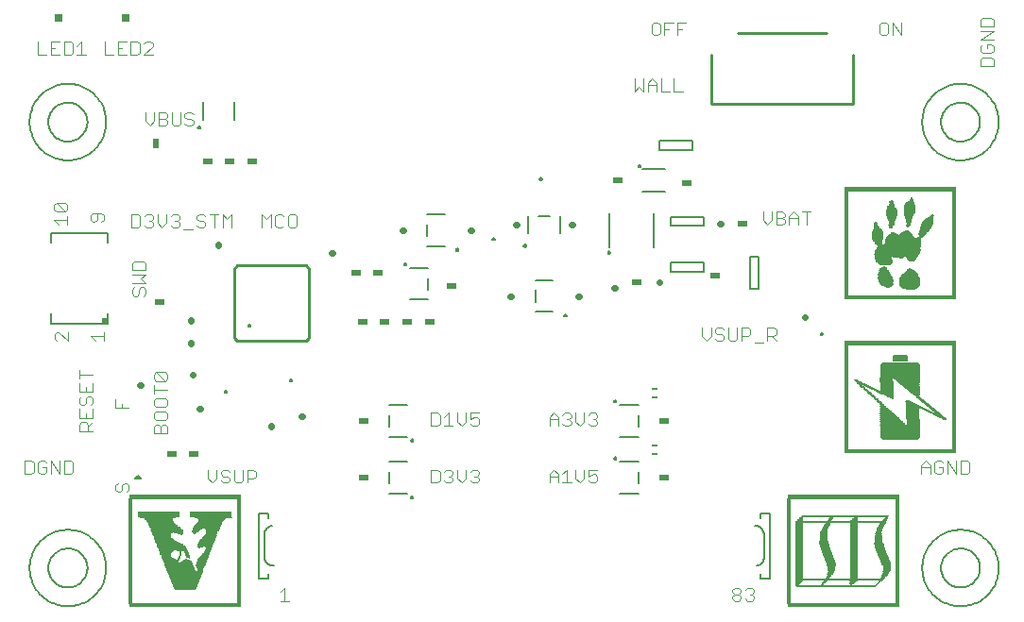
<source format=gto>
G75*
G70*
%OFA0B0*%
%FSLAX24Y24*%
%IPPOS*%
%LPD*%
%AMOC8*
5,1,8,0,0,1.08239X$1,22.5*
%
%ADD10C,0.0040*%
%ADD11C,0.0060*%
%ADD12C,0.0080*%
%ADD13C,0.0100*%
%ADD14R,0.0320X0.0200*%
%ADD15C,0.0220*%
%ADD16R,0.0250X0.0250*%
%ADD17R,0.0200X0.0320*%
%ADD18R,0.0200X0.0060*%
%ADD19R,0.0200X0.0200*%
%ADD20C,0.0050*%
%ADD21R,0.3937X0.0011*%
%ADD22R,0.3937X0.0011*%
%ADD23R,0.0120X0.0011*%
%ADD24R,0.0120X0.0011*%
%ADD25R,0.0120X0.0011*%
%ADD26R,0.0120X0.0011*%
%ADD27R,0.2832X0.0011*%
%ADD28R,0.2843X0.0011*%
%ADD29R,0.2854X0.0011*%
%ADD30R,0.2865X0.0011*%
%ADD31R,0.0087X0.0011*%
%ADD32R,0.0077X0.0011*%
%ADD33R,0.0098X0.0011*%
%ADD34R,0.0087X0.0011*%
%ADD35R,0.0109X0.0011*%
%ADD36R,0.0131X0.0011*%
%ADD37R,0.0098X0.0011*%
%ADD38R,0.0088X0.0011*%
%ADD39R,0.0142X0.0011*%
%ADD40R,0.0131X0.0011*%
%ADD41R,0.0153X0.0011*%
%ADD42R,0.0164X0.0011*%
%ADD43R,0.0175X0.0011*%
%ADD44R,0.0186X0.0011*%
%ADD45R,0.0109X0.0011*%
%ADD46R,0.0197X0.0011*%
%ADD47R,0.0109X0.0011*%
%ADD48R,0.0208X0.0011*%
%ADD49R,0.0219X0.0011*%
%ADD50R,0.0230X0.0011*%
%ADD51R,0.0230X0.0011*%
%ADD52R,0.0241X0.0011*%
%ADD53R,0.0109X0.0011*%
%ADD54R,0.0241X0.0011*%
%ADD55R,0.0131X0.0011*%
%ADD56R,0.0252X0.0011*%
%ADD57R,0.3062X0.0011*%
%ADD58R,0.3073X0.0011*%
%ADD59R,0.3084X0.0011*%
%ADD60R,0.3106X0.0011*%
%ADD61R,0.0273X0.0011*%
%ADD62R,0.0252X0.0011*%
%ADD63R,0.0273X0.0011*%
%ADD64R,0.0142X0.0011*%
%ADD65R,0.0175X0.0011*%
%ADD66R,0.0175X0.0011*%
%ADD67R,0.0186X0.0011*%
%ADD68R,0.0164X0.0011*%
%ADD69R,0.0153X0.0011*%
%ADD70R,0.0186X0.0011*%
%ADD71R,0.0197X0.0011*%
%ADD72R,0.0219X0.0011*%
%ADD73R,0.0219X0.0011*%
%ADD74R,0.0230X0.0011*%
%ADD75R,0.0251X0.0011*%
%ADD76R,0.0262X0.0011*%
%ADD77R,0.0251X0.0011*%
%ADD78R,0.0262X0.0011*%
%ADD79R,0.0262X0.0011*%
%ADD80R,0.0284X0.0011*%
%ADD81R,0.0295X0.0011*%
%ADD82R,0.0273X0.0011*%
%ADD83R,0.0295X0.0011*%
%ADD84R,0.0273X0.0011*%
%ADD85R,0.0306X0.0011*%
%ADD86R,0.0306X0.0011*%
%ADD87R,0.0284X0.0011*%
%ADD88R,0.0317X0.0011*%
%ADD89R,0.0306X0.0011*%
%ADD90R,0.0328X0.0011*%
%ADD91R,0.0328X0.0011*%
%ADD92R,0.0306X0.0011*%
%ADD93R,0.0339X0.0011*%
%ADD94R,0.0339X0.0011*%
%ADD95R,0.0317X0.0011*%
%ADD96R,0.0350X0.0011*%
%ADD97R,0.0328X0.0011*%
%ADD98R,0.0350X0.0011*%
%ADD99R,0.0361X0.0011*%
%ADD100R,0.0361X0.0011*%
%ADD101R,0.0350X0.0011*%
%ADD102R,0.0350X0.0011*%
%ADD103R,0.0339X0.0011*%
%ADD104R,0.0339X0.0011*%
%ADD105R,0.0328X0.0011*%
%ADD106R,0.0317X0.0011*%
%ADD107R,0.0262X0.0011*%
%ADD108R,0.0230X0.0011*%
%ADD109R,0.0219X0.0011*%
%ADD110R,0.0208X0.0011*%
%ADD111R,0.0186X0.0011*%
%ADD112R,0.0175X0.0011*%
%ADD113R,0.0164X0.0011*%
%ADD114R,0.0153X0.0011*%
%ADD115R,0.1258X0.0011*%
%ADD116R,0.3182X0.0011*%
%ADD117R,0.3182X0.0011*%
%ADD118R,0.3182X0.0011*%
%ADD119R,0.2165X0.0011*%
%ADD120R,0.0131X0.0011*%
%ADD121R,0.0164X0.0011*%
%ADD122R,0.0077X0.0011*%
%ADD123R,0.0066X0.0011*%
%ADD124R,0.0088X0.0011*%
%ADD125R,0.0077X0.0011*%
%ADD126R,0.3073X0.0011*%
%ADD127R,0.3051X0.0011*%
%ADD128R,0.0744X0.0011*%
%ADD129R,0.0755X0.0011*%
%ADD130R,0.0766X0.0011*%
%ADD131R,0.0776X0.0011*%
%ADD132R,0.0787X0.0011*%
%ADD133R,0.0798X0.0011*%
%ADD134R,0.0798X0.0011*%
%ADD135R,0.0809X0.0011*%
%ADD136R,0.0820X0.0011*%
%ADD137R,0.0842X0.0011*%
%ADD138R,0.0842X0.0011*%
%ADD139R,0.0853X0.0011*%
%ADD140R,0.0864X0.0011*%
%ADD141R,0.0886X0.0011*%
%ADD142R,0.0886X0.0011*%
%ADD143R,0.0897X0.0011*%
%ADD144R,0.0908X0.0011*%
%ADD145R,0.0908X0.0011*%
%ADD146R,0.0930X0.0011*%
%ADD147R,0.0941X0.0011*%
%ADD148R,0.0951X0.0011*%
%ADD149R,0.0951X0.0011*%
%ADD150R,0.0962X0.0011*%
%ADD151R,0.0973X0.0011*%
%ADD152R,0.0995X0.0011*%
%ADD153R,0.0995X0.0011*%
%ADD154R,0.1006X0.0011*%
%ADD155R,0.1017X0.0011*%
%ADD156R,0.1039X0.0011*%
%ADD157R,0.1039X0.0011*%
%ADD158R,0.1050X0.0011*%
%ADD159R,0.1061X0.0011*%
%ADD160R,0.1061X0.0011*%
%ADD161R,0.1083X0.0011*%
%ADD162R,0.1094X0.0011*%
%ADD163R,0.1105X0.0011*%
%ADD164R,0.1105X0.0011*%
%ADD165R,0.1126X0.0011*%
%ADD166R,0.1137X0.0011*%
%ADD167R,0.1148X0.0011*%
%ADD168R,0.1148X0.0011*%
%ADD169R,0.1159X0.0011*%
%ADD170R,0.1170X0.0011*%
%ADD171R,0.1181X0.0011*%
%ADD172R,0.1192X0.0011*%
%ADD173R,0.1192X0.0011*%
%ADD174R,0.1203X0.0011*%
%ADD175R,0.1214X0.0011*%
%ADD176R,0.1214X0.0011*%
%ADD177R,0.1236X0.0011*%
%ADD178R,0.0984X0.0011*%
%ADD179R,0.0984X0.0011*%
%ADD180R,0.0208X0.0011*%
%ADD181R,0.0995X0.0011*%
%ADD182R,0.0995X0.0011*%
%ADD183R,0.1006X0.0011*%
%ADD184R,0.1006X0.0011*%
%ADD185R,0.1006X0.0011*%
%ADD186R,0.0547X0.0011*%
%ADD187R,0.0437X0.0011*%
%ADD188R,0.0536X0.0011*%
%ADD189R,0.0405X0.0011*%
%ADD190R,0.0536X0.0011*%
%ADD191R,0.0372X0.0011*%
%ADD192R,0.0547X0.0011*%
%ADD193R,0.0569X0.0011*%
%ADD194R,0.0481X0.0011*%
%ADD195R,0.0066X0.0011*%
%ADD196R,0.0459X0.0011*%
%ADD197R,0.0066X0.0011*%
%ADD198R,0.0437X0.0011*%
%ADD199R,0.0394X0.0011*%
%ADD200R,0.0383X0.0011*%
%ADD201R,0.0372X0.0011*%
%ADD202R,0.0066X0.0011*%
%ADD203R,0.0317X0.0011*%
%ADD204R,0.0011X0.0011*%
%ADD205R,0.0055X0.0011*%
%ADD206R,0.0295X0.0011*%
%ADD207R,0.0295X0.0011*%
%ADD208R,0.0142X0.0011*%
%ADD209R,0.0055X0.0011*%
%ADD210R,0.0241X0.0011*%
%ADD211R,0.0383X0.0011*%
%ADD212R,0.0416X0.0011*%
%ADD213R,0.0426X0.0011*%
%ADD214R,0.0448X0.0011*%
%ADD215R,0.0459X0.0011*%
%ADD216R,0.0470X0.0011*%
%ADD217R,0.0492X0.0011*%
%ADD218R,0.0503X0.0011*%
%ADD219R,0.0197X0.0011*%
%ADD220R,0.0197X0.0011*%
%ADD221R,0.0055X0.0011*%
%ADD222R,0.0241X0.0011*%
%ADD223R,0.0962X0.0011*%
%ADD224R,0.0536X0.0011*%
%ADD225R,0.0962X0.0011*%
%ADD226R,0.0951X0.0011*%
%ADD227R,0.0558X0.0011*%
%ADD228R,0.0930X0.0011*%
%ADD229R,0.0897X0.0011*%
%ADD230R,0.0875X0.0011*%
%ADD231R,0.0842X0.0011*%
%ADD232R,0.0558X0.0011*%
%ADD233R,0.0820X0.0011*%
%ADD234R,0.0755X0.0011*%
%ADD235R,0.0733X0.0011*%
%ADD236R,0.0525X0.0011*%
%ADD237R,0.0722X0.0011*%
%ADD238R,0.0525X0.0011*%
%ADD239R,0.0700X0.0011*%
%ADD240R,0.0689X0.0011*%
%ADD241R,0.0514X0.0011*%
%ADD242R,0.0678X0.0011*%
%ADD243R,0.0514X0.0011*%
%ADD244R,0.0656X0.0011*%
%ADD245R,0.0503X0.0011*%
%ADD246R,0.0656X0.0011*%
%ADD247R,0.0645X0.0011*%
%ADD248R,0.0634X0.0011*%
%ADD249R,0.0481X0.0011*%
%ADD250R,0.0634X0.0011*%
%ADD251R,0.0623X0.0011*%
%ADD252R,0.0470X0.0011*%
%ADD253R,0.0623X0.0011*%
%ADD254R,0.0470X0.0011*%
%ADD255R,0.0623X0.0011*%
%ADD256R,0.0612X0.0011*%
%ADD257R,0.0612X0.0011*%
%ADD258R,0.0623X0.0011*%
%ADD259R,0.0437X0.0011*%
%ADD260R,0.0427X0.0011*%
%ADD261R,0.0416X0.0011*%
%ADD262R,0.0416X0.0011*%
%ADD263R,0.0667X0.0011*%
%ADD264R,0.0689X0.0011*%
%ADD265R,0.0711X0.0011*%
%ADD266R,0.1105X0.0011*%
%ADD267R,0.1105X0.0011*%
%ADD268R,0.0426X0.0011*%
%ADD269R,0.1094X0.0011*%
%ADD270R,0.0481X0.0011*%
%ADD271R,0.1083X0.0011*%
%ADD272R,0.0492X0.0011*%
%ADD273R,0.1072X0.0011*%
%ADD274R,0.1050X0.0011*%
%ADD275R,0.0941X0.0011*%
%ADD276R,0.1039X0.0011*%
%ADD277R,0.1028X0.0011*%
%ADD278R,0.0919X0.0011*%
%ADD279R,0.1028X0.0011*%
%ADD280R,0.0919X0.0011*%
%ADD281R,0.0919X0.0011*%
%ADD282R,0.0908X0.0011*%
%ADD283R,0.0897X0.0011*%
%ADD284R,0.0940X0.0011*%
%ADD285R,0.0875X0.0011*%
%ADD286R,0.0886X0.0011*%
%ADD287R,0.0919X0.0011*%
%ADD288R,0.0875X0.0011*%
%ADD289R,0.0930X0.0011*%
%ADD290R,0.0973X0.0011*%
%ADD291R,0.1017X0.0011*%
%ADD292R,0.1061X0.0011*%
%ADD293R,0.1126X0.0011*%
%ADD294R,0.1290X0.0011*%
%ADD295R,0.1345X0.0011*%
%ADD296R,0.1498X0.0011*%
%ADD297R,0.1498X0.0011*%
%ADD298R,0.1498X0.0011*%
%ADD299R,0.1498X0.0011*%
%ADD300R,0.0416X0.0011*%
%ADD301R,0.0558X0.0011*%
%ADD302R,0.0591X0.0011*%
%ADD303R,0.0612X0.0011*%
%ADD304R,0.0634X0.0011*%
%ADD305R,0.0667X0.0011*%
%ADD306R,0.0361X0.0011*%
%ADD307R,0.0700X0.0011*%
%ADD308R,0.0722X0.0011*%
%ADD309R,0.0733X0.0011*%
%ADD310R,0.0755X0.0011*%
%ADD311R,0.0459X0.0011*%
%ADD312R,0.0766X0.0011*%
%ADD313R,0.0766X0.0011*%
%ADD314R,0.0503X0.0011*%
%ADD315R,0.0525X0.0011*%
%ADD316R,0.0514X0.0011*%
%ADD317R,0.0580X0.0011*%
%ADD318R,0.0547X0.0011*%
%ADD319R,0.0405X0.0011*%
%ADD320R,0.0405X0.0011*%
%ADD321R,0.0372X0.0011*%
%ADD322R,0.0558X0.0011*%
%ADD323R,0.0591X0.0011*%
%ADD324R,0.0601X0.0011*%
%ADD325R,0.0601X0.0011*%
%ADD326R,0.1072X0.0011*%
%ADD327R,0.0405X0.0011*%
%ADD328R,0.1531X0.0011*%
%ADD329R,0.1542X0.0011*%
%ADD330R,0.1553X0.0011*%
%ADD331R,0.1553X0.0011*%
%ADD332R,0.1564X0.0011*%
%ADD333R,0.1575X0.0011*%
%ADD334R,0.1564X0.0011*%
%ADD335R,0.1575X0.0011*%
%ADD336R,0.1564X0.0011*%
%ADD337R,0.1542X0.0011*%
%ADD338R,0.1520X0.0011*%
%ADD339R,0.1531X0.0011*%
%ADD340R,0.1531X0.0011*%
%ADD341R,0.1301X0.0011*%
%ADD342R,0.1280X0.0011*%
%ADD343R,0.1280X0.0011*%
%ADD344R,0.1269X0.0011*%
%ADD345R,0.1269X0.0011*%
%ADD346R,0.1258X0.0011*%
%ADD347R,0.1258X0.0011*%
%ADD348R,0.1247X0.0011*%
%ADD349R,0.1225X0.0011*%
%ADD350R,0.1028X0.0011*%
%ADD351R,0.0864X0.0011*%
%ADD352R,0.0831X0.0011*%
%ADD353R,0.0448X0.0011*%
%ADD354R,0.0394X0.0011*%
%ADD355R,0.0383X0.0011*%
%ADD356R,0.0033X0.0011*%
%ADD357R,0.0284X0.0011*%
%ADD358R,0.0033X0.0011*%
%ADD359R,0.0372X0.0011*%
%ADD360R,0.0077X0.0011*%
%ADD361R,0.0361X0.0011*%
%ADD362R,0.0142X0.0011*%
%ADD363R,0.1236X0.0011*%
%ADD364R,0.1323X0.0011*%
%ADD365R,0.1345X0.0011*%
%ADD366R,0.1367X0.0011*%
%ADD367R,0.1389X0.0011*%
%ADD368R,0.1389X0.0011*%
%ADD369R,0.0864X0.0011*%
%ADD370R,0.0853X0.0011*%
%ADD371R,0.0820X0.0011*%
%ADD372R,0.0776X0.0011*%
%ADD373R,0.0711X0.0011*%
%ADD374R,0.0678X0.0011*%
%ADD375R,0.0470X0.0011*%
%ADD376R,0.0580X0.0011*%
%ADD377R,0.0569X0.0011*%
%ADD378R,0.0153X0.0011*%
%ADD379R,0.0448X0.0011*%
%ADD380R,0.0284X0.0011*%
%ADD381R,0.0612X0.0011*%
%ADD382R,0.0492X0.0011*%
%ADD383R,0.0033X0.0011*%
%ADD384R,0.0569X0.0011*%
%ADD385R,0.0569X0.0011*%
%ADD386R,0.0744X0.0011*%
%ADD387R,0.0809X0.0011*%
%ADD388R,0.0842X0.0011*%
%ADD389R,0.0055X0.0011*%
D10*
X003890Y004826D02*
X003967Y004826D01*
X004044Y004902D01*
X004044Y005056D01*
X004120Y005133D01*
X004197Y005133D01*
X004274Y005056D01*
X004274Y004902D01*
X004197Y004826D01*
X003890Y004826D02*
X003813Y004902D01*
X003813Y005056D01*
X003890Y005133D01*
X002301Y005532D02*
X002224Y005456D01*
X001994Y005456D01*
X001994Y005916D01*
X002224Y005916D01*
X002301Y005839D01*
X002301Y005532D01*
X001841Y005456D02*
X001841Y005916D01*
X001534Y005916D02*
X001841Y005456D01*
X001534Y005456D02*
X001534Y005916D01*
X001380Y005839D02*
X001304Y005916D01*
X001150Y005916D01*
X001073Y005839D01*
X001073Y005532D01*
X001150Y005456D01*
X001304Y005456D01*
X001380Y005532D01*
X001380Y005686D01*
X001227Y005686D01*
X000920Y005839D02*
X000843Y005916D01*
X000613Y005916D01*
X000613Y005456D01*
X000843Y005456D01*
X000920Y005532D01*
X000920Y005839D01*
X002534Y006971D02*
X002534Y007202D01*
X002611Y007278D01*
X002764Y007278D01*
X002841Y007202D01*
X002841Y006971D01*
X002994Y006971D02*
X002534Y006971D01*
X002841Y007125D02*
X002994Y007278D01*
X002994Y007432D02*
X002994Y007739D01*
X002918Y007892D02*
X002994Y007969D01*
X002994Y008122D01*
X002918Y008199D01*
X002841Y008199D01*
X002764Y008122D01*
X002764Y007969D01*
X002687Y007892D01*
X002611Y007892D01*
X002534Y007969D01*
X002534Y008122D01*
X002611Y008199D01*
X002534Y008353D02*
X002994Y008353D01*
X002994Y008659D01*
X002764Y008506D02*
X002764Y008353D01*
X002534Y008353D02*
X002534Y008659D01*
X002534Y008813D02*
X002534Y009120D01*
X002534Y008966D02*
X002994Y008966D01*
X003813Y008085D02*
X003813Y007778D01*
X004274Y007778D01*
X004044Y007778D02*
X004044Y007932D01*
X005172Y007890D02*
X005248Y007813D01*
X005555Y007813D01*
X005632Y007890D01*
X005632Y008044D01*
X005555Y008120D01*
X005248Y008120D01*
X005172Y008044D01*
X005172Y007890D01*
X005248Y007660D02*
X005172Y007583D01*
X005172Y007430D01*
X005248Y007353D01*
X005555Y007353D01*
X005632Y007430D01*
X005632Y007583D01*
X005555Y007660D01*
X005248Y007660D01*
X005248Y007200D02*
X005325Y007200D01*
X005402Y007123D01*
X005402Y006893D01*
X005402Y007123D02*
X005479Y007200D01*
X005555Y007200D01*
X005632Y007123D01*
X005632Y006893D01*
X005172Y006893D01*
X005172Y007123D01*
X005248Y007200D01*
X005172Y008274D02*
X005172Y008581D01*
X005172Y008427D02*
X005632Y008427D01*
X005555Y008734D02*
X005248Y008734D01*
X005172Y008811D01*
X005172Y008964D01*
X005248Y009041D01*
X005555Y008734D01*
X005632Y008811D01*
X005632Y008964D01*
X005555Y009041D01*
X005248Y009041D01*
X003396Y010153D02*
X003396Y010460D01*
X003396Y010306D02*
X002936Y010306D01*
X003089Y010153D01*
X002116Y010153D02*
X001809Y010460D01*
X001733Y010460D01*
X001656Y010383D01*
X001656Y010229D01*
X001733Y010153D01*
X002116Y010153D02*
X002116Y010460D01*
X004404Y011812D02*
X004481Y011735D01*
X004557Y011735D01*
X004634Y011812D01*
X004634Y011965D01*
X004711Y012042D01*
X004788Y012042D01*
X004864Y011965D01*
X004864Y011812D01*
X004788Y011735D01*
X004404Y011812D02*
X004404Y011965D01*
X004481Y012042D01*
X004404Y012196D02*
X004864Y012196D01*
X004711Y012349D01*
X004864Y012502D01*
X004404Y012502D01*
X004404Y012656D02*
X004404Y012886D01*
X004481Y012963D01*
X004788Y012963D01*
X004864Y012886D01*
X004864Y012656D01*
X004404Y012656D01*
X004373Y014156D02*
X004603Y014156D01*
X004680Y014233D01*
X004680Y014540D01*
X004603Y014617D01*
X004373Y014617D01*
X004373Y014156D01*
X004833Y014233D02*
X004910Y014156D01*
X005064Y014156D01*
X005140Y014233D01*
X005140Y014310D01*
X005064Y014387D01*
X004987Y014387D01*
X005064Y014387D02*
X005140Y014463D01*
X005140Y014540D01*
X005064Y014617D01*
X004910Y014617D01*
X004833Y014540D01*
X005294Y014617D02*
X005294Y014310D01*
X005447Y014156D01*
X005601Y014310D01*
X005601Y014617D01*
X005754Y014540D02*
X005831Y014617D01*
X005984Y014617D01*
X006061Y014540D01*
X006061Y014463D01*
X005984Y014387D01*
X006061Y014310D01*
X006061Y014233D01*
X005984Y014156D01*
X005831Y014156D01*
X005754Y014233D01*
X005908Y014387D02*
X005984Y014387D01*
X006214Y014080D02*
X006521Y014080D01*
X006675Y014233D02*
X006752Y014156D01*
X006905Y014156D01*
X006982Y014233D01*
X006982Y014310D01*
X006905Y014387D01*
X006752Y014387D01*
X006675Y014463D01*
X006675Y014540D01*
X006752Y014617D01*
X006905Y014617D01*
X006982Y014540D01*
X007135Y014617D02*
X007442Y014617D01*
X007289Y014617D02*
X007289Y014156D01*
X007596Y014156D02*
X007596Y014617D01*
X007749Y014463D01*
X007903Y014617D01*
X007903Y014156D01*
X008979Y014156D02*
X008979Y014617D01*
X009133Y014463D01*
X009286Y014617D01*
X009286Y014156D01*
X009440Y014233D02*
X009516Y014156D01*
X009670Y014156D01*
X009747Y014233D01*
X009900Y014233D02*
X009977Y014156D01*
X010130Y014156D01*
X010207Y014233D01*
X010207Y014540D01*
X010130Y014617D01*
X009977Y014617D01*
X009900Y014540D01*
X009900Y014233D01*
X009747Y014540D02*
X009670Y014617D01*
X009516Y014617D01*
X009440Y014540D01*
X009440Y014233D01*
X006476Y017759D02*
X006323Y017759D01*
X006246Y017835D01*
X006093Y017835D02*
X006093Y018219D01*
X006246Y018142D02*
X006246Y018066D01*
X006323Y017989D01*
X006476Y017989D01*
X006553Y017912D01*
X006553Y017835D01*
X006476Y017759D01*
X006093Y017835D02*
X006016Y017759D01*
X005863Y017759D01*
X005786Y017835D01*
X005786Y018219D01*
X005632Y018142D02*
X005632Y018066D01*
X005556Y017989D01*
X005325Y017989D01*
X005172Y017912D02*
X005172Y018219D01*
X005325Y018219D02*
X005556Y018219D01*
X005632Y018142D01*
X005556Y017989D02*
X005632Y017912D01*
X005632Y017835D01*
X005556Y017759D01*
X005325Y017759D01*
X005325Y018219D01*
X005172Y017912D02*
X005019Y017759D01*
X004865Y017912D01*
X004865Y018219D01*
X006246Y018142D02*
X006323Y018219D01*
X006476Y018219D01*
X006553Y018142D01*
X005116Y020259D02*
X004809Y020259D01*
X005116Y020566D01*
X005116Y020642D01*
X005039Y020719D01*
X004886Y020719D01*
X004809Y020642D01*
X004656Y020642D02*
X004579Y020719D01*
X004349Y020719D01*
X004349Y020259D01*
X004579Y020259D01*
X004656Y020335D01*
X004656Y020642D01*
X004195Y020719D02*
X003888Y020719D01*
X003888Y020259D01*
X004195Y020259D01*
X004042Y020489D02*
X003888Y020489D01*
X003735Y020259D02*
X003428Y020259D01*
X003428Y020719D01*
X002754Y020259D02*
X002447Y020259D01*
X002600Y020259D02*
X002600Y020719D01*
X002447Y020566D01*
X002294Y020642D02*
X002217Y020719D01*
X001987Y020719D01*
X001987Y020259D01*
X002217Y020259D01*
X002294Y020335D01*
X002294Y020642D01*
X001833Y020719D02*
X001526Y020719D01*
X001526Y020259D01*
X001833Y020259D01*
X001680Y020489D02*
X001526Y020489D01*
X001373Y020259D02*
X001066Y020259D01*
X001066Y020719D01*
X001725Y015022D02*
X002032Y014715D01*
X002109Y014792D01*
X002109Y014945D01*
X002032Y015022D01*
X001725Y015022D01*
X001648Y014945D01*
X001648Y014792D01*
X001725Y014715D01*
X002032Y014715D01*
X002109Y014562D02*
X002109Y014255D01*
X002109Y014408D02*
X001648Y014408D01*
X001802Y014255D01*
X002928Y014430D02*
X003004Y014353D01*
X003081Y014353D01*
X003158Y014430D01*
X003158Y014660D01*
X003311Y014660D02*
X003004Y014660D01*
X002928Y014583D01*
X002928Y014430D01*
X003311Y014353D02*
X003388Y014430D01*
X003388Y014583D01*
X003311Y014660D01*
X002534Y007739D02*
X002534Y007432D01*
X002994Y007432D01*
X002764Y007432D02*
X002764Y007585D01*
X007070Y005601D02*
X007070Y005294D01*
X007223Y005141D01*
X007377Y005294D01*
X007377Y005601D01*
X007530Y005524D02*
X007530Y005448D01*
X007607Y005371D01*
X007760Y005371D01*
X007837Y005294D01*
X007837Y005217D01*
X007760Y005141D01*
X007607Y005141D01*
X007530Y005217D01*
X007530Y005524D02*
X007607Y005601D01*
X007760Y005601D01*
X007837Y005524D01*
X007991Y005601D02*
X007991Y005217D01*
X008067Y005141D01*
X008221Y005141D01*
X008297Y005217D01*
X008297Y005601D01*
X008451Y005601D02*
X008681Y005601D01*
X008758Y005524D01*
X008758Y005371D01*
X008681Y005294D01*
X008451Y005294D01*
X008451Y005141D02*
X008451Y005601D01*
X009782Y001428D02*
X009629Y001274D01*
X009782Y001428D02*
X009782Y000967D01*
X009629Y000967D02*
X009936Y000967D01*
X014944Y005141D02*
X015174Y005141D01*
X015251Y005217D01*
X015251Y005524D01*
X015174Y005601D01*
X014944Y005601D01*
X014944Y005141D01*
X015404Y005217D02*
X015481Y005141D01*
X015634Y005141D01*
X015711Y005217D01*
X015711Y005294D01*
X015634Y005371D01*
X015558Y005371D01*
X015634Y005371D02*
X015711Y005448D01*
X015711Y005524D01*
X015634Y005601D01*
X015481Y005601D01*
X015404Y005524D01*
X015865Y005601D02*
X015865Y005294D01*
X016018Y005141D01*
X016171Y005294D01*
X016171Y005601D01*
X016325Y005524D02*
X016402Y005601D01*
X016555Y005601D01*
X016632Y005524D01*
X016632Y005448D01*
X016555Y005371D01*
X016632Y005294D01*
X016632Y005217D01*
X016555Y005141D01*
X016402Y005141D01*
X016325Y005217D01*
X016478Y005371D02*
X016555Y005371D01*
X016555Y007149D02*
X016402Y007149D01*
X016325Y007225D01*
X016325Y007379D02*
X016478Y007455D01*
X016555Y007455D01*
X016632Y007379D01*
X016632Y007225D01*
X016555Y007149D01*
X016325Y007379D02*
X016325Y007609D01*
X016632Y007609D01*
X016171Y007609D02*
X016171Y007302D01*
X016018Y007149D01*
X015865Y007302D01*
X015865Y007609D01*
X015558Y007609D02*
X015558Y007149D01*
X015711Y007149D02*
X015404Y007149D01*
X015251Y007225D02*
X015251Y007532D01*
X015174Y007609D01*
X014944Y007609D01*
X014944Y007149D01*
X015174Y007149D01*
X015251Y007225D01*
X015404Y007455D02*
X015558Y007609D01*
X019117Y007455D02*
X019117Y007149D01*
X019117Y007379D02*
X019424Y007379D01*
X019424Y007455D02*
X019270Y007609D01*
X019117Y007455D01*
X019424Y007455D02*
X019424Y007149D01*
X019577Y007225D02*
X019654Y007149D01*
X019808Y007149D01*
X019884Y007225D01*
X019884Y007302D01*
X019808Y007379D01*
X019731Y007379D01*
X019808Y007379D02*
X019884Y007455D01*
X019884Y007532D01*
X019808Y007609D01*
X019654Y007609D01*
X019577Y007532D01*
X020038Y007609D02*
X020038Y007302D01*
X020191Y007149D01*
X020345Y007302D01*
X020345Y007609D01*
X020498Y007532D02*
X020575Y007609D01*
X020728Y007609D01*
X020805Y007532D01*
X020805Y007455D01*
X020728Y007379D01*
X020805Y007302D01*
X020805Y007225D01*
X020728Y007149D01*
X020575Y007149D01*
X020498Y007225D01*
X020652Y007379D02*
X020728Y007379D01*
X020805Y005601D02*
X020498Y005601D01*
X020498Y005371D01*
X020652Y005448D01*
X020728Y005448D01*
X020805Y005371D01*
X020805Y005217D01*
X020728Y005141D01*
X020575Y005141D01*
X020498Y005217D01*
X020345Y005294D02*
X020345Y005601D01*
X020345Y005294D02*
X020191Y005141D01*
X020038Y005294D01*
X020038Y005601D01*
X019731Y005601D02*
X019731Y005141D01*
X019884Y005141D02*
X019577Y005141D01*
X019424Y005141D02*
X019424Y005448D01*
X019270Y005601D01*
X019117Y005448D01*
X019117Y005141D01*
X019117Y005371D02*
X019424Y005371D01*
X019577Y005448D02*
X019731Y005601D01*
X025574Y001351D02*
X025574Y001274D01*
X025650Y001198D01*
X025804Y001198D01*
X025881Y001121D01*
X025881Y001044D01*
X025804Y000967D01*
X025650Y000967D01*
X025574Y001044D01*
X025574Y001121D01*
X025650Y001198D01*
X025804Y001198D02*
X025881Y001274D01*
X025881Y001351D01*
X025804Y001428D01*
X025650Y001428D01*
X025574Y001351D01*
X026034Y001351D02*
X026111Y001428D01*
X026264Y001428D01*
X026341Y001351D01*
X026341Y001274D01*
X026264Y001198D01*
X026341Y001121D01*
X026341Y001044D01*
X026264Y000967D01*
X026111Y000967D01*
X026034Y001044D01*
X026188Y001198D02*
X026264Y001198D01*
X032247Y005456D02*
X032247Y005763D01*
X032400Y005916D01*
X032554Y005763D01*
X032554Y005456D01*
X032707Y005532D02*
X032784Y005456D01*
X032938Y005456D01*
X033014Y005532D01*
X033014Y005686D01*
X032861Y005686D01*
X033014Y005839D02*
X032938Y005916D01*
X032784Y005916D01*
X032707Y005839D01*
X032707Y005532D01*
X032554Y005686D02*
X032247Y005686D01*
X033168Y005456D02*
X033168Y005916D01*
X033475Y005456D01*
X033475Y005916D01*
X033628Y005916D02*
X033858Y005916D01*
X033935Y005839D01*
X033935Y005532D01*
X033858Y005456D01*
X033628Y005456D01*
X033628Y005916D01*
X027120Y010160D02*
X026966Y010314D01*
X027043Y010314D02*
X026813Y010314D01*
X026813Y010160D02*
X026813Y010621D01*
X027043Y010621D01*
X027120Y010544D01*
X027120Y010391D01*
X027043Y010314D01*
X026659Y010084D02*
X026352Y010084D01*
X026122Y010314D02*
X025892Y010314D01*
X025892Y010160D02*
X025892Y010621D01*
X026122Y010621D01*
X026199Y010544D01*
X026199Y010391D01*
X026122Y010314D01*
X025738Y010237D02*
X025738Y010621D01*
X025431Y010621D02*
X025431Y010237D01*
X025508Y010160D01*
X025662Y010160D01*
X025738Y010237D01*
X025278Y010237D02*
X025201Y010160D01*
X025048Y010160D01*
X024971Y010237D01*
X024818Y010314D02*
X024818Y010621D01*
X024971Y010544D02*
X024971Y010467D01*
X025048Y010391D01*
X025201Y010391D01*
X025278Y010314D01*
X025278Y010237D01*
X025278Y010544D02*
X025201Y010621D01*
X025048Y010621D01*
X024971Y010544D01*
X024818Y010314D02*
X024664Y010160D01*
X024511Y010314D01*
X024511Y010621D01*
X026810Y014255D02*
X026963Y014408D01*
X026963Y014715D01*
X027117Y014715D02*
X027347Y014715D01*
X027424Y014638D01*
X027424Y014562D01*
X027347Y014485D01*
X027117Y014485D01*
X027347Y014485D02*
X027424Y014408D01*
X027424Y014332D01*
X027347Y014255D01*
X027117Y014255D01*
X027117Y014715D01*
X026656Y014715D02*
X026656Y014408D01*
X026810Y014255D01*
X027577Y014255D02*
X027577Y014562D01*
X027731Y014715D01*
X027884Y014562D01*
X027884Y014255D01*
X027884Y014485D02*
X027577Y014485D01*
X028038Y014715D02*
X028344Y014715D01*
X028191Y014715D02*
X028191Y014255D01*
X023817Y018960D02*
X023510Y018960D01*
X023510Y019420D01*
X023050Y019420D02*
X023050Y018960D01*
X023357Y018960D01*
X022896Y018960D02*
X022896Y019266D01*
X022743Y019420D01*
X022589Y019266D01*
X022589Y018960D01*
X022436Y018960D02*
X022282Y019113D01*
X022129Y018960D01*
X022129Y019420D01*
X022436Y019420D02*
X022436Y018960D01*
X022589Y019190D02*
X022896Y019190D01*
X022946Y020940D02*
X022793Y020940D01*
X022716Y021017D01*
X022716Y021324D01*
X022793Y021400D01*
X022946Y021400D01*
X023023Y021324D01*
X023023Y021017D01*
X022946Y020940D01*
X023177Y020940D02*
X023177Y021400D01*
X023483Y021400D01*
X023637Y021400D02*
X023944Y021400D01*
X023790Y021170D02*
X023637Y021170D01*
X023637Y020940D02*
X023637Y021400D01*
X023330Y021170D02*
X023177Y021170D01*
X030755Y021017D02*
X030832Y020940D01*
X030985Y020940D01*
X031062Y021017D01*
X031062Y021324D01*
X030985Y021400D01*
X030832Y021400D01*
X030755Y021324D01*
X030755Y021017D01*
X031216Y020940D02*
X031216Y021400D01*
X031523Y020940D01*
X031523Y021400D01*
X034325Y021476D02*
X034325Y021246D01*
X034786Y021246D01*
X034786Y021476D01*
X034709Y021553D01*
X034402Y021553D01*
X034325Y021476D01*
X034325Y021093D02*
X034786Y021093D01*
X034325Y020786D01*
X034786Y020786D01*
X034709Y020632D02*
X034555Y020632D01*
X034555Y020479D01*
X034402Y020632D02*
X034325Y020556D01*
X034325Y020402D01*
X034402Y020325D01*
X034709Y020325D01*
X034786Y020402D01*
X034786Y020556D01*
X034709Y020632D01*
X034709Y020172D02*
X034402Y020172D01*
X034325Y020095D01*
X034325Y019865D01*
X034786Y019865D01*
X034786Y020095D01*
X034709Y020172D01*
D11*
X032275Y017877D02*
X032277Y017950D01*
X032283Y018023D01*
X032293Y018095D01*
X032307Y018167D01*
X032324Y018238D01*
X032346Y018308D01*
X032371Y018377D01*
X032400Y018444D01*
X032432Y018509D01*
X032468Y018573D01*
X032508Y018635D01*
X032550Y018694D01*
X032596Y018751D01*
X032645Y018805D01*
X032697Y018857D01*
X032751Y018906D01*
X032808Y018952D01*
X032867Y018994D01*
X032929Y019034D01*
X032993Y019070D01*
X033058Y019102D01*
X033125Y019131D01*
X033194Y019156D01*
X033264Y019178D01*
X033335Y019195D01*
X033407Y019209D01*
X033479Y019219D01*
X033552Y019225D01*
X033625Y019227D01*
X033698Y019225D01*
X033771Y019219D01*
X033843Y019209D01*
X033915Y019195D01*
X033986Y019178D01*
X034056Y019156D01*
X034125Y019131D01*
X034192Y019102D01*
X034257Y019070D01*
X034321Y019034D01*
X034383Y018994D01*
X034442Y018952D01*
X034499Y018906D01*
X034553Y018857D01*
X034605Y018805D01*
X034654Y018751D01*
X034700Y018694D01*
X034742Y018635D01*
X034782Y018573D01*
X034818Y018509D01*
X034850Y018444D01*
X034879Y018377D01*
X034904Y018308D01*
X034926Y018238D01*
X034943Y018167D01*
X034957Y018095D01*
X034967Y018023D01*
X034973Y017950D01*
X034975Y017877D01*
X034973Y017804D01*
X034967Y017731D01*
X034957Y017659D01*
X034943Y017587D01*
X034926Y017516D01*
X034904Y017446D01*
X034879Y017377D01*
X034850Y017310D01*
X034818Y017245D01*
X034782Y017181D01*
X034742Y017119D01*
X034700Y017060D01*
X034654Y017003D01*
X034605Y016949D01*
X034553Y016897D01*
X034499Y016848D01*
X034442Y016802D01*
X034383Y016760D01*
X034321Y016720D01*
X034257Y016684D01*
X034192Y016652D01*
X034125Y016623D01*
X034056Y016598D01*
X033986Y016576D01*
X033915Y016559D01*
X033843Y016545D01*
X033771Y016535D01*
X033698Y016529D01*
X033625Y016527D01*
X033552Y016529D01*
X033479Y016535D01*
X033407Y016545D01*
X033335Y016559D01*
X033264Y016576D01*
X033194Y016598D01*
X033125Y016623D01*
X033058Y016652D01*
X032993Y016684D01*
X032929Y016720D01*
X032867Y016760D01*
X032808Y016802D01*
X032751Y016848D01*
X032697Y016897D01*
X032645Y016949D01*
X032596Y017003D01*
X032550Y017060D01*
X032508Y017119D01*
X032468Y017181D01*
X032432Y017245D01*
X032400Y017310D01*
X032371Y017377D01*
X032346Y017446D01*
X032324Y017516D01*
X032307Y017587D01*
X032293Y017659D01*
X032283Y017731D01*
X032277Y017804D01*
X032275Y017877D01*
X026497Y013132D02*
X026185Y013132D01*
X026185Y011991D01*
X026497Y011991D01*
X026497Y013132D01*
X024550Y012914D02*
X024550Y012603D01*
X023408Y012603D01*
X023408Y012914D01*
X024550Y012914D01*
X024550Y014217D02*
X023408Y014217D01*
X023408Y014529D01*
X024550Y014529D01*
X024550Y014217D01*
X024156Y016894D02*
X023014Y016894D01*
X023014Y017206D01*
X024156Y017206D01*
X024156Y016894D01*
X019499Y014564D02*
X019499Y013945D01*
X019145Y014564D02*
X018734Y014564D01*
X018380Y014564D02*
X018380Y013945D01*
X018630Y012295D02*
X019249Y012295D01*
X018630Y011940D02*
X018630Y011529D01*
X018630Y011175D02*
X019249Y011175D01*
X015430Y013498D02*
X014812Y013498D01*
X014812Y013852D02*
X014812Y014263D01*
X014812Y014617D02*
X015430Y014617D01*
X014849Y012728D02*
X014211Y012728D01*
X014849Y012365D02*
X014849Y011971D01*
X014849Y011608D02*
X014211Y011608D01*
X014101Y007885D02*
X013463Y007885D01*
X013463Y007522D02*
X013463Y007129D01*
X013463Y006766D02*
X014101Y006766D01*
X014101Y005877D02*
X013463Y005877D01*
X013463Y005514D02*
X013463Y005121D01*
X013463Y004758D02*
X014101Y004758D01*
X021613Y004758D02*
X022251Y004758D01*
X022251Y005121D02*
X022251Y005514D01*
X022251Y005877D02*
X021613Y005877D01*
X021613Y006766D02*
X022251Y006766D01*
X022251Y007129D02*
X022251Y007522D01*
X022251Y007885D02*
X021613Y007885D01*
X032275Y002129D02*
X032277Y002202D01*
X032283Y002275D01*
X032293Y002347D01*
X032307Y002419D01*
X032324Y002490D01*
X032346Y002560D01*
X032371Y002629D01*
X032400Y002696D01*
X032432Y002761D01*
X032468Y002825D01*
X032508Y002887D01*
X032550Y002946D01*
X032596Y003003D01*
X032645Y003057D01*
X032697Y003109D01*
X032751Y003158D01*
X032808Y003204D01*
X032867Y003246D01*
X032929Y003286D01*
X032993Y003322D01*
X033058Y003354D01*
X033125Y003383D01*
X033194Y003408D01*
X033264Y003430D01*
X033335Y003447D01*
X033407Y003461D01*
X033479Y003471D01*
X033552Y003477D01*
X033625Y003479D01*
X033698Y003477D01*
X033771Y003471D01*
X033843Y003461D01*
X033915Y003447D01*
X033986Y003430D01*
X034056Y003408D01*
X034125Y003383D01*
X034192Y003354D01*
X034257Y003322D01*
X034321Y003286D01*
X034383Y003246D01*
X034442Y003204D01*
X034499Y003158D01*
X034553Y003109D01*
X034605Y003057D01*
X034654Y003003D01*
X034700Y002946D01*
X034742Y002887D01*
X034782Y002825D01*
X034818Y002761D01*
X034850Y002696D01*
X034879Y002629D01*
X034904Y002560D01*
X034926Y002490D01*
X034943Y002419D01*
X034957Y002347D01*
X034967Y002275D01*
X034973Y002202D01*
X034975Y002129D01*
X034973Y002056D01*
X034967Y001983D01*
X034957Y001911D01*
X034943Y001839D01*
X034926Y001768D01*
X034904Y001698D01*
X034879Y001629D01*
X034850Y001562D01*
X034818Y001497D01*
X034782Y001433D01*
X034742Y001371D01*
X034700Y001312D01*
X034654Y001255D01*
X034605Y001201D01*
X034553Y001149D01*
X034499Y001100D01*
X034442Y001054D01*
X034383Y001012D01*
X034321Y000972D01*
X034257Y000936D01*
X034192Y000904D01*
X034125Y000875D01*
X034056Y000850D01*
X033986Y000828D01*
X033915Y000811D01*
X033843Y000797D01*
X033771Y000787D01*
X033698Y000781D01*
X033625Y000779D01*
X033552Y000781D01*
X033479Y000787D01*
X033407Y000797D01*
X033335Y000811D01*
X033264Y000828D01*
X033194Y000850D01*
X033125Y000875D01*
X033058Y000904D01*
X032993Y000936D01*
X032929Y000972D01*
X032867Y001012D01*
X032808Y001054D01*
X032751Y001100D01*
X032697Y001149D01*
X032645Y001201D01*
X032596Y001255D01*
X032550Y001312D01*
X032508Y001371D01*
X032468Y001433D01*
X032432Y001497D01*
X032400Y001562D01*
X032371Y001629D01*
X032346Y001698D01*
X032324Y001768D01*
X032307Y001839D01*
X032293Y001911D01*
X032283Y001983D01*
X032277Y002056D01*
X032275Y002129D01*
X008003Y017951D02*
X008003Y018589D01*
X006884Y018589D02*
X006884Y017951D01*
X000779Y017877D02*
X000781Y017950D01*
X000787Y018023D01*
X000797Y018095D01*
X000811Y018167D01*
X000828Y018238D01*
X000850Y018308D01*
X000875Y018377D01*
X000904Y018444D01*
X000936Y018509D01*
X000972Y018573D01*
X001012Y018635D01*
X001054Y018694D01*
X001100Y018751D01*
X001149Y018805D01*
X001201Y018857D01*
X001255Y018906D01*
X001312Y018952D01*
X001371Y018994D01*
X001433Y019034D01*
X001497Y019070D01*
X001562Y019102D01*
X001629Y019131D01*
X001698Y019156D01*
X001768Y019178D01*
X001839Y019195D01*
X001911Y019209D01*
X001983Y019219D01*
X002056Y019225D01*
X002129Y019227D01*
X002202Y019225D01*
X002275Y019219D01*
X002347Y019209D01*
X002419Y019195D01*
X002490Y019178D01*
X002560Y019156D01*
X002629Y019131D01*
X002696Y019102D01*
X002761Y019070D01*
X002825Y019034D01*
X002887Y018994D01*
X002946Y018952D01*
X003003Y018906D01*
X003057Y018857D01*
X003109Y018805D01*
X003158Y018751D01*
X003204Y018694D01*
X003246Y018635D01*
X003286Y018573D01*
X003322Y018509D01*
X003354Y018444D01*
X003383Y018377D01*
X003408Y018308D01*
X003430Y018238D01*
X003447Y018167D01*
X003461Y018095D01*
X003471Y018023D01*
X003477Y017950D01*
X003479Y017877D01*
X003477Y017804D01*
X003471Y017731D01*
X003461Y017659D01*
X003447Y017587D01*
X003430Y017516D01*
X003408Y017446D01*
X003383Y017377D01*
X003354Y017310D01*
X003322Y017245D01*
X003286Y017181D01*
X003246Y017119D01*
X003204Y017060D01*
X003158Y017003D01*
X003109Y016949D01*
X003057Y016897D01*
X003003Y016848D01*
X002946Y016802D01*
X002887Y016760D01*
X002825Y016720D01*
X002761Y016684D01*
X002696Y016652D01*
X002629Y016623D01*
X002560Y016598D01*
X002490Y016576D01*
X002419Y016559D01*
X002347Y016545D01*
X002275Y016535D01*
X002202Y016529D01*
X002129Y016527D01*
X002056Y016529D01*
X001983Y016535D01*
X001911Y016545D01*
X001839Y016559D01*
X001768Y016576D01*
X001698Y016598D01*
X001629Y016623D01*
X001562Y016652D01*
X001497Y016684D01*
X001433Y016720D01*
X001371Y016760D01*
X001312Y016802D01*
X001255Y016848D01*
X001201Y016897D01*
X001149Y016949D01*
X001100Y017003D01*
X001054Y017060D01*
X001012Y017119D01*
X000972Y017181D01*
X000936Y017245D01*
X000904Y017310D01*
X000875Y017377D01*
X000850Y017446D01*
X000828Y017516D01*
X000811Y017587D01*
X000797Y017659D01*
X000787Y017731D01*
X000781Y017804D01*
X000779Y017877D01*
X000779Y002129D02*
X000781Y002202D01*
X000787Y002275D01*
X000797Y002347D01*
X000811Y002419D01*
X000828Y002490D01*
X000850Y002560D01*
X000875Y002629D01*
X000904Y002696D01*
X000936Y002761D01*
X000972Y002825D01*
X001012Y002887D01*
X001054Y002946D01*
X001100Y003003D01*
X001149Y003057D01*
X001201Y003109D01*
X001255Y003158D01*
X001312Y003204D01*
X001371Y003246D01*
X001433Y003286D01*
X001497Y003322D01*
X001562Y003354D01*
X001629Y003383D01*
X001698Y003408D01*
X001768Y003430D01*
X001839Y003447D01*
X001911Y003461D01*
X001983Y003471D01*
X002056Y003477D01*
X002129Y003479D01*
X002202Y003477D01*
X002275Y003471D01*
X002347Y003461D01*
X002419Y003447D01*
X002490Y003430D01*
X002560Y003408D01*
X002629Y003383D01*
X002696Y003354D01*
X002761Y003322D01*
X002825Y003286D01*
X002887Y003246D01*
X002946Y003204D01*
X003003Y003158D01*
X003057Y003109D01*
X003109Y003057D01*
X003158Y003003D01*
X003204Y002946D01*
X003246Y002887D01*
X003286Y002825D01*
X003322Y002761D01*
X003354Y002696D01*
X003383Y002629D01*
X003408Y002560D01*
X003430Y002490D01*
X003447Y002419D01*
X003461Y002347D01*
X003471Y002275D01*
X003477Y002202D01*
X003479Y002129D01*
X003477Y002056D01*
X003471Y001983D01*
X003461Y001911D01*
X003447Y001839D01*
X003430Y001768D01*
X003408Y001698D01*
X003383Y001629D01*
X003354Y001562D01*
X003322Y001497D01*
X003286Y001433D01*
X003246Y001371D01*
X003204Y001312D01*
X003158Y001255D01*
X003109Y001201D01*
X003057Y001149D01*
X003003Y001100D01*
X002946Y001054D01*
X002887Y001012D01*
X002825Y000972D01*
X002761Y000936D01*
X002696Y000904D01*
X002629Y000875D01*
X002560Y000850D01*
X002490Y000828D01*
X002419Y000811D01*
X002347Y000797D01*
X002275Y000787D01*
X002202Y000781D01*
X002129Y000779D01*
X002056Y000781D01*
X001983Y000787D01*
X001911Y000797D01*
X001839Y000811D01*
X001768Y000828D01*
X001698Y000850D01*
X001629Y000875D01*
X001562Y000904D01*
X001497Y000936D01*
X001433Y000972D01*
X001371Y001012D01*
X001312Y001054D01*
X001255Y001100D01*
X001201Y001149D01*
X001149Y001201D01*
X001100Y001255D01*
X001054Y001312D01*
X001012Y001371D01*
X000972Y001433D01*
X000936Y001497D01*
X000904Y001562D01*
X000875Y001629D01*
X000850Y001698D01*
X000828Y001768D01*
X000811Y001839D01*
X000797Y001911D01*
X000787Y001983D01*
X000781Y002056D01*
X000779Y002129D01*
D12*
X001440Y002129D02*
X001442Y002181D01*
X001448Y002233D01*
X001458Y002284D01*
X001471Y002334D01*
X001489Y002384D01*
X001510Y002431D01*
X001534Y002477D01*
X001563Y002521D01*
X001594Y002563D01*
X001628Y002602D01*
X001665Y002639D01*
X001705Y002672D01*
X001748Y002703D01*
X001792Y002730D01*
X001838Y002754D01*
X001887Y002774D01*
X001936Y002790D01*
X001987Y002803D01*
X002038Y002812D01*
X002090Y002817D01*
X002142Y002818D01*
X002194Y002815D01*
X002246Y002808D01*
X002297Y002797D01*
X002347Y002783D01*
X002396Y002764D01*
X002443Y002742D01*
X002488Y002717D01*
X002532Y002688D01*
X002573Y002656D01*
X002612Y002621D01*
X002647Y002583D01*
X002680Y002542D01*
X002710Y002500D01*
X002736Y002455D01*
X002759Y002408D01*
X002778Y002359D01*
X002794Y002309D01*
X002806Y002259D01*
X002814Y002207D01*
X002818Y002155D01*
X002818Y002103D01*
X002814Y002051D01*
X002806Y001999D01*
X002794Y001949D01*
X002778Y001899D01*
X002759Y001850D01*
X002736Y001803D01*
X002710Y001758D01*
X002680Y001716D01*
X002647Y001675D01*
X002612Y001637D01*
X002573Y001602D01*
X002532Y001570D01*
X002488Y001541D01*
X002443Y001516D01*
X002396Y001494D01*
X002347Y001475D01*
X002297Y001461D01*
X002246Y001450D01*
X002194Y001443D01*
X002142Y001440D01*
X002090Y001441D01*
X002038Y001446D01*
X001987Y001455D01*
X001936Y001468D01*
X001887Y001484D01*
X001838Y001504D01*
X001792Y001528D01*
X001748Y001555D01*
X001705Y001586D01*
X001665Y001619D01*
X001628Y001656D01*
X001594Y001695D01*
X001563Y001737D01*
X001534Y001781D01*
X001510Y001827D01*
X001489Y001874D01*
X001471Y001924D01*
X001458Y001974D01*
X001448Y002025D01*
X001442Y002077D01*
X001440Y002129D01*
X008861Y001766D02*
X009199Y001766D01*
X009199Y001932D01*
X008861Y001766D02*
X008861Y004066D01*
X009191Y004066D01*
X009191Y003900D01*
X009333Y003624D02*
X009301Y003620D01*
X009270Y003613D01*
X009240Y003602D01*
X009211Y003587D01*
X009183Y003570D01*
X009158Y003549D01*
X009136Y003526D01*
X009116Y003501D01*
X009099Y003473D01*
X009086Y003444D01*
X009075Y003413D01*
X009068Y003382D01*
X009065Y003350D01*
X009066Y003317D01*
X009066Y002530D01*
X009065Y002522D02*
X009067Y002489D01*
X009073Y002456D01*
X009082Y002424D01*
X009094Y002393D01*
X009110Y002363D01*
X009128Y002335D01*
X009150Y002310D01*
X009173Y002286D01*
X009200Y002266D01*
X009228Y002248D01*
X009258Y002233D01*
X009289Y002221D01*
X009322Y002213D01*
X009355Y002208D01*
X009388Y002207D01*
X014234Y004629D02*
X014236Y004641D01*
X014242Y004653D01*
X014250Y004661D01*
X014262Y004667D01*
X014274Y004669D01*
X014286Y004667D01*
X014298Y004661D01*
X014306Y004653D01*
X014312Y004641D01*
X014314Y004629D01*
X014312Y004617D01*
X014306Y004605D01*
X014298Y004597D01*
X014286Y004591D01*
X014274Y004589D01*
X014262Y004591D01*
X014250Y004597D01*
X014242Y004605D01*
X014236Y004617D01*
X014234Y004629D01*
X014234Y006636D02*
X014236Y006648D01*
X014242Y006660D01*
X014250Y006668D01*
X014262Y006674D01*
X014274Y006676D01*
X014286Y006674D01*
X014298Y006668D01*
X014306Y006660D01*
X014312Y006648D01*
X014314Y006636D01*
X014312Y006624D01*
X014306Y006612D01*
X014298Y006604D01*
X014286Y006598D01*
X014274Y006596D01*
X014262Y006598D01*
X014250Y006604D01*
X014242Y006612D01*
X014236Y006624D01*
X014234Y006636D01*
X009964Y008762D02*
X009966Y008774D01*
X009971Y008785D01*
X009980Y008794D01*
X009991Y008799D01*
X010003Y008801D01*
X010015Y008799D01*
X010026Y008794D01*
X010035Y008785D01*
X010040Y008774D01*
X010042Y008762D01*
X010040Y008750D01*
X010035Y008739D01*
X010026Y008730D01*
X010015Y008725D01*
X010003Y008723D01*
X009991Y008725D01*
X009980Y008730D01*
X009971Y008739D01*
X009966Y008750D01*
X009964Y008762D01*
X007660Y008349D02*
X007662Y008361D01*
X007667Y008372D01*
X007676Y008381D01*
X007687Y008386D01*
X007699Y008388D01*
X007711Y008386D01*
X007722Y008381D01*
X007731Y008372D01*
X007736Y008361D01*
X007738Y008349D01*
X007736Y008337D01*
X007731Y008326D01*
X007722Y008317D01*
X007711Y008312D01*
X007699Y008310D01*
X007687Y008312D01*
X007676Y008317D01*
X007667Y008326D01*
X007662Y008337D01*
X007660Y008349D01*
X008487Y010691D02*
X008489Y010703D01*
X008494Y010714D01*
X008503Y010723D01*
X008514Y010728D01*
X008526Y010730D01*
X008538Y010728D01*
X008549Y010723D01*
X008558Y010714D01*
X008563Y010703D01*
X008565Y010691D01*
X008563Y010679D01*
X008558Y010668D01*
X008549Y010659D01*
X008538Y010654D01*
X008526Y010652D01*
X008514Y010654D01*
X008503Y010659D01*
X008494Y010668D01*
X008489Y010679D01*
X008487Y010691D01*
X003522Y010765D02*
X001522Y010765D01*
X001522Y011115D01*
X003522Y011115D02*
X003522Y010765D01*
X003522Y013615D02*
X003522Y013965D01*
X001522Y013965D01*
X001522Y013615D01*
X006714Y017680D02*
X006716Y017692D01*
X006722Y017704D01*
X006730Y017712D01*
X006742Y017718D01*
X006754Y017720D01*
X006766Y017718D01*
X006778Y017712D01*
X006786Y017704D01*
X006792Y017692D01*
X006794Y017680D01*
X006792Y017668D01*
X006786Y017656D01*
X006778Y017648D01*
X006766Y017642D01*
X006754Y017640D01*
X006742Y017642D01*
X006730Y017648D01*
X006722Y017656D01*
X006716Y017668D01*
X006714Y017680D01*
X001440Y017877D02*
X001442Y017929D01*
X001448Y017981D01*
X001458Y018032D01*
X001471Y018082D01*
X001489Y018132D01*
X001510Y018179D01*
X001534Y018225D01*
X001563Y018269D01*
X001594Y018311D01*
X001628Y018350D01*
X001665Y018387D01*
X001705Y018420D01*
X001748Y018451D01*
X001792Y018478D01*
X001838Y018502D01*
X001887Y018522D01*
X001936Y018538D01*
X001987Y018551D01*
X002038Y018560D01*
X002090Y018565D01*
X002142Y018566D01*
X002194Y018563D01*
X002246Y018556D01*
X002297Y018545D01*
X002347Y018531D01*
X002396Y018512D01*
X002443Y018490D01*
X002488Y018465D01*
X002532Y018436D01*
X002573Y018404D01*
X002612Y018369D01*
X002647Y018331D01*
X002680Y018290D01*
X002710Y018248D01*
X002736Y018203D01*
X002759Y018156D01*
X002778Y018107D01*
X002794Y018057D01*
X002806Y018007D01*
X002814Y017955D01*
X002818Y017903D01*
X002818Y017851D01*
X002814Y017799D01*
X002806Y017747D01*
X002794Y017697D01*
X002778Y017647D01*
X002759Y017598D01*
X002736Y017551D01*
X002710Y017506D01*
X002680Y017464D01*
X002647Y017423D01*
X002612Y017385D01*
X002573Y017350D01*
X002532Y017318D01*
X002488Y017289D01*
X002443Y017264D01*
X002396Y017242D01*
X002347Y017223D01*
X002297Y017209D01*
X002246Y017198D01*
X002194Y017191D01*
X002142Y017188D01*
X002090Y017189D01*
X002038Y017194D01*
X001987Y017203D01*
X001936Y017216D01*
X001887Y017232D01*
X001838Y017252D01*
X001792Y017276D01*
X001748Y017303D01*
X001705Y017334D01*
X001665Y017367D01*
X001628Y017404D01*
X001594Y017443D01*
X001563Y017485D01*
X001534Y017529D01*
X001510Y017575D01*
X001489Y017622D01*
X001471Y017672D01*
X001458Y017722D01*
X001448Y017773D01*
X001442Y017825D01*
X001440Y017877D01*
X013998Y012857D02*
X014000Y012869D01*
X014006Y012881D01*
X014014Y012889D01*
X014026Y012895D01*
X014038Y012897D01*
X014050Y012895D01*
X014062Y012889D01*
X014070Y012881D01*
X014076Y012869D01*
X014078Y012857D01*
X014076Y012845D01*
X014070Y012833D01*
X014062Y012825D01*
X014050Y012819D01*
X014038Y012817D01*
X014026Y012819D01*
X014014Y012825D01*
X014006Y012833D01*
X014000Y012845D01*
X013998Y012857D01*
X015823Y013369D02*
X015825Y013381D01*
X015831Y013393D01*
X015839Y013401D01*
X015851Y013407D01*
X015863Y013409D01*
X015875Y013407D01*
X015887Y013401D01*
X015895Y013393D01*
X015901Y013381D01*
X015903Y013369D01*
X015901Y013357D01*
X015895Y013345D01*
X015887Y013337D01*
X015875Y013331D01*
X015863Y013329D01*
X015851Y013331D01*
X015839Y013337D01*
X015831Y013345D01*
X015825Y013357D01*
X015823Y013369D01*
X017108Y013748D02*
X017110Y013760D01*
X017116Y013772D01*
X017124Y013780D01*
X017136Y013786D01*
X017148Y013788D01*
X017160Y013786D01*
X017172Y013780D01*
X017180Y013772D01*
X017186Y013760D01*
X017188Y013748D01*
X017186Y013736D01*
X017180Y013724D01*
X017172Y013716D01*
X017160Y013710D01*
X017148Y013708D01*
X017136Y013710D01*
X017124Y013716D01*
X017116Y013724D01*
X017110Y013736D01*
X017108Y013748D01*
X018211Y013512D02*
X018213Y013524D01*
X018219Y013536D01*
X018227Y013544D01*
X018239Y013550D01*
X018251Y013552D01*
X018263Y013550D01*
X018275Y013544D01*
X018283Y013536D01*
X018289Y013524D01*
X018291Y013512D01*
X018289Y013500D01*
X018283Y013488D01*
X018275Y013480D01*
X018263Y013474D01*
X018251Y013472D01*
X018239Y013474D01*
X018227Y013480D01*
X018219Y013488D01*
X018213Y013500D01*
X018211Y013512D01*
X021223Y013467D02*
X021223Y014648D01*
X022404Y015436D02*
X023191Y015436D01*
X023191Y016223D02*
X022404Y016223D01*
X022266Y016321D02*
X022268Y016333D01*
X022274Y016345D01*
X022282Y016353D01*
X022294Y016359D01*
X022306Y016361D01*
X022318Y016359D01*
X022330Y016353D01*
X022338Y016345D01*
X022344Y016333D01*
X022346Y016321D01*
X022344Y016309D01*
X022338Y016297D01*
X022330Y016289D01*
X022318Y016283D01*
X022306Y016281D01*
X022294Y016283D01*
X022282Y016289D01*
X022274Y016297D01*
X022268Y016309D01*
X022266Y016321D01*
X022798Y014648D02*
X022798Y013467D01*
X021183Y013270D02*
X021185Y013282D01*
X021191Y013294D01*
X021199Y013302D01*
X021211Y013308D01*
X021223Y013310D01*
X021235Y013308D01*
X021247Y013302D01*
X021255Y013294D01*
X021261Y013282D01*
X021263Y013270D01*
X021261Y013258D01*
X021255Y013246D01*
X021247Y013238D01*
X021235Y013232D01*
X021223Y013230D01*
X021211Y013232D01*
X021199Y013238D01*
X021191Y013246D01*
X021185Y013258D01*
X021183Y013270D01*
X019642Y011046D02*
X019644Y011058D01*
X019650Y011070D01*
X019658Y011078D01*
X019670Y011084D01*
X019682Y011086D01*
X019694Y011084D01*
X019706Y011078D01*
X019714Y011070D01*
X019720Y011058D01*
X019722Y011046D01*
X019720Y011034D01*
X019714Y011022D01*
X019706Y011014D01*
X019694Y011008D01*
X019682Y011006D01*
X019670Y011008D01*
X019658Y011014D01*
X019650Y011022D01*
X019644Y011034D01*
X019642Y011046D01*
X021400Y008014D02*
X021402Y008026D01*
X021408Y008038D01*
X021416Y008046D01*
X021428Y008052D01*
X021440Y008054D01*
X021452Y008052D01*
X021464Y008046D01*
X021472Y008038D01*
X021478Y008026D01*
X021480Y008014D01*
X021478Y008002D01*
X021472Y007990D01*
X021464Y007982D01*
X021452Y007976D01*
X021440Y007974D01*
X021428Y007976D01*
X021416Y007982D01*
X021408Y007990D01*
X021402Y008002D01*
X021400Y008014D01*
X021400Y006006D02*
X021402Y006018D01*
X021408Y006030D01*
X021416Y006038D01*
X021428Y006044D01*
X021440Y006046D01*
X021452Y006044D01*
X021464Y006038D01*
X021472Y006030D01*
X021478Y006018D01*
X021480Y006006D01*
X021478Y005994D01*
X021472Y005982D01*
X021464Y005974D01*
X021452Y005968D01*
X021440Y005966D01*
X021428Y005968D01*
X021416Y005974D01*
X021408Y005982D01*
X021402Y005994D01*
X021400Y006006D01*
X026365Y003625D02*
X026398Y003624D01*
X026431Y003619D01*
X026464Y003611D01*
X026495Y003599D01*
X026525Y003584D01*
X026553Y003566D01*
X026580Y003546D01*
X026603Y003522D01*
X026625Y003497D01*
X026643Y003469D01*
X026659Y003439D01*
X026671Y003408D01*
X026680Y003376D01*
X026686Y003343D01*
X026688Y003310D01*
X026688Y003302D02*
X026688Y002514D01*
X026687Y002515D02*
X026688Y002482D01*
X026685Y002450D01*
X026678Y002419D01*
X026667Y002388D01*
X026654Y002359D01*
X026637Y002331D01*
X026617Y002306D01*
X026595Y002283D01*
X026570Y002262D01*
X026542Y002245D01*
X026513Y002230D01*
X026483Y002219D01*
X026452Y002212D01*
X026420Y002208D01*
X026562Y001932D02*
X026562Y001766D01*
X026892Y001766D01*
X026892Y004066D01*
X026562Y004066D01*
X026562Y003900D01*
X032936Y002129D02*
X032938Y002181D01*
X032944Y002233D01*
X032954Y002284D01*
X032967Y002334D01*
X032985Y002384D01*
X033006Y002431D01*
X033030Y002477D01*
X033059Y002521D01*
X033090Y002563D01*
X033124Y002602D01*
X033161Y002639D01*
X033201Y002672D01*
X033244Y002703D01*
X033288Y002730D01*
X033334Y002754D01*
X033383Y002774D01*
X033432Y002790D01*
X033483Y002803D01*
X033534Y002812D01*
X033586Y002817D01*
X033638Y002818D01*
X033690Y002815D01*
X033742Y002808D01*
X033793Y002797D01*
X033843Y002783D01*
X033892Y002764D01*
X033939Y002742D01*
X033984Y002717D01*
X034028Y002688D01*
X034069Y002656D01*
X034108Y002621D01*
X034143Y002583D01*
X034176Y002542D01*
X034206Y002500D01*
X034232Y002455D01*
X034255Y002408D01*
X034274Y002359D01*
X034290Y002309D01*
X034302Y002259D01*
X034310Y002207D01*
X034314Y002155D01*
X034314Y002103D01*
X034310Y002051D01*
X034302Y001999D01*
X034290Y001949D01*
X034274Y001899D01*
X034255Y001850D01*
X034232Y001803D01*
X034206Y001758D01*
X034176Y001716D01*
X034143Y001675D01*
X034108Y001637D01*
X034069Y001602D01*
X034028Y001570D01*
X033984Y001541D01*
X033939Y001516D01*
X033892Y001494D01*
X033843Y001475D01*
X033793Y001461D01*
X033742Y001450D01*
X033690Y001443D01*
X033638Y001440D01*
X033586Y001441D01*
X033534Y001446D01*
X033483Y001455D01*
X033432Y001468D01*
X033383Y001484D01*
X033334Y001504D01*
X033288Y001528D01*
X033244Y001555D01*
X033201Y001586D01*
X033161Y001619D01*
X033124Y001656D01*
X033090Y001695D01*
X033059Y001737D01*
X033030Y001781D01*
X033006Y001827D01*
X032985Y001874D01*
X032967Y001924D01*
X032954Y001974D01*
X032944Y002025D01*
X032938Y002077D01*
X032936Y002129D01*
X028684Y010396D02*
X028686Y010408D01*
X028691Y010419D01*
X028700Y010428D01*
X028711Y010433D01*
X028723Y010435D01*
X028735Y010433D01*
X028746Y010428D01*
X028755Y010419D01*
X028760Y010408D01*
X028762Y010396D01*
X028760Y010384D01*
X028755Y010373D01*
X028746Y010364D01*
X028735Y010359D01*
X028723Y010357D01*
X028711Y010359D01*
X028700Y010364D01*
X028691Y010373D01*
X028686Y010384D01*
X028684Y010396D01*
X018781Y015869D02*
X018783Y015881D01*
X018789Y015893D01*
X018797Y015901D01*
X018809Y015907D01*
X018821Y015909D01*
X018833Y015907D01*
X018845Y015901D01*
X018853Y015893D01*
X018859Y015881D01*
X018861Y015869D01*
X018859Y015857D01*
X018853Y015845D01*
X018845Y015837D01*
X018833Y015831D01*
X018821Y015829D01*
X018809Y015831D01*
X018797Y015837D01*
X018789Y015845D01*
X018783Y015857D01*
X018781Y015869D01*
X032936Y017877D02*
X032938Y017929D01*
X032944Y017981D01*
X032954Y018032D01*
X032967Y018082D01*
X032985Y018132D01*
X033006Y018179D01*
X033030Y018225D01*
X033059Y018269D01*
X033090Y018311D01*
X033124Y018350D01*
X033161Y018387D01*
X033201Y018420D01*
X033244Y018451D01*
X033288Y018478D01*
X033334Y018502D01*
X033383Y018522D01*
X033432Y018538D01*
X033483Y018551D01*
X033534Y018560D01*
X033586Y018565D01*
X033638Y018566D01*
X033690Y018563D01*
X033742Y018556D01*
X033793Y018545D01*
X033843Y018531D01*
X033892Y018512D01*
X033939Y018490D01*
X033984Y018465D01*
X034028Y018436D01*
X034069Y018404D01*
X034108Y018369D01*
X034143Y018331D01*
X034176Y018290D01*
X034206Y018248D01*
X034232Y018203D01*
X034255Y018156D01*
X034274Y018107D01*
X034290Y018057D01*
X034302Y018007D01*
X034310Y017955D01*
X034314Y017903D01*
X034314Y017851D01*
X034310Y017799D01*
X034302Y017747D01*
X034290Y017697D01*
X034274Y017647D01*
X034255Y017598D01*
X034232Y017551D01*
X034206Y017506D01*
X034176Y017464D01*
X034143Y017423D01*
X034108Y017385D01*
X034069Y017350D01*
X034028Y017318D01*
X033984Y017289D01*
X033939Y017264D01*
X033892Y017242D01*
X033843Y017223D01*
X033793Y017209D01*
X033742Y017198D01*
X033690Y017191D01*
X033638Y017188D01*
X033586Y017189D01*
X033534Y017194D01*
X033483Y017203D01*
X033432Y017216D01*
X033383Y017232D01*
X033334Y017252D01*
X033288Y017276D01*
X033244Y017303D01*
X033201Y017334D01*
X033161Y017367D01*
X033124Y017404D01*
X033090Y017443D01*
X033059Y017485D01*
X033030Y017529D01*
X033006Y017575D01*
X032985Y017622D01*
X032967Y017672D01*
X032954Y017722D01*
X032944Y017773D01*
X032938Y017825D01*
X032936Y017877D01*
D13*
X029825Y018526D02*
X029825Y020239D01*
X028900Y021026D02*
X025751Y021026D01*
X024825Y020239D02*
X024825Y018526D01*
X029825Y018526D01*
X010642Y012699D02*
X010642Y010258D01*
X010534Y010150D01*
X008093Y010150D01*
X007985Y010258D01*
X007985Y012699D01*
X008093Y012808D01*
X010534Y012808D01*
X010642Y012699D01*
D14*
X012286Y012562D03*
X013073Y012562D03*
X013310Y010829D03*
X014097Y010829D03*
X014884Y010829D03*
X015672Y012089D03*
X012522Y010829D03*
X012562Y007325D03*
X012562Y005317D03*
X006577Y006144D03*
X005790Y006144D03*
X005357Y011518D03*
X007050Y016499D03*
X007837Y016499D03*
X008625Y016499D03*
X021518Y015810D03*
X023979Y015711D03*
X025947Y014294D03*
X024963Y012463D03*
X022207Y012207D03*
X023152Y007325D03*
X023152Y005317D03*
D15*
X028132Y010975D02*
X028132Y010999D01*
X025172Y014294D02*
X025148Y014294D01*
X023007Y012207D02*
X022983Y012207D01*
X021432Y012010D02*
X021408Y012010D01*
X020172Y011735D02*
X020148Y011735D01*
X017770Y011735D02*
X017746Y011735D01*
X016353Y014058D02*
X016329Y014058D01*
X017943Y014254D02*
X017967Y014254D01*
X019912Y014254D02*
X019936Y014254D01*
X013952Y014058D02*
X013928Y014058D01*
X011471Y013270D02*
X011447Y013270D01*
X007443Y013534D02*
X007443Y013558D01*
X006459Y010881D02*
X006459Y010857D01*
X006459Y010093D02*
X006459Y010069D01*
X006518Y008971D02*
X006518Y008947D01*
X006782Y007739D02*
X006806Y007739D01*
X004700Y008585D02*
X004676Y008585D01*
X009294Y007160D02*
X009294Y007136D01*
X010365Y007483D02*
X010389Y007483D01*
D16*
X004169Y021545D03*
X001807Y021545D03*
D17*
X005239Y017129D03*
D18*
X022837Y008460D03*
X022837Y008160D03*
X022837Y006452D03*
X022837Y006152D03*
D19*
X003422Y010865D03*
D20*
X004589Y005377D02*
X004688Y005278D01*
X004491Y005278D01*
X004589Y005377D01*
D21*
X006257Y004677D03*
X006257Y004655D03*
X006257Y004644D03*
X006257Y004633D03*
X006257Y004611D03*
X006257Y004600D03*
X006257Y004589D03*
X006257Y004578D03*
X006257Y000860D03*
X006257Y000849D03*
X006257Y000838D03*
X006257Y000816D03*
X006257Y000805D03*
X006257Y000794D03*
X006257Y000783D03*
X006257Y000761D03*
X006257Y000751D03*
X029485Y000751D03*
X029485Y000761D03*
X029485Y000783D03*
X029485Y000794D03*
X029485Y000805D03*
X029485Y000816D03*
X029485Y000838D03*
X029485Y000849D03*
X029485Y000860D03*
X029485Y004578D03*
X029485Y004589D03*
X029485Y004600D03*
X029485Y004611D03*
X029485Y004633D03*
X029485Y004644D03*
X029485Y004655D03*
X029485Y004677D03*
X031493Y006184D03*
X031493Y006195D03*
X031493Y006216D03*
X031493Y006227D03*
X031493Y006238D03*
X031493Y006249D03*
X031493Y006271D03*
X031493Y006282D03*
X031493Y006293D03*
X031493Y010011D03*
X031493Y010022D03*
X031493Y010033D03*
X031493Y010055D03*
X031493Y010066D03*
X031493Y010077D03*
X031493Y010088D03*
X031493Y010110D03*
X031493Y011617D03*
X031493Y011628D03*
X031493Y011649D03*
X031493Y011660D03*
X031493Y011671D03*
X031493Y011682D03*
X031493Y011704D03*
X031493Y011715D03*
X031493Y011726D03*
X031493Y015444D03*
X031493Y015455D03*
X031493Y015466D03*
X031493Y015488D03*
X031493Y015499D03*
X031493Y015510D03*
X031493Y015521D03*
X031493Y015543D03*
D22*
X031493Y015532D03*
X031493Y015477D03*
X031493Y015433D03*
X031493Y011693D03*
X031493Y011639D03*
X031493Y010099D03*
X031493Y010044D03*
X031493Y010000D03*
X031493Y006260D03*
X031493Y006205D03*
X029485Y004666D03*
X029485Y004622D03*
X029485Y004567D03*
X029485Y000827D03*
X029485Y000772D03*
X006257Y000772D03*
X006257Y000827D03*
X006257Y004567D03*
X006257Y004622D03*
X006257Y004666D03*
D23*
X004349Y004524D03*
X004349Y004469D03*
X004349Y004425D03*
X004349Y004370D03*
X004349Y004327D03*
X004349Y004272D03*
X004349Y004228D03*
X004349Y004174D03*
X004349Y004130D03*
X004349Y004075D03*
X004349Y004031D03*
X004349Y003977D03*
X004349Y003933D03*
X004349Y003878D03*
X004349Y003835D03*
X004349Y003780D03*
X004349Y003736D03*
X004349Y003681D03*
X004349Y003638D03*
X004349Y003583D03*
X004349Y003539D03*
X004349Y003485D03*
X004349Y003441D03*
X004349Y003386D03*
X004349Y003342D03*
X004349Y003288D03*
X004349Y003244D03*
X004349Y003189D03*
X004349Y003146D03*
X004349Y003091D03*
X004349Y003047D03*
X004349Y002992D03*
X004349Y002949D03*
X004349Y002894D03*
X004349Y002850D03*
X004349Y002796D03*
X004349Y002752D03*
X004349Y002697D03*
X004349Y002653D03*
X004349Y002599D03*
X004349Y002555D03*
X004349Y002500D03*
X004349Y002457D03*
X004349Y002402D03*
X004349Y002358D03*
X004349Y002303D03*
X004349Y002260D03*
X004349Y002205D03*
X004349Y002161D03*
X004349Y002107D03*
X004349Y002063D03*
X004349Y002008D03*
X004349Y001954D03*
X004349Y001910D03*
X004349Y001855D03*
X004349Y001811D03*
X004349Y001757D03*
X004349Y001713D03*
X004349Y001658D03*
X004349Y001615D03*
X004349Y001560D03*
X004349Y001516D03*
X004349Y001472D03*
X004349Y001418D03*
X004349Y001374D03*
X004349Y001319D03*
X004349Y001275D03*
X004349Y001221D03*
X004349Y001177D03*
X004349Y001122D03*
X004349Y001079D03*
X004349Y001024D03*
X004349Y000969D03*
X004349Y000926D03*
X004349Y000871D03*
X006372Y002500D03*
X027577Y002500D03*
X027577Y002457D03*
X027577Y002402D03*
X027577Y002358D03*
X027577Y002303D03*
X027577Y002260D03*
X027577Y002205D03*
X027577Y002161D03*
X027577Y002107D03*
X027577Y002063D03*
X027577Y002008D03*
X027577Y001954D03*
X027577Y001910D03*
X027577Y001855D03*
X027577Y001811D03*
X027577Y001757D03*
X027577Y001713D03*
X027577Y001658D03*
X027577Y001615D03*
X027577Y001560D03*
X027577Y001516D03*
X027577Y001472D03*
X027577Y001418D03*
X027577Y001374D03*
X027577Y001319D03*
X027577Y001275D03*
X027577Y001221D03*
X027577Y001177D03*
X027577Y001122D03*
X027577Y001079D03*
X027577Y001024D03*
X027577Y000969D03*
X027577Y000926D03*
X027577Y000871D03*
X029786Y001560D03*
X027577Y002555D03*
X027577Y002599D03*
X027577Y002653D03*
X027577Y002697D03*
X027577Y002752D03*
X027577Y002796D03*
X027577Y002850D03*
X027577Y002894D03*
X027577Y002949D03*
X027577Y002992D03*
X027577Y003047D03*
X027577Y003091D03*
X027577Y003146D03*
X027577Y003189D03*
X027577Y003244D03*
X027577Y003288D03*
X027577Y003342D03*
X027577Y003386D03*
X027577Y003441D03*
X027577Y003485D03*
X027577Y003539D03*
X027577Y003583D03*
X027577Y003638D03*
X027577Y003681D03*
X027577Y003736D03*
X027577Y003780D03*
X027577Y003835D03*
X027577Y003878D03*
X027577Y003933D03*
X027577Y003977D03*
X027577Y004031D03*
X027577Y004075D03*
X027577Y004130D03*
X027577Y004174D03*
X027577Y004228D03*
X027577Y004272D03*
X027577Y004327D03*
X027577Y004370D03*
X027577Y004425D03*
X027577Y004469D03*
X027577Y004524D03*
X029042Y003835D03*
X030978Y003835D03*
X029585Y006304D03*
X029585Y006359D03*
X029585Y006402D03*
X029585Y006457D03*
X029585Y006501D03*
X029585Y006555D03*
X029585Y006599D03*
X029585Y006654D03*
X029585Y006698D03*
X029585Y006752D03*
X029585Y006796D03*
X029585Y006851D03*
X029585Y006894D03*
X029585Y006949D03*
X029585Y006993D03*
X029585Y007048D03*
X029585Y007091D03*
X029585Y007146D03*
X029585Y007190D03*
X029585Y007244D03*
X029585Y007288D03*
X029585Y007343D03*
X029585Y007387D03*
X029585Y007441D03*
X029585Y007485D03*
X029585Y007540D03*
X029585Y007583D03*
X029585Y007638D03*
X029585Y007682D03*
X029585Y007737D03*
X029585Y007780D03*
X029585Y007835D03*
X029585Y007879D03*
X029585Y007933D03*
X029585Y007977D03*
X029585Y008032D03*
X029585Y008076D03*
X029585Y008130D03*
X029585Y008174D03*
X029585Y008229D03*
X029585Y008272D03*
X029585Y008327D03*
X029585Y008371D03*
X029585Y008426D03*
X029585Y008469D03*
X029585Y008524D03*
X029585Y008568D03*
X029585Y008622D03*
X029585Y008666D03*
X029585Y008721D03*
X029585Y008765D03*
X029585Y008819D03*
X029585Y008863D03*
X029585Y008918D03*
X029585Y008961D03*
X029585Y009016D03*
X029585Y009060D03*
X029585Y009115D03*
X029585Y009158D03*
X029585Y009213D03*
X029585Y009257D03*
X029585Y009311D03*
X029585Y009355D03*
X029585Y009410D03*
X029585Y009454D03*
X029585Y009508D03*
X029585Y009552D03*
X029585Y009607D03*
X029585Y009650D03*
X029585Y009705D03*
X029585Y009749D03*
X029585Y009803D03*
X029585Y009847D03*
X029585Y009902D03*
X029585Y009946D03*
X029585Y011737D03*
X029585Y011792D03*
X029585Y011835D03*
X029585Y011890D03*
X029585Y011934D03*
X029585Y011989D03*
X029585Y012032D03*
X029585Y012087D03*
X029585Y012131D03*
X029585Y012185D03*
X029585Y012229D03*
X029585Y012284D03*
X029585Y012328D03*
X029585Y012382D03*
X029585Y012426D03*
X029585Y012481D03*
X029585Y012524D03*
X029585Y012579D03*
X029585Y012623D03*
X029585Y012678D03*
X029585Y012721D03*
X029585Y012776D03*
X029585Y012820D03*
X029585Y012874D03*
X029585Y012918D03*
X029585Y012973D03*
X029585Y013017D03*
X029585Y013071D03*
X029585Y013115D03*
X029585Y013170D03*
X029585Y013213D03*
X029585Y013268D03*
X029585Y013312D03*
X029585Y013366D03*
X029585Y013410D03*
X029585Y013465D03*
X029585Y013509D03*
X029585Y013563D03*
X029585Y013607D03*
X029585Y013662D03*
X029585Y013705D03*
X029585Y013760D03*
X029585Y013804D03*
X029585Y013859D03*
X029585Y013902D03*
X029585Y013957D03*
X029585Y014001D03*
X029585Y014055D03*
X029585Y014099D03*
X029585Y014154D03*
X029585Y014198D03*
X029585Y014252D03*
X029585Y014296D03*
X029585Y014351D03*
X029585Y014394D03*
X029585Y014449D03*
X029585Y014493D03*
X029585Y014548D03*
X029585Y014591D03*
X029585Y014646D03*
X029585Y014690D03*
X029585Y014744D03*
X029585Y014788D03*
X029585Y014843D03*
X029585Y014887D03*
X029585Y014941D03*
X029585Y014985D03*
X029585Y015040D03*
X029585Y015083D03*
X029585Y015138D03*
X029585Y015182D03*
X029585Y015237D03*
X029585Y015280D03*
X029585Y015335D03*
X029585Y015379D03*
X031061Y012032D03*
D24*
X031531Y013071D03*
X030635Y014252D03*
X031181Y015040D03*
X033401Y015040D03*
X033401Y015083D03*
X033401Y015138D03*
X033401Y015182D03*
X033401Y015237D03*
X033401Y015280D03*
X033401Y015335D03*
X033401Y015379D03*
X033401Y014985D03*
X033401Y014941D03*
X033401Y014887D03*
X033401Y014843D03*
X033401Y014788D03*
X033401Y014744D03*
X033401Y014690D03*
X033401Y014646D03*
X033401Y014591D03*
X033401Y014548D03*
X033401Y014493D03*
X033401Y014449D03*
X033401Y014394D03*
X033401Y014351D03*
X033401Y014296D03*
X033401Y014252D03*
X033401Y014198D03*
X033401Y014154D03*
X033401Y014099D03*
X033401Y014055D03*
X033401Y014001D03*
X033401Y013957D03*
X033401Y013902D03*
X033401Y013859D03*
X033401Y013804D03*
X033401Y013760D03*
X033401Y013705D03*
X033401Y013662D03*
X033401Y013607D03*
X033401Y013563D03*
X033401Y013509D03*
X033401Y013465D03*
X033401Y013410D03*
X033401Y013366D03*
X033401Y013312D03*
X033401Y013268D03*
X033401Y013213D03*
X033401Y013170D03*
X033401Y013115D03*
X033401Y013071D03*
X033401Y013017D03*
X033401Y012973D03*
X033401Y012918D03*
X033401Y012874D03*
X033401Y012820D03*
X033401Y012776D03*
X033401Y012721D03*
X033401Y012678D03*
X033401Y012623D03*
X033401Y012579D03*
X033401Y012524D03*
X033401Y012481D03*
X033401Y012426D03*
X033401Y012382D03*
X033401Y012328D03*
X033401Y012284D03*
X033401Y012229D03*
X033401Y012185D03*
X033401Y012131D03*
X033401Y012087D03*
X033401Y012032D03*
X033401Y011989D03*
X033401Y011934D03*
X033401Y011890D03*
X033401Y011835D03*
X033401Y011792D03*
X033401Y011737D03*
X033401Y009946D03*
X033401Y009902D03*
X033401Y009847D03*
X033401Y009803D03*
X033401Y009749D03*
X033401Y009705D03*
X033401Y009650D03*
X033401Y009607D03*
X033401Y009552D03*
X033401Y009508D03*
X033401Y009454D03*
X033401Y009410D03*
X033401Y009355D03*
X033401Y009311D03*
X033401Y009257D03*
X033401Y009213D03*
X033401Y009158D03*
X033401Y009115D03*
X033401Y009060D03*
X033401Y009016D03*
X033401Y008961D03*
X033401Y008918D03*
X033401Y008863D03*
X033401Y008819D03*
X033401Y008765D03*
X033401Y008721D03*
X033401Y008666D03*
X033401Y008622D03*
X033401Y008568D03*
X033401Y008524D03*
X033401Y008469D03*
X033401Y008426D03*
X033401Y008371D03*
X033401Y008327D03*
X033401Y008272D03*
X033401Y008229D03*
X033401Y008174D03*
X033401Y008130D03*
X033401Y008076D03*
X033401Y008032D03*
X033401Y007977D03*
X033401Y007933D03*
X033401Y007879D03*
X033401Y007835D03*
X033401Y007780D03*
X033401Y007737D03*
X033401Y007682D03*
X033401Y007638D03*
X033401Y007583D03*
X033401Y007540D03*
X033401Y007485D03*
X033401Y007441D03*
X033401Y007387D03*
X033401Y007343D03*
X033401Y007288D03*
X033401Y007244D03*
X033401Y007190D03*
X033401Y007146D03*
X033401Y007091D03*
X033401Y007048D03*
X033401Y006993D03*
X033401Y006949D03*
X033401Y006894D03*
X033401Y006851D03*
X033401Y006796D03*
X033401Y006752D03*
X033401Y006698D03*
X033401Y006654D03*
X033401Y006599D03*
X033401Y006555D03*
X033401Y006501D03*
X033401Y006457D03*
X033401Y006402D03*
X033401Y006359D03*
X033401Y006304D03*
X031394Y004524D03*
X031394Y004469D03*
X031394Y004425D03*
X031394Y004370D03*
X031394Y004327D03*
X031394Y004272D03*
X031394Y004228D03*
X031394Y004174D03*
X031394Y004130D03*
X031394Y004075D03*
X031394Y004031D03*
X031394Y003977D03*
X031394Y003933D03*
X031394Y003878D03*
X031394Y003835D03*
X031394Y003780D03*
X031394Y003736D03*
X031394Y003681D03*
X031394Y003638D03*
X031394Y003583D03*
X031394Y003539D03*
X031394Y003485D03*
X031394Y003441D03*
X031394Y003386D03*
X031394Y003342D03*
X031394Y003288D03*
X031394Y003244D03*
X031394Y003189D03*
X031394Y003146D03*
X031394Y003091D03*
X031394Y003047D03*
X031394Y002992D03*
X031394Y002949D03*
X031394Y002894D03*
X031394Y002850D03*
X031394Y002796D03*
X031394Y002752D03*
X031394Y002697D03*
X031394Y002653D03*
X031394Y002599D03*
X031394Y002555D03*
X031394Y002500D03*
X031394Y002457D03*
X031394Y002402D03*
X031394Y002358D03*
X031394Y002303D03*
X031394Y002260D03*
X031394Y002205D03*
X031394Y002161D03*
X031394Y002107D03*
X031394Y002063D03*
X031394Y002008D03*
X031394Y001954D03*
X031394Y001910D03*
X031394Y001855D03*
X031394Y001811D03*
X031394Y001757D03*
X031394Y001713D03*
X031394Y001658D03*
X031394Y001615D03*
X031394Y001560D03*
X031394Y001516D03*
X031394Y001472D03*
X031394Y001418D03*
X031394Y001374D03*
X031394Y001319D03*
X031394Y001275D03*
X031394Y001221D03*
X031394Y001177D03*
X031394Y001122D03*
X031394Y001079D03*
X031394Y001024D03*
X031394Y000969D03*
X031394Y000926D03*
X031394Y000871D03*
X008165Y000871D03*
X008165Y000926D03*
X008165Y000969D03*
X008165Y001024D03*
X008165Y001079D03*
X008165Y001122D03*
X008165Y001177D03*
X008165Y001221D03*
X008165Y001275D03*
X008165Y001319D03*
X008165Y001374D03*
X008165Y001418D03*
X008165Y001472D03*
X008165Y001516D03*
X008165Y001560D03*
X008165Y001615D03*
X008165Y001658D03*
X008165Y001713D03*
X008165Y001757D03*
X008165Y001811D03*
X008165Y001855D03*
X008165Y001910D03*
X008165Y001954D03*
X008165Y002008D03*
X008165Y002063D03*
X008165Y002107D03*
X008165Y002161D03*
X008165Y002205D03*
X008165Y002260D03*
X008165Y002303D03*
X008165Y002358D03*
X008165Y002402D03*
X008165Y002457D03*
X008165Y002500D03*
X008165Y002555D03*
X008165Y002599D03*
X008165Y002653D03*
X008165Y002697D03*
X008165Y002752D03*
X008165Y002796D03*
X008165Y002850D03*
X008165Y002894D03*
X008165Y002949D03*
X008165Y002992D03*
X008165Y003047D03*
X008165Y003091D03*
X008165Y003146D03*
X008165Y003189D03*
X008165Y003244D03*
X008165Y003288D03*
X008165Y003342D03*
X008165Y003386D03*
X008165Y003441D03*
X008165Y003485D03*
X008165Y003539D03*
X008165Y003583D03*
X008165Y003638D03*
X008165Y003681D03*
X008165Y003736D03*
X008165Y003780D03*
X008165Y003835D03*
X008165Y003878D03*
X008165Y003933D03*
X008165Y003977D03*
X008165Y004031D03*
X008165Y004075D03*
X008165Y004130D03*
X008165Y004174D03*
X008165Y004228D03*
X008165Y004272D03*
X008165Y004327D03*
X008165Y004370D03*
X008165Y004425D03*
X008165Y004469D03*
X008165Y004524D03*
D25*
X006765Y002839D03*
X004349Y002839D03*
X004349Y002828D03*
X004349Y002817D03*
X004349Y002807D03*
X004349Y002785D03*
X004349Y002774D03*
X004349Y002763D03*
X004349Y002741D03*
X004349Y002730D03*
X004349Y002719D03*
X004349Y002708D03*
X004349Y002686D03*
X004349Y002675D03*
X004349Y002664D03*
X004349Y002643D03*
X004349Y002632D03*
X004349Y002621D03*
X004349Y002610D03*
X004349Y002588D03*
X004349Y002577D03*
X004349Y002566D03*
X004349Y002544D03*
X004349Y002533D03*
X004349Y002522D03*
X004349Y002511D03*
X004349Y002489D03*
X004349Y002478D03*
X004349Y002468D03*
X004349Y002446D03*
X004349Y002435D03*
X004349Y002424D03*
X004349Y002413D03*
X004349Y002391D03*
X004349Y002380D03*
X004349Y002369D03*
X004349Y002347D03*
X004349Y002336D03*
X004349Y002325D03*
X004349Y002314D03*
X004349Y002293D03*
X004349Y002282D03*
X004349Y002271D03*
X004349Y002249D03*
X004349Y002238D03*
X004349Y002227D03*
X004349Y002216D03*
X004349Y002194D03*
X004349Y002183D03*
X004349Y002172D03*
X004349Y002150D03*
X004349Y002139D03*
X004349Y002129D03*
X004349Y002118D03*
X004349Y002096D03*
X004349Y002085D03*
X004349Y002074D03*
X004349Y002052D03*
X004349Y002041D03*
X004349Y002030D03*
X004349Y002019D03*
X004349Y001997D03*
X004349Y001986D03*
X004349Y001975D03*
X004349Y001964D03*
X004349Y001943D03*
X004349Y001932D03*
X004349Y001921D03*
X004349Y001899D03*
X004349Y001888D03*
X004349Y001877D03*
X004349Y001866D03*
X004349Y001844D03*
X004349Y001833D03*
X004349Y001822D03*
X004349Y001800D03*
X004349Y001789D03*
X004349Y001779D03*
X004349Y001768D03*
X004349Y001746D03*
X004349Y001735D03*
X004349Y001724D03*
X004349Y001702D03*
X004349Y001691D03*
X004349Y001680D03*
X004349Y001669D03*
X004349Y001647D03*
X004349Y001636D03*
X004349Y001625D03*
X004349Y001604D03*
X004349Y001593D03*
X004349Y001582D03*
X004349Y001571D03*
X004349Y001549D03*
X004349Y001538D03*
X004349Y001527D03*
X004349Y001505D03*
X004349Y001494D03*
X004349Y001483D03*
X004349Y001461D03*
X004349Y001450D03*
X004349Y001440D03*
X004349Y001429D03*
X004349Y001407D03*
X004349Y001396D03*
X004349Y001385D03*
X004349Y001363D03*
X004349Y001352D03*
X004349Y001341D03*
X004349Y001330D03*
X004349Y001308D03*
X004349Y001297D03*
X004349Y001286D03*
X004349Y001265D03*
X004349Y001254D03*
X004349Y001243D03*
X004349Y001232D03*
X004349Y001210D03*
X004349Y001199D03*
X004349Y001188D03*
X004349Y001166D03*
X004349Y001155D03*
X004349Y001144D03*
X004349Y001133D03*
X004349Y001111D03*
X004349Y001101D03*
X004349Y001090D03*
X004349Y001068D03*
X004349Y001057D03*
X004349Y001046D03*
X004349Y001035D03*
X004349Y001013D03*
X004349Y001002D03*
X004349Y000991D03*
X004349Y000980D03*
X004349Y000958D03*
X004349Y000947D03*
X004349Y000936D03*
X004349Y000915D03*
X004349Y000904D03*
X004349Y000893D03*
X004349Y000882D03*
X004349Y002861D03*
X004349Y002872D03*
X004349Y002883D03*
X004349Y002905D03*
X004349Y002916D03*
X004349Y002927D03*
X004349Y002938D03*
X004349Y002960D03*
X004349Y002971D03*
X004349Y002982D03*
X004349Y003003D03*
X004349Y003014D03*
X004349Y003025D03*
X004349Y003036D03*
X004349Y003058D03*
X004349Y003069D03*
X004349Y003080D03*
X004349Y003102D03*
X004349Y003113D03*
X004349Y003124D03*
X004349Y003135D03*
X004349Y003156D03*
X004349Y003167D03*
X004349Y003178D03*
X004349Y003200D03*
X004349Y003211D03*
X004349Y003222D03*
X004349Y003233D03*
X004349Y003255D03*
X004349Y003266D03*
X004349Y003277D03*
X004349Y003299D03*
X004349Y003310D03*
X004349Y003321D03*
X004349Y003331D03*
X004349Y003353D03*
X004349Y003364D03*
X004349Y003375D03*
X004349Y003397D03*
X004349Y003408D03*
X004349Y003419D03*
X004349Y003430D03*
X004349Y003452D03*
X004349Y003463D03*
X004349Y003474D03*
X004349Y003496D03*
X004349Y003506D03*
X004349Y003517D03*
X004349Y003528D03*
X004349Y003550D03*
X004349Y003561D03*
X004349Y003572D03*
X004349Y003594D03*
X004349Y003605D03*
X004349Y003616D03*
X004349Y003627D03*
X004349Y003649D03*
X004349Y003660D03*
X004349Y003671D03*
X004349Y003692D03*
X004349Y003703D03*
X004349Y003714D03*
X004349Y003725D03*
X004349Y003747D03*
X004349Y003758D03*
X004349Y003769D03*
X004349Y003791D03*
X004349Y003802D03*
X004349Y003813D03*
X004349Y003824D03*
X004349Y003845D03*
X004349Y003856D03*
X004349Y003867D03*
X004349Y003889D03*
X004349Y003900D03*
X004349Y003911D03*
X004349Y003922D03*
X004349Y003944D03*
X004349Y003955D03*
X004349Y003966D03*
X004349Y003988D03*
X004349Y003999D03*
X004349Y004010D03*
X004349Y004020D03*
X004349Y004042D03*
X004349Y004053D03*
X004349Y004064D03*
X004349Y004086D03*
X004349Y004097D03*
X004349Y004108D03*
X004349Y004119D03*
X004349Y004141D03*
X004349Y004152D03*
X004349Y004163D03*
X004349Y004184D03*
X004349Y004195D03*
X004349Y004206D03*
X004349Y004217D03*
X004349Y004239D03*
X004349Y004250D03*
X004349Y004261D03*
X004349Y004283D03*
X004349Y004294D03*
X004349Y004305D03*
X004349Y004316D03*
X004349Y004338D03*
X004349Y004349D03*
X004349Y004359D03*
X004349Y004381D03*
X004349Y004392D03*
X004349Y004403D03*
X004349Y004414D03*
X004349Y004436D03*
X004349Y004447D03*
X004349Y004458D03*
X004349Y004480D03*
X004349Y004491D03*
X004349Y004502D03*
X004349Y004513D03*
X004349Y004534D03*
X004349Y004545D03*
X004349Y004556D03*
X027577Y004556D03*
X027577Y004545D03*
X027577Y004534D03*
X027577Y004513D03*
X027577Y004502D03*
X027577Y004491D03*
X027577Y004480D03*
X027577Y004458D03*
X027577Y004447D03*
X027577Y004436D03*
X027577Y004414D03*
X027577Y004403D03*
X027577Y004392D03*
X027577Y004381D03*
X027577Y004359D03*
X027577Y004349D03*
X027577Y004338D03*
X027577Y004316D03*
X027577Y004305D03*
X027577Y004294D03*
X027577Y004283D03*
X027577Y004261D03*
X027577Y004250D03*
X027577Y004239D03*
X027577Y004217D03*
X027577Y004206D03*
X027577Y004195D03*
X027577Y004184D03*
X027577Y004163D03*
X027577Y004152D03*
X027577Y004141D03*
X027577Y004119D03*
X027577Y004108D03*
X027577Y004097D03*
X027577Y004086D03*
X027577Y004064D03*
X027577Y004053D03*
X027577Y004042D03*
X027577Y004020D03*
X027577Y004010D03*
X027577Y003999D03*
X027577Y003988D03*
X027577Y003966D03*
X027577Y003955D03*
X027577Y003944D03*
X027577Y003922D03*
X027577Y003911D03*
X027577Y003900D03*
X027577Y003889D03*
X027577Y003867D03*
X027577Y003856D03*
X027577Y003845D03*
X027577Y003824D03*
X027577Y003813D03*
X027577Y003802D03*
X027577Y003791D03*
X027577Y003769D03*
X027577Y003758D03*
X027577Y003747D03*
X027577Y003725D03*
X027577Y003714D03*
X027577Y003703D03*
X027577Y003692D03*
X027577Y003671D03*
X027577Y003660D03*
X027577Y003649D03*
X027577Y003627D03*
X027577Y003616D03*
X027577Y003605D03*
X027577Y003594D03*
X027577Y003572D03*
X027577Y003561D03*
X027577Y003550D03*
X027577Y003528D03*
X027577Y003517D03*
X027577Y003506D03*
X027577Y003496D03*
X027577Y003474D03*
X027577Y003463D03*
X027577Y003452D03*
X027577Y003430D03*
X027577Y003419D03*
X027577Y003408D03*
X027577Y003397D03*
X027577Y003375D03*
X027577Y003364D03*
X027577Y003353D03*
X027577Y003331D03*
X027577Y003321D03*
X027577Y003310D03*
X027577Y003299D03*
X027577Y003277D03*
X027577Y003266D03*
X027577Y003255D03*
X027577Y003233D03*
X027577Y003222D03*
X027577Y003211D03*
X027577Y003200D03*
X027577Y003178D03*
X027577Y003167D03*
X027577Y003156D03*
X027577Y003135D03*
X027577Y003124D03*
X027577Y003113D03*
X027577Y003102D03*
X027577Y003080D03*
X027577Y003069D03*
X027577Y003058D03*
X027577Y003036D03*
X027577Y003025D03*
X027577Y003014D03*
X027577Y003003D03*
X027577Y002982D03*
X027577Y002971D03*
X027577Y002960D03*
X027577Y002938D03*
X027577Y002927D03*
X027577Y002916D03*
X027577Y002905D03*
X027577Y002883D03*
X027577Y002872D03*
X027577Y002861D03*
X027577Y002839D03*
X027577Y002828D03*
X027577Y002817D03*
X027577Y002807D03*
X027577Y002785D03*
X027577Y002774D03*
X027577Y002763D03*
X027577Y002741D03*
X027577Y002730D03*
X027577Y002719D03*
X027577Y002708D03*
X027577Y002686D03*
X027577Y002675D03*
X027577Y002664D03*
X027577Y002643D03*
X027577Y002632D03*
X027577Y002621D03*
X027577Y002610D03*
X027577Y002588D03*
X027577Y002577D03*
X027577Y002566D03*
X027577Y002544D03*
X027577Y002533D03*
X027577Y002522D03*
X027577Y002511D03*
X027577Y002489D03*
X027577Y002478D03*
X027577Y002468D03*
X027577Y002446D03*
X027577Y002435D03*
X027577Y002424D03*
X027577Y002413D03*
X027577Y002391D03*
X027577Y002380D03*
X027577Y002369D03*
X027577Y002347D03*
X027577Y002336D03*
X027577Y002325D03*
X027577Y002314D03*
X027577Y002293D03*
X027577Y002282D03*
X027577Y002271D03*
X027577Y002249D03*
X027577Y002238D03*
X027577Y002227D03*
X027577Y002216D03*
X027577Y002194D03*
X027577Y002183D03*
X027577Y002172D03*
X027577Y002150D03*
X027577Y002139D03*
X027577Y002129D03*
X027577Y002118D03*
X027577Y002096D03*
X027577Y002085D03*
X027577Y002074D03*
X027577Y002052D03*
X027577Y002041D03*
X027577Y002030D03*
X027577Y002019D03*
X027577Y001997D03*
X027577Y001986D03*
X027577Y001975D03*
X027577Y001964D03*
X027577Y001943D03*
X027577Y001932D03*
X027577Y001921D03*
X027577Y001899D03*
X027577Y001888D03*
X027577Y001877D03*
X027577Y001866D03*
X027577Y001844D03*
X027577Y001833D03*
X027577Y001822D03*
X027577Y001800D03*
X027577Y001789D03*
X027577Y001779D03*
X027577Y001768D03*
X027577Y001746D03*
X027577Y001735D03*
X027577Y001724D03*
X027577Y001702D03*
X027577Y001691D03*
X027577Y001680D03*
X027577Y001669D03*
X027577Y001647D03*
X027577Y001636D03*
X027577Y001625D03*
X027577Y001604D03*
X027577Y001593D03*
X027577Y001582D03*
X027577Y001571D03*
X027577Y001549D03*
X027577Y001538D03*
X027577Y001527D03*
X027577Y001505D03*
X027577Y001494D03*
X027577Y001483D03*
X027577Y001461D03*
X027577Y001450D03*
X027577Y001440D03*
X027577Y001429D03*
X027577Y001407D03*
X027577Y001396D03*
X027577Y001385D03*
X027577Y001363D03*
X027577Y001352D03*
X027577Y001341D03*
X027577Y001330D03*
X027577Y001308D03*
X027577Y001297D03*
X027577Y001286D03*
X027577Y001265D03*
X027577Y001254D03*
X027577Y001243D03*
X027577Y001232D03*
X027577Y001210D03*
X027577Y001199D03*
X027577Y001188D03*
X027577Y001166D03*
X027577Y001155D03*
X027577Y001144D03*
X027577Y001133D03*
X027577Y001111D03*
X027577Y001101D03*
X027577Y001090D03*
X027577Y001068D03*
X027577Y001057D03*
X027577Y001046D03*
X027577Y001035D03*
X027577Y001013D03*
X027577Y001002D03*
X027577Y000991D03*
X027577Y000980D03*
X027577Y000958D03*
X027577Y000947D03*
X027577Y000936D03*
X027577Y000915D03*
X027577Y000904D03*
X027577Y000893D03*
X027577Y000882D03*
X027872Y001549D03*
X028845Y001636D03*
X028003Y003867D03*
X029585Y006315D03*
X029585Y006326D03*
X029585Y006337D03*
X029585Y006348D03*
X029585Y006370D03*
X029585Y006380D03*
X029585Y006391D03*
X029585Y006413D03*
X029585Y006424D03*
X029585Y006435D03*
X029585Y006446D03*
X029585Y006468D03*
X029585Y006479D03*
X029585Y006490D03*
X029585Y006512D03*
X029585Y006523D03*
X029585Y006534D03*
X029585Y006545D03*
X029585Y006566D03*
X029585Y006577D03*
X029585Y006588D03*
X029585Y006610D03*
X029585Y006621D03*
X029585Y006632D03*
X029585Y006643D03*
X029585Y006665D03*
X029585Y006676D03*
X029585Y006687D03*
X029585Y006709D03*
X029585Y006719D03*
X029585Y006730D03*
X029585Y006741D03*
X029585Y006763D03*
X029585Y006774D03*
X029585Y006785D03*
X029585Y006807D03*
X029585Y006818D03*
X029585Y006829D03*
X029585Y006840D03*
X029585Y006862D03*
X029585Y006873D03*
X029585Y006884D03*
X029585Y006905D03*
X029585Y006916D03*
X029585Y006927D03*
X029585Y006938D03*
X029585Y006960D03*
X029585Y006971D03*
X029585Y006982D03*
X029585Y007004D03*
X029585Y007015D03*
X029585Y007026D03*
X029585Y007037D03*
X029585Y007059D03*
X029585Y007069D03*
X029585Y007080D03*
X029585Y007102D03*
X029585Y007113D03*
X029585Y007124D03*
X029585Y007135D03*
X029585Y007157D03*
X029585Y007168D03*
X029585Y007179D03*
X029585Y007201D03*
X029585Y007212D03*
X029585Y007223D03*
X029585Y007234D03*
X029585Y007255D03*
X029585Y007266D03*
X029585Y007277D03*
X029585Y007299D03*
X029585Y007310D03*
X029585Y007321D03*
X029585Y007332D03*
X029585Y007354D03*
X029585Y007365D03*
X029585Y007376D03*
X029585Y007398D03*
X029585Y007408D03*
X029585Y007419D03*
X029585Y007430D03*
X029585Y007452D03*
X029585Y007463D03*
X029585Y007474D03*
X029585Y007496D03*
X029585Y007507D03*
X029585Y007518D03*
X029585Y007529D03*
X029585Y007551D03*
X029585Y007562D03*
X029585Y007573D03*
X029585Y007594D03*
X029585Y007605D03*
X029585Y007616D03*
X029585Y007627D03*
X029585Y007649D03*
X029585Y007660D03*
X029585Y007671D03*
X029585Y007693D03*
X029585Y007704D03*
X029585Y007715D03*
X029585Y007726D03*
X029585Y007747D03*
X029585Y007758D03*
X029585Y007769D03*
X029585Y007791D03*
X029585Y007802D03*
X029585Y007813D03*
X029585Y007824D03*
X029585Y007846D03*
X029585Y007857D03*
X029585Y007868D03*
X029585Y007890D03*
X029585Y007901D03*
X029585Y007912D03*
X029585Y007922D03*
X029585Y007944D03*
X029585Y007955D03*
X029585Y007966D03*
X029585Y007988D03*
X029585Y007999D03*
X029585Y008010D03*
X029585Y008021D03*
X029585Y008043D03*
X029585Y008054D03*
X029585Y008065D03*
X029585Y008086D03*
X029585Y008097D03*
X029585Y008108D03*
X029585Y008119D03*
X029585Y008141D03*
X029585Y008152D03*
X029585Y008163D03*
X029585Y008185D03*
X029585Y008196D03*
X029585Y008207D03*
X029585Y008218D03*
X029585Y008240D03*
X029585Y008251D03*
X029585Y008261D03*
X029585Y008283D03*
X029585Y008294D03*
X029585Y008305D03*
X029585Y008316D03*
X029585Y008338D03*
X029585Y008349D03*
X029585Y008360D03*
X029585Y008382D03*
X029585Y008393D03*
X029585Y008404D03*
X029585Y008415D03*
X029585Y008436D03*
X029585Y008447D03*
X029585Y008458D03*
X029585Y008480D03*
X029585Y008491D03*
X029585Y008502D03*
X029585Y008513D03*
X029585Y008535D03*
X029585Y008546D03*
X029585Y008557D03*
X029585Y008579D03*
X029585Y008590D03*
X029585Y008601D03*
X029585Y008611D03*
X029585Y008633D03*
X029585Y008644D03*
X029585Y008655D03*
X029585Y008677D03*
X029585Y008688D03*
X029585Y008699D03*
X029585Y008710D03*
X029585Y008732D03*
X029585Y008743D03*
X029585Y008754D03*
X029585Y008775D03*
X029585Y008786D03*
X029585Y008797D03*
X029585Y008808D03*
X029585Y008830D03*
X029585Y008841D03*
X029585Y008852D03*
X029585Y008874D03*
X029585Y008885D03*
X029585Y008896D03*
X029585Y008907D03*
X029585Y008929D03*
X029585Y008940D03*
X029585Y008950D03*
X029585Y008972D03*
X029585Y008983D03*
X029585Y008994D03*
X029585Y009005D03*
X029585Y009027D03*
X029585Y009038D03*
X029585Y009049D03*
X029585Y009071D03*
X029585Y009082D03*
X029585Y009093D03*
X029585Y009104D03*
X029585Y009125D03*
X029585Y009136D03*
X029585Y009147D03*
X029585Y009169D03*
X029585Y009180D03*
X029585Y009191D03*
X029585Y009202D03*
X029585Y009224D03*
X029585Y009235D03*
X029585Y009246D03*
X029585Y009268D03*
X029585Y009279D03*
X029585Y009289D03*
X029585Y009300D03*
X029585Y009322D03*
X029585Y009333D03*
X029585Y009344D03*
X029585Y009366D03*
X029585Y009377D03*
X029585Y009388D03*
X029585Y009399D03*
X029585Y009421D03*
X029585Y009432D03*
X029585Y009443D03*
X029585Y009464D03*
X029585Y009475D03*
X029585Y009486D03*
X029585Y009497D03*
X029585Y009519D03*
X029585Y009530D03*
X029585Y009541D03*
X029585Y009563D03*
X029585Y009574D03*
X029585Y009585D03*
X029585Y009596D03*
X029585Y009618D03*
X029585Y009629D03*
X029585Y009639D03*
X029585Y009661D03*
X029585Y009672D03*
X029585Y009683D03*
X029585Y009694D03*
X029585Y009716D03*
X029585Y009727D03*
X029585Y009738D03*
X029585Y009760D03*
X029585Y009771D03*
X029585Y009782D03*
X029585Y009793D03*
X029585Y009814D03*
X029585Y009825D03*
X029585Y009836D03*
X029585Y009858D03*
X029585Y009869D03*
X029585Y009880D03*
X029585Y009891D03*
X029585Y009913D03*
X029585Y009924D03*
X029585Y009935D03*
X029585Y009957D03*
X029585Y009968D03*
X029585Y009978D03*
X029585Y009989D03*
X029585Y011748D03*
X029585Y011759D03*
X029585Y011770D03*
X029585Y011781D03*
X029585Y011803D03*
X029585Y011814D03*
X029585Y011824D03*
X029585Y011846D03*
X029585Y011857D03*
X029585Y011868D03*
X029585Y011879D03*
X029585Y011901D03*
X029585Y011912D03*
X029585Y011923D03*
X029585Y011945D03*
X029585Y011956D03*
X029585Y011967D03*
X029585Y011978D03*
X029585Y011999D03*
X029585Y012010D03*
X029585Y012021D03*
X029585Y012043D03*
X029585Y012054D03*
X029585Y012065D03*
X029585Y012076D03*
X029585Y012098D03*
X029585Y012109D03*
X029585Y012120D03*
X029585Y012142D03*
X029585Y012153D03*
X029585Y012164D03*
X029585Y012174D03*
X029585Y012196D03*
X029585Y012207D03*
X029585Y012218D03*
X029585Y012240D03*
X029585Y012251D03*
X029585Y012262D03*
X029585Y012273D03*
X029585Y012295D03*
X029585Y012306D03*
X029585Y012317D03*
X029585Y012338D03*
X029585Y012349D03*
X029585Y012360D03*
X029585Y012371D03*
X029585Y012393D03*
X029585Y012404D03*
X029585Y012415D03*
X029585Y012437D03*
X029585Y012448D03*
X029585Y012459D03*
X029585Y012470D03*
X029585Y012492D03*
X029585Y012503D03*
X029585Y012513D03*
X029585Y012535D03*
X029585Y012546D03*
X029585Y012557D03*
X029585Y012568D03*
X029585Y012590D03*
X029585Y012601D03*
X029585Y012612D03*
X029585Y012634D03*
X029585Y012645D03*
X029585Y012656D03*
X029585Y012667D03*
X029585Y012688D03*
X029585Y012699D03*
X029585Y012710D03*
X029585Y012732D03*
X029585Y012743D03*
X029585Y012754D03*
X029585Y012765D03*
X029585Y012787D03*
X029585Y012798D03*
X029585Y012809D03*
X029585Y012831D03*
X029585Y012842D03*
X029585Y012852D03*
X029585Y012863D03*
X029585Y012885D03*
X029585Y012896D03*
X029585Y012907D03*
X029585Y012929D03*
X029585Y012940D03*
X029585Y012951D03*
X029585Y012962D03*
X029585Y012984D03*
X029585Y012995D03*
X029585Y013006D03*
X029585Y013027D03*
X029585Y013038D03*
X029585Y013049D03*
X029585Y013060D03*
X029585Y013082D03*
X029585Y013093D03*
X029585Y013104D03*
X029585Y013126D03*
X029585Y013137D03*
X029585Y013148D03*
X029585Y013159D03*
X029585Y013181D03*
X029585Y013191D03*
X029585Y013202D03*
X029585Y013224D03*
X029585Y013235D03*
X029585Y013246D03*
X029585Y013257D03*
X029585Y013279D03*
X029585Y013290D03*
X029585Y013301D03*
X029585Y013323D03*
X029585Y013334D03*
X029585Y013345D03*
X029585Y013356D03*
X029585Y013377D03*
X029585Y013388D03*
X029585Y013399D03*
X029585Y013421D03*
X029585Y013432D03*
X029585Y013443D03*
X029585Y013454D03*
X029585Y013476D03*
X029585Y013487D03*
X029585Y013498D03*
X029585Y013520D03*
X029585Y013531D03*
X029585Y013541D03*
X029585Y013552D03*
X029585Y013574D03*
X029585Y013585D03*
X029585Y013596D03*
X029585Y013618D03*
X029585Y013629D03*
X029585Y013640D03*
X029585Y013651D03*
X029585Y013673D03*
X029585Y013684D03*
X029585Y013695D03*
X029585Y013716D03*
X029585Y013727D03*
X029585Y013738D03*
X029585Y013749D03*
X029585Y013771D03*
X029585Y013782D03*
X029585Y013793D03*
X029585Y013815D03*
X029585Y013826D03*
X029585Y013837D03*
X029585Y013848D03*
X029585Y013870D03*
X029585Y013880D03*
X029585Y013891D03*
X029585Y013913D03*
X029585Y013924D03*
X029585Y013935D03*
X029585Y013946D03*
X029585Y013968D03*
X029585Y013979D03*
X029585Y013990D03*
X029585Y014012D03*
X029585Y014023D03*
X029585Y014034D03*
X029585Y014045D03*
X029585Y014066D03*
X029585Y014077D03*
X029585Y014088D03*
X029585Y014110D03*
X029585Y014121D03*
X029585Y014132D03*
X029585Y014143D03*
X029585Y014165D03*
X029585Y014176D03*
X029585Y014187D03*
X029585Y014209D03*
X029585Y014219D03*
X029585Y014230D03*
X029585Y014241D03*
X029585Y014263D03*
X029585Y014274D03*
X029585Y014285D03*
X029585Y014307D03*
X029585Y014318D03*
X029585Y014329D03*
X029585Y014340D03*
X029585Y014362D03*
X029585Y014373D03*
X029585Y014384D03*
X029585Y014405D03*
X029585Y014416D03*
X029585Y014427D03*
X029585Y014438D03*
X029585Y014460D03*
X029585Y014471D03*
X029585Y014482D03*
X029585Y014504D03*
X029585Y014515D03*
X029585Y014526D03*
X029585Y014537D03*
X029585Y014559D03*
X029585Y014569D03*
X029585Y014580D03*
X029585Y014602D03*
X029585Y014613D03*
X029585Y014624D03*
X029585Y014635D03*
X029585Y014657D03*
X029585Y014668D03*
X029585Y014679D03*
X029585Y014701D03*
X029585Y014712D03*
X029585Y014723D03*
X029585Y014734D03*
X029585Y014755D03*
X029585Y014766D03*
X029585Y014777D03*
X029585Y014799D03*
X029585Y014810D03*
X029585Y014821D03*
X029585Y014832D03*
X029585Y014854D03*
X029585Y014865D03*
X029585Y014876D03*
X029585Y014898D03*
X029585Y014908D03*
X029585Y014919D03*
X029585Y014930D03*
X029585Y014952D03*
X029585Y014963D03*
X029585Y014974D03*
X029585Y014996D03*
X029585Y015007D03*
X029585Y015018D03*
X029585Y015029D03*
X029585Y015051D03*
X029585Y015062D03*
X029585Y015073D03*
X029585Y015094D03*
X029585Y015105D03*
X029585Y015116D03*
X029585Y015127D03*
X029585Y015149D03*
X029585Y015160D03*
X029585Y015171D03*
X029585Y015193D03*
X029585Y015204D03*
X029585Y015215D03*
X029585Y015226D03*
X029585Y015247D03*
X029585Y015258D03*
X029585Y015269D03*
X029585Y015291D03*
X029585Y015302D03*
X029585Y015313D03*
X029585Y015324D03*
X029585Y015346D03*
X029585Y015357D03*
X029585Y015368D03*
X029585Y015390D03*
X029585Y015401D03*
X029585Y015412D03*
X029585Y015422D03*
X031247Y013946D03*
X031783Y014219D03*
X031783Y014230D03*
X031783Y014241D03*
X031892Y015105D03*
X031892Y015116D03*
X032177Y008108D03*
X032297Y008010D03*
X032538Y007813D03*
X032592Y007769D03*
X032833Y007573D03*
X031750Y008010D03*
X031214Y008108D03*
D26*
X032417Y007912D03*
X032713Y007671D03*
X033401Y007671D03*
X033401Y007660D03*
X033401Y007649D03*
X033401Y007627D03*
X033401Y007616D03*
X033401Y007605D03*
X033401Y007594D03*
X033401Y007573D03*
X033401Y007562D03*
X033401Y007551D03*
X033401Y007529D03*
X033401Y007518D03*
X033401Y007507D03*
X033401Y007496D03*
X033401Y007474D03*
X033401Y007463D03*
X033401Y007452D03*
X033401Y007430D03*
X033401Y007419D03*
X033401Y007408D03*
X033401Y007398D03*
X033401Y007376D03*
X033401Y007365D03*
X033401Y007354D03*
X033401Y007332D03*
X033401Y007321D03*
X033401Y007310D03*
X033401Y007299D03*
X033401Y007277D03*
X033401Y007266D03*
X033401Y007255D03*
X033401Y007234D03*
X033401Y007223D03*
X033401Y007212D03*
X033401Y007201D03*
X033401Y007179D03*
X033401Y007168D03*
X033401Y007157D03*
X033401Y007135D03*
X033401Y007124D03*
X033401Y007113D03*
X033401Y007102D03*
X033401Y007080D03*
X033401Y007069D03*
X033401Y007059D03*
X033401Y007037D03*
X033401Y007026D03*
X033401Y007015D03*
X033401Y007004D03*
X033401Y006982D03*
X033401Y006971D03*
X033401Y006960D03*
X033401Y006938D03*
X033401Y006927D03*
X033401Y006916D03*
X033401Y006905D03*
X033401Y006884D03*
X033401Y006873D03*
X033401Y006862D03*
X033401Y006840D03*
X033401Y006829D03*
X033401Y006818D03*
X033401Y006807D03*
X033401Y006785D03*
X033401Y006774D03*
X033401Y006763D03*
X033401Y006741D03*
X033401Y006730D03*
X033401Y006719D03*
X033401Y006709D03*
X033401Y006687D03*
X033401Y006676D03*
X033401Y006665D03*
X033401Y006643D03*
X033401Y006632D03*
X033401Y006621D03*
X033401Y006610D03*
X033401Y006588D03*
X033401Y006577D03*
X033401Y006566D03*
X033401Y006545D03*
X033401Y006534D03*
X033401Y006523D03*
X033401Y006512D03*
X033401Y006490D03*
X033401Y006479D03*
X033401Y006468D03*
X033401Y006446D03*
X033401Y006435D03*
X033401Y006424D03*
X033401Y006413D03*
X033401Y006391D03*
X033401Y006380D03*
X033401Y006370D03*
X033401Y006348D03*
X033401Y006337D03*
X033401Y006326D03*
X033401Y006315D03*
X033401Y007693D03*
X033401Y007704D03*
X033401Y007715D03*
X033401Y007726D03*
X033401Y007747D03*
X033401Y007758D03*
X033401Y007769D03*
X033401Y007791D03*
X033401Y007802D03*
X033401Y007813D03*
X033401Y007824D03*
X033401Y007846D03*
X033401Y007857D03*
X033401Y007868D03*
X033401Y007890D03*
X033401Y007901D03*
X033401Y007912D03*
X033401Y007922D03*
X033401Y007944D03*
X033401Y007955D03*
X033401Y007966D03*
X033401Y007988D03*
X033401Y007999D03*
X033401Y008010D03*
X033401Y008021D03*
X033401Y008043D03*
X033401Y008054D03*
X033401Y008065D03*
X033401Y008086D03*
X033401Y008097D03*
X033401Y008108D03*
X033401Y008119D03*
X033401Y008141D03*
X033401Y008152D03*
X033401Y008163D03*
X033401Y008185D03*
X033401Y008196D03*
X033401Y008207D03*
X033401Y008218D03*
X033401Y008240D03*
X033401Y008251D03*
X033401Y008261D03*
X033401Y008283D03*
X033401Y008294D03*
X033401Y008305D03*
X033401Y008316D03*
X033401Y008338D03*
X033401Y008349D03*
X033401Y008360D03*
X033401Y008382D03*
X033401Y008393D03*
X033401Y008404D03*
X033401Y008415D03*
X033401Y008436D03*
X033401Y008447D03*
X033401Y008458D03*
X033401Y008480D03*
X033401Y008491D03*
X033401Y008502D03*
X033401Y008513D03*
X033401Y008535D03*
X033401Y008546D03*
X033401Y008557D03*
X033401Y008579D03*
X033401Y008590D03*
X033401Y008601D03*
X033401Y008611D03*
X033401Y008633D03*
X033401Y008644D03*
X033401Y008655D03*
X033401Y008677D03*
X033401Y008688D03*
X033401Y008699D03*
X033401Y008710D03*
X033401Y008732D03*
X033401Y008743D03*
X033401Y008754D03*
X033401Y008775D03*
X033401Y008786D03*
X033401Y008797D03*
X033401Y008808D03*
X033401Y008830D03*
X033401Y008841D03*
X033401Y008852D03*
X033401Y008874D03*
X033401Y008885D03*
X033401Y008896D03*
X033401Y008907D03*
X033401Y008929D03*
X033401Y008940D03*
X033401Y008950D03*
X033401Y008972D03*
X033401Y008983D03*
X033401Y008994D03*
X033401Y009005D03*
X033401Y009027D03*
X033401Y009038D03*
X033401Y009049D03*
X033401Y009071D03*
X033401Y009082D03*
X033401Y009093D03*
X033401Y009104D03*
X033401Y009125D03*
X033401Y009136D03*
X033401Y009147D03*
X033401Y009169D03*
X033401Y009180D03*
X033401Y009191D03*
X033401Y009202D03*
X033401Y009224D03*
X033401Y009235D03*
X033401Y009246D03*
X033401Y009268D03*
X033401Y009279D03*
X033401Y009289D03*
X033401Y009300D03*
X033401Y009322D03*
X033401Y009333D03*
X033401Y009344D03*
X033401Y009366D03*
X033401Y009377D03*
X033401Y009388D03*
X033401Y009399D03*
X033401Y009421D03*
X033401Y009432D03*
X033401Y009443D03*
X033401Y009464D03*
X033401Y009475D03*
X033401Y009486D03*
X033401Y009497D03*
X033401Y009519D03*
X033401Y009530D03*
X033401Y009541D03*
X033401Y009563D03*
X033401Y009574D03*
X033401Y009585D03*
X033401Y009596D03*
X033401Y009618D03*
X033401Y009629D03*
X033401Y009639D03*
X033401Y009661D03*
X033401Y009672D03*
X033401Y009683D03*
X033401Y009694D03*
X033401Y009716D03*
X033401Y009727D03*
X033401Y009738D03*
X033401Y009760D03*
X033401Y009771D03*
X033401Y009782D03*
X033401Y009793D03*
X033401Y009814D03*
X033401Y009825D03*
X033401Y009836D03*
X033401Y009858D03*
X033401Y009869D03*
X033401Y009880D03*
X033401Y009891D03*
X033401Y009913D03*
X033401Y009924D03*
X033401Y009935D03*
X033401Y009957D03*
X033401Y009968D03*
X033401Y009978D03*
X033401Y009989D03*
X033401Y011748D03*
X033401Y011759D03*
X033401Y011770D03*
X033401Y011781D03*
X033401Y011803D03*
X033401Y011814D03*
X033401Y011824D03*
X033401Y011846D03*
X033401Y011857D03*
X033401Y011868D03*
X033401Y011879D03*
X033401Y011901D03*
X033401Y011912D03*
X033401Y011923D03*
X033401Y011945D03*
X033401Y011956D03*
X033401Y011967D03*
X033401Y011978D03*
X033401Y011999D03*
X033401Y012010D03*
X033401Y012021D03*
X033401Y012043D03*
X033401Y012054D03*
X033401Y012065D03*
X033401Y012076D03*
X033401Y012098D03*
X033401Y012109D03*
X033401Y012120D03*
X033401Y012142D03*
X033401Y012153D03*
X033401Y012164D03*
X033401Y012174D03*
X033401Y012196D03*
X033401Y012207D03*
X033401Y012218D03*
X033401Y012240D03*
X033401Y012251D03*
X033401Y012262D03*
X033401Y012273D03*
X033401Y012295D03*
X033401Y012306D03*
X033401Y012317D03*
X033401Y012338D03*
X033401Y012349D03*
X033401Y012360D03*
X033401Y012371D03*
X033401Y012393D03*
X033401Y012404D03*
X033401Y012415D03*
X033401Y012437D03*
X033401Y012448D03*
X033401Y012459D03*
X033401Y012470D03*
X033401Y012492D03*
X033401Y012503D03*
X033401Y012513D03*
X033401Y012535D03*
X033401Y012546D03*
X033401Y012557D03*
X033401Y012568D03*
X033401Y012590D03*
X033401Y012601D03*
X033401Y012612D03*
X033401Y012634D03*
X033401Y012645D03*
X033401Y012656D03*
X033401Y012667D03*
X033401Y012688D03*
X033401Y012699D03*
X033401Y012710D03*
X033401Y012732D03*
X033401Y012743D03*
X033401Y012754D03*
X033401Y012765D03*
X033401Y012787D03*
X033401Y012798D03*
X033401Y012809D03*
X033401Y012831D03*
X033401Y012842D03*
X033401Y012852D03*
X033401Y012863D03*
X033401Y012885D03*
X033401Y012896D03*
X033401Y012907D03*
X033401Y012929D03*
X033401Y012940D03*
X033401Y012951D03*
X033401Y012962D03*
X033401Y012984D03*
X033401Y012995D03*
X033401Y013006D03*
X033401Y013027D03*
X033401Y013038D03*
X033401Y013049D03*
X033401Y013060D03*
X033401Y013082D03*
X033401Y013093D03*
X033401Y013104D03*
X033401Y013126D03*
X033401Y013137D03*
X033401Y013148D03*
X033401Y013159D03*
X033401Y013181D03*
X033401Y013191D03*
X033401Y013202D03*
X033401Y013224D03*
X033401Y013235D03*
X033401Y013246D03*
X033401Y013257D03*
X033401Y013279D03*
X033401Y013290D03*
X033401Y013301D03*
X033401Y013323D03*
X033401Y013334D03*
X033401Y013345D03*
X033401Y013356D03*
X033401Y013377D03*
X033401Y013388D03*
X033401Y013399D03*
X033401Y013421D03*
X033401Y013432D03*
X033401Y013443D03*
X033401Y013454D03*
X033401Y013476D03*
X033401Y013487D03*
X033401Y013498D03*
X033401Y013520D03*
X033401Y013531D03*
X033401Y013541D03*
X033401Y013552D03*
X033401Y013574D03*
X033401Y013585D03*
X033401Y013596D03*
X033401Y013618D03*
X033401Y013629D03*
X033401Y013640D03*
X033401Y013651D03*
X033401Y013673D03*
X033401Y013684D03*
X033401Y013695D03*
X033401Y013716D03*
X033401Y013727D03*
X033401Y013738D03*
X033401Y013749D03*
X033401Y013771D03*
X033401Y013782D03*
X033401Y013793D03*
X033401Y013815D03*
X033401Y013826D03*
X033401Y013837D03*
X033401Y013848D03*
X033401Y013870D03*
X033401Y013880D03*
X033401Y013891D03*
X033401Y013913D03*
X033401Y013924D03*
X033401Y013935D03*
X033401Y013946D03*
X033401Y013968D03*
X033401Y013979D03*
X033401Y013990D03*
X033401Y014012D03*
X033401Y014023D03*
X033401Y014034D03*
X033401Y014045D03*
X033401Y014066D03*
X033401Y014077D03*
X033401Y014088D03*
X033401Y014110D03*
X033401Y014121D03*
X033401Y014132D03*
X033401Y014143D03*
X033401Y014165D03*
X033401Y014176D03*
X033401Y014187D03*
X033401Y014209D03*
X033401Y014219D03*
X033401Y014230D03*
X033401Y014241D03*
X033401Y014263D03*
X033401Y014274D03*
X033401Y014285D03*
X033401Y014307D03*
X033401Y014318D03*
X033401Y014329D03*
X033401Y014340D03*
X033401Y014362D03*
X033401Y014373D03*
X033401Y014384D03*
X033401Y014405D03*
X033401Y014416D03*
X033401Y014427D03*
X033401Y014438D03*
X033401Y014460D03*
X033401Y014471D03*
X033401Y014482D03*
X033401Y014504D03*
X033401Y014515D03*
X033401Y014526D03*
X033401Y014537D03*
X033401Y014559D03*
X033401Y014569D03*
X033401Y014580D03*
X033401Y014602D03*
X033401Y014613D03*
X033401Y014624D03*
X033401Y014635D03*
X033401Y014657D03*
X033401Y014668D03*
X033401Y014679D03*
X033401Y014701D03*
X033401Y014712D03*
X033401Y014723D03*
X033401Y014734D03*
X033401Y014755D03*
X033401Y014766D03*
X033401Y014777D03*
X033401Y014799D03*
X033401Y014810D03*
X033401Y014821D03*
X033401Y014832D03*
X033401Y014854D03*
X033401Y014865D03*
X033401Y014876D03*
X033401Y014898D03*
X033401Y014908D03*
X033401Y014919D03*
X033401Y014930D03*
X033401Y014952D03*
X033401Y014963D03*
X033401Y014974D03*
X033401Y014996D03*
X033401Y015007D03*
X033401Y015018D03*
X033401Y015029D03*
X033401Y015051D03*
X033401Y015062D03*
X033401Y015073D03*
X033401Y015094D03*
X033401Y015105D03*
X033401Y015116D03*
X033401Y015127D03*
X033401Y015149D03*
X033401Y015160D03*
X033401Y015171D03*
X033401Y015193D03*
X033401Y015204D03*
X033401Y015215D03*
X033401Y015226D03*
X033401Y015247D03*
X033401Y015258D03*
X033401Y015269D03*
X033401Y015291D03*
X033401Y015302D03*
X033401Y015313D03*
X033401Y015324D03*
X033401Y015346D03*
X033401Y015357D03*
X033401Y015368D03*
X033401Y015390D03*
X033401Y015401D03*
X033401Y015412D03*
X033401Y015422D03*
X032614Y014537D03*
X032155Y013782D03*
X031170Y014143D03*
X030635Y014230D03*
X030635Y014241D03*
X031181Y015029D03*
X029957Y008732D03*
X031394Y004556D03*
X031394Y004545D03*
X031394Y004534D03*
X031394Y004513D03*
X031394Y004502D03*
X031394Y004491D03*
X031394Y004480D03*
X031394Y004458D03*
X031394Y004447D03*
X031394Y004436D03*
X031394Y004414D03*
X031394Y004403D03*
X031394Y004392D03*
X031394Y004381D03*
X031394Y004359D03*
X031394Y004349D03*
X031394Y004338D03*
X031394Y004316D03*
X031394Y004305D03*
X031394Y004294D03*
X031394Y004283D03*
X031394Y004261D03*
X031394Y004250D03*
X031394Y004239D03*
X031394Y004217D03*
X031394Y004206D03*
X031394Y004195D03*
X031394Y004184D03*
X031394Y004163D03*
X031394Y004152D03*
X031394Y004141D03*
X031394Y004119D03*
X031394Y004108D03*
X031394Y004097D03*
X031394Y004086D03*
X031394Y004064D03*
X031394Y004053D03*
X031394Y004042D03*
X031394Y004020D03*
X031394Y004010D03*
X031394Y003999D03*
X031394Y003988D03*
X031394Y003966D03*
X031394Y003955D03*
X031394Y003944D03*
X031394Y003922D03*
X031394Y003911D03*
X031394Y003900D03*
X031394Y003889D03*
X031394Y003867D03*
X031394Y003856D03*
X031394Y003845D03*
X031394Y003824D03*
X031394Y003813D03*
X031394Y003802D03*
X031394Y003791D03*
X031394Y003769D03*
X031394Y003758D03*
X031394Y003747D03*
X031394Y003725D03*
X031394Y003714D03*
X031394Y003703D03*
X031394Y003692D03*
X031394Y003671D03*
X031394Y003660D03*
X031394Y003649D03*
X031394Y003627D03*
X031394Y003616D03*
X031394Y003605D03*
X031394Y003594D03*
X031394Y003572D03*
X031394Y003561D03*
X031394Y003550D03*
X031394Y003528D03*
X031394Y003517D03*
X031394Y003506D03*
X031394Y003496D03*
X031394Y003474D03*
X031394Y003463D03*
X031394Y003452D03*
X031394Y003430D03*
X031394Y003419D03*
X031394Y003408D03*
X031394Y003397D03*
X031394Y003375D03*
X031394Y003364D03*
X031394Y003353D03*
X031394Y003331D03*
X031394Y003321D03*
X031394Y003310D03*
X031394Y003299D03*
X031394Y003277D03*
X031394Y003266D03*
X031394Y003255D03*
X031394Y003233D03*
X031394Y003222D03*
X031394Y003211D03*
X031394Y003200D03*
X031394Y003178D03*
X031394Y003167D03*
X031394Y003156D03*
X031394Y003135D03*
X031394Y003124D03*
X031394Y003113D03*
X031394Y003102D03*
X031394Y003080D03*
X031394Y003069D03*
X031394Y003058D03*
X031394Y003036D03*
X031394Y003025D03*
X031394Y003014D03*
X031394Y003003D03*
X031394Y002982D03*
X031394Y002971D03*
X031394Y002960D03*
X031394Y002938D03*
X031394Y002927D03*
X031394Y002916D03*
X031394Y002905D03*
X031394Y002883D03*
X031394Y002872D03*
X031394Y002861D03*
X031394Y002839D03*
X031394Y002828D03*
X031394Y002817D03*
X031394Y002807D03*
X031394Y002785D03*
X031394Y002774D03*
X031394Y002763D03*
X031394Y002741D03*
X031394Y002730D03*
X031394Y002719D03*
X031394Y002708D03*
X031394Y002686D03*
X031394Y002675D03*
X031394Y002664D03*
X031394Y002643D03*
X031394Y002632D03*
X031394Y002621D03*
X031394Y002610D03*
X031394Y002588D03*
X031394Y002577D03*
X031394Y002566D03*
X031394Y002544D03*
X031394Y002533D03*
X031394Y002522D03*
X031394Y002511D03*
X031394Y002489D03*
X031394Y002478D03*
X031394Y002468D03*
X031394Y002446D03*
X031394Y002435D03*
X031394Y002424D03*
X031394Y002413D03*
X031394Y002391D03*
X031394Y002380D03*
X031394Y002369D03*
X031394Y002347D03*
X031394Y002336D03*
X031394Y002325D03*
X031394Y002314D03*
X031394Y002293D03*
X031394Y002282D03*
X031394Y002271D03*
X031394Y002249D03*
X031394Y002238D03*
X031394Y002227D03*
X031394Y002216D03*
X031394Y002194D03*
X031394Y002183D03*
X031394Y002172D03*
X031394Y002150D03*
X031394Y002139D03*
X031394Y002129D03*
X031394Y002118D03*
X031394Y002096D03*
X031394Y002085D03*
X031394Y002074D03*
X031394Y002052D03*
X031394Y002041D03*
X031394Y002030D03*
X031394Y002019D03*
X031394Y001997D03*
X031394Y001986D03*
X031394Y001975D03*
X031394Y001964D03*
X031394Y001943D03*
X031394Y001932D03*
X031394Y001921D03*
X031394Y001899D03*
X031394Y001888D03*
X031394Y001877D03*
X031394Y001866D03*
X031394Y001844D03*
X031394Y001833D03*
X031394Y001822D03*
X031394Y001800D03*
X031394Y001789D03*
X031394Y001779D03*
X031394Y001768D03*
X031394Y001746D03*
X031394Y001735D03*
X031394Y001724D03*
X031394Y001702D03*
X031394Y001691D03*
X031394Y001680D03*
X031394Y001669D03*
X031394Y001647D03*
X031394Y001636D03*
X031394Y001625D03*
X031394Y001604D03*
X031394Y001593D03*
X031394Y001582D03*
X031394Y001571D03*
X031394Y001549D03*
X031394Y001538D03*
X031394Y001527D03*
X031394Y001505D03*
X031394Y001494D03*
X031394Y001483D03*
X031394Y001461D03*
X031394Y001450D03*
X031394Y001440D03*
X031394Y001429D03*
X031394Y001407D03*
X031394Y001396D03*
X031394Y001385D03*
X031394Y001363D03*
X031394Y001352D03*
X031394Y001341D03*
X031394Y001330D03*
X031394Y001308D03*
X031394Y001297D03*
X031394Y001286D03*
X031394Y001265D03*
X031394Y001254D03*
X031394Y001243D03*
X031394Y001232D03*
X031394Y001210D03*
X031394Y001199D03*
X031394Y001188D03*
X031394Y001166D03*
X031394Y001155D03*
X031394Y001144D03*
X031394Y001133D03*
X031394Y001111D03*
X031394Y001101D03*
X031394Y001090D03*
X031394Y001068D03*
X031394Y001057D03*
X031394Y001046D03*
X031394Y001035D03*
X031394Y001013D03*
X031394Y001002D03*
X031394Y000991D03*
X031394Y000980D03*
X031394Y000958D03*
X031394Y000947D03*
X031394Y000936D03*
X031394Y000915D03*
X031394Y000904D03*
X031394Y000893D03*
X031394Y000882D03*
X029031Y003824D03*
X030989Y003845D03*
X008165Y003845D03*
X008165Y003856D03*
X008165Y003867D03*
X008165Y003889D03*
X008165Y003900D03*
X008165Y003911D03*
X008165Y003922D03*
X008165Y003944D03*
X008165Y003955D03*
X008165Y003966D03*
X008165Y003988D03*
X008165Y003999D03*
X008165Y004010D03*
X008165Y004020D03*
X008165Y004042D03*
X008165Y004053D03*
X008165Y004064D03*
X008165Y004086D03*
X008165Y004097D03*
X008165Y004108D03*
X008165Y004119D03*
X008165Y004141D03*
X008165Y004152D03*
X008165Y004163D03*
X008165Y004184D03*
X008165Y004195D03*
X008165Y004206D03*
X008165Y004217D03*
X008165Y004239D03*
X008165Y004250D03*
X008165Y004261D03*
X008165Y004283D03*
X008165Y004294D03*
X008165Y004305D03*
X008165Y004316D03*
X008165Y004338D03*
X008165Y004349D03*
X008165Y004359D03*
X008165Y004381D03*
X008165Y004392D03*
X008165Y004403D03*
X008165Y004414D03*
X008165Y004436D03*
X008165Y004447D03*
X008165Y004458D03*
X008165Y004480D03*
X008165Y004491D03*
X008165Y004502D03*
X008165Y004513D03*
X008165Y004534D03*
X008165Y004545D03*
X008165Y004556D03*
X008165Y003824D03*
X008165Y003813D03*
X008165Y003802D03*
X008165Y003791D03*
X008165Y003769D03*
X008165Y003758D03*
X008165Y003747D03*
X008165Y003725D03*
X008165Y003714D03*
X008165Y003703D03*
X008165Y003692D03*
X008165Y003671D03*
X008165Y003660D03*
X008165Y003649D03*
X008165Y003627D03*
X008165Y003616D03*
X008165Y003605D03*
X008165Y003594D03*
X008165Y003572D03*
X008165Y003561D03*
X008165Y003550D03*
X008165Y003528D03*
X008165Y003517D03*
X008165Y003506D03*
X008165Y003496D03*
X008165Y003474D03*
X008165Y003463D03*
X008165Y003452D03*
X008165Y003430D03*
X008165Y003419D03*
X008165Y003408D03*
X008165Y003397D03*
X008165Y003375D03*
X008165Y003364D03*
X008165Y003353D03*
X008165Y003331D03*
X008165Y003321D03*
X008165Y003310D03*
X008165Y003299D03*
X008165Y003277D03*
X008165Y003266D03*
X008165Y003255D03*
X008165Y003233D03*
X008165Y003222D03*
X008165Y003211D03*
X008165Y003200D03*
X008165Y003178D03*
X008165Y003167D03*
X008165Y003156D03*
X008165Y003135D03*
X008165Y003124D03*
X008165Y003113D03*
X008165Y003102D03*
X008165Y003080D03*
X008165Y003069D03*
X008165Y003058D03*
X008165Y003036D03*
X008165Y003025D03*
X008165Y003014D03*
X008165Y003003D03*
X008165Y002982D03*
X008165Y002971D03*
X008165Y002960D03*
X008165Y002938D03*
X008165Y002927D03*
X008165Y002916D03*
X008165Y002905D03*
X008165Y002883D03*
X008165Y002872D03*
X008165Y002861D03*
X008165Y002839D03*
X008165Y002828D03*
X008165Y002817D03*
X008165Y002807D03*
X008165Y002785D03*
X008165Y002774D03*
X008165Y002763D03*
X008165Y002741D03*
X008165Y002730D03*
X008165Y002719D03*
X008165Y002708D03*
X008165Y002686D03*
X008165Y002675D03*
X008165Y002664D03*
X008165Y002643D03*
X008165Y002632D03*
X008165Y002621D03*
X008165Y002610D03*
X008165Y002588D03*
X008165Y002577D03*
X008165Y002566D03*
X008165Y002544D03*
X008165Y002533D03*
X008165Y002522D03*
X008165Y002511D03*
X008165Y002489D03*
X008165Y002478D03*
X008165Y002468D03*
X008165Y002446D03*
X008165Y002435D03*
X008165Y002424D03*
X008165Y002413D03*
X008165Y002391D03*
X008165Y002380D03*
X008165Y002369D03*
X008165Y002347D03*
X008165Y002336D03*
X008165Y002325D03*
X008165Y002314D03*
X008165Y002293D03*
X008165Y002282D03*
X008165Y002271D03*
X008165Y002249D03*
X008165Y002238D03*
X008165Y002227D03*
X008165Y002216D03*
X008165Y002194D03*
X008165Y002183D03*
X008165Y002172D03*
X008165Y002150D03*
X008165Y002139D03*
X008165Y002129D03*
X008165Y002118D03*
X008165Y002096D03*
X008165Y002085D03*
X008165Y002074D03*
X008165Y002052D03*
X008165Y002041D03*
X008165Y002030D03*
X008165Y002019D03*
X008165Y001997D03*
X008165Y001986D03*
X008165Y001975D03*
X008165Y001964D03*
X008165Y001943D03*
X008165Y001932D03*
X008165Y001921D03*
X008165Y001899D03*
X008165Y001888D03*
X008165Y001877D03*
X008165Y001866D03*
X008165Y001844D03*
X008165Y001833D03*
X008165Y001822D03*
X008165Y001800D03*
X008165Y001789D03*
X008165Y001779D03*
X008165Y001768D03*
X008165Y001746D03*
X008165Y001735D03*
X008165Y001724D03*
X008165Y001702D03*
X008165Y001691D03*
X008165Y001680D03*
X008165Y001669D03*
X008165Y001647D03*
X008165Y001636D03*
X008165Y001625D03*
X008165Y001604D03*
X008165Y001593D03*
X008165Y001582D03*
X008165Y001571D03*
X008165Y001549D03*
X008165Y001538D03*
X008165Y001527D03*
X008165Y001505D03*
X008165Y001494D03*
X008165Y001483D03*
X008165Y001461D03*
X008165Y001450D03*
X008165Y001440D03*
X008165Y001429D03*
X008165Y001407D03*
X008165Y001396D03*
X008165Y001385D03*
X008165Y001363D03*
X008165Y001352D03*
X008165Y001341D03*
X008165Y001330D03*
X008165Y001308D03*
X008165Y001297D03*
X008165Y001286D03*
X008165Y001265D03*
X008165Y001254D03*
X008165Y001243D03*
X008165Y001232D03*
X008165Y001210D03*
X008165Y001199D03*
X008165Y001188D03*
X008165Y001166D03*
X008165Y001155D03*
X008165Y001144D03*
X008165Y001133D03*
X008165Y001111D03*
X008165Y001101D03*
X008165Y001090D03*
X008165Y001068D03*
X008165Y001057D03*
X008165Y001046D03*
X008165Y001035D03*
X008165Y001013D03*
X008165Y001002D03*
X008165Y000991D03*
X008165Y000980D03*
X008165Y000958D03*
X008165Y000947D03*
X008165Y000936D03*
X008165Y000915D03*
X008165Y000904D03*
X008165Y000893D03*
X008165Y000882D03*
D27*
X029228Y001472D03*
D28*
X029234Y001483D03*
D29*
X029239Y001494D03*
D30*
X029245Y001505D03*
D31*
X027856Y001516D03*
D32*
X028736Y001516D03*
X029764Y001516D03*
X030650Y001516D03*
X031914Y015182D03*
D33*
X031903Y015160D03*
X031903Y015149D03*
X032625Y014559D03*
X031772Y014187D03*
X030624Y014285D03*
X031892Y012951D03*
X030088Y008590D03*
X030099Y008579D03*
X030121Y008557D03*
X030132Y008546D03*
X030208Y008480D03*
X030230Y008458D03*
X030241Y008447D03*
X030252Y008436D03*
X030339Y008360D03*
X030350Y008349D03*
X030361Y008338D03*
X030449Y008261D03*
X030460Y008251D03*
X030471Y008240D03*
X030492Y008218D03*
X030569Y008152D03*
X030580Y008141D03*
X030602Y008119D03*
X030613Y008108D03*
X030689Y008043D03*
X030711Y008021D03*
X030722Y008010D03*
X030733Y007999D03*
X030821Y007922D03*
X030831Y007912D03*
X030842Y007901D03*
X031225Y008097D03*
X029950Y003911D03*
X029097Y003911D03*
X029086Y003900D03*
X028014Y003889D03*
X027861Y001527D03*
X028780Y001571D03*
X028791Y001582D03*
X028802Y001593D03*
X029775Y001538D03*
X030748Y001604D03*
X030770Y001625D03*
X030781Y001636D03*
X030792Y001647D03*
X006765Y002828D03*
X006394Y002489D03*
X006295Y002413D03*
X006131Y003299D03*
D34*
X006104Y002708D03*
X028020Y003900D03*
X029102Y003922D03*
X031016Y003889D03*
X031027Y003900D03*
X030732Y001593D03*
X030721Y001582D03*
X030710Y001571D03*
X030688Y001549D03*
X030677Y001538D03*
X030666Y001527D03*
X029770Y001527D03*
X028763Y001549D03*
X028753Y001538D03*
X028742Y001527D03*
X033079Y007354D03*
X031745Y008021D03*
X031712Y014023D03*
X031777Y014176D03*
X031165Y014121D03*
X031187Y015062D03*
X031909Y015171D03*
X032630Y014569D03*
D35*
X031898Y015127D03*
X031187Y015051D03*
X030629Y014274D03*
X030629Y014263D03*
X031777Y014209D03*
X029940Y008743D03*
X030170Y008513D03*
X030181Y008502D03*
X030279Y008415D03*
X030301Y008393D03*
X030312Y008382D03*
X030399Y008305D03*
X030410Y008294D03*
X030421Y008283D03*
X030509Y008207D03*
X030520Y008196D03*
X030531Y008185D03*
X030553Y008163D03*
X030629Y008097D03*
X030662Y008065D03*
X030673Y008054D03*
X030749Y007988D03*
X030771Y007966D03*
X030793Y007944D03*
X030848Y007890D03*
X032127Y008152D03*
X032138Y008141D03*
X032193Y008097D03*
X032204Y008086D03*
X032226Y008065D03*
X032248Y008054D03*
X032281Y008021D03*
X032324Y007988D03*
X032346Y007966D03*
X032368Y007955D03*
X032379Y007944D03*
X032401Y007922D03*
X032434Y007901D03*
X032445Y007890D03*
X032466Y007868D03*
X032488Y007857D03*
X032499Y007846D03*
X032521Y007824D03*
X032565Y007791D03*
X032620Y007747D03*
X032641Y007726D03*
X032663Y007715D03*
X032674Y007704D03*
X032685Y007693D03*
X032729Y007660D03*
X032740Y007649D03*
X032762Y007627D03*
X032784Y007616D03*
X032795Y007605D03*
X032860Y007551D03*
X033068Y007365D03*
X031005Y003867D03*
X029945Y003900D03*
X029081Y003889D03*
X029059Y003856D03*
X029048Y003845D03*
X028807Y001604D03*
X027867Y001538D03*
X029781Y001549D03*
X030809Y001669D03*
D36*
X028938Y001757D03*
X028862Y001658D03*
X027878Y001560D03*
X006333Y002599D03*
X006301Y002402D03*
D37*
X028769Y001560D03*
X030759Y001615D03*
X031011Y003878D03*
X029075Y003878D03*
X030810Y007933D03*
X030700Y008032D03*
X030591Y008130D03*
X030482Y008229D03*
X030372Y008327D03*
X030328Y008371D03*
X030219Y008469D03*
X030110Y008568D03*
X031816Y012678D03*
D38*
X030699Y001560D03*
D39*
X030891Y001768D03*
X028966Y001789D03*
X028955Y001779D03*
X028933Y001746D03*
X027883Y001571D03*
X030934Y003769D03*
X027992Y003845D03*
X030864Y007868D03*
X031827Y012667D03*
X032144Y013771D03*
X032242Y013815D03*
X031717Y014012D03*
X030646Y014187D03*
X006601Y003364D03*
X006120Y003310D03*
X006284Y002708D03*
X006317Y002643D03*
X006328Y002610D03*
X006339Y002577D03*
X006350Y002544D03*
D40*
X006355Y002533D03*
X006366Y002511D03*
X006312Y002664D03*
X028851Y001647D03*
X028949Y001768D03*
X029791Y001571D03*
X030874Y001735D03*
X030874Y001746D03*
X030973Y003824D03*
X029934Y003889D03*
X031788Y014263D03*
X031788Y014274D03*
X031887Y015094D03*
D41*
X031887Y015073D03*
X031187Y014974D03*
X031187Y014963D03*
X031788Y014307D03*
X031788Y014285D03*
X031176Y014176D03*
X031176Y014165D03*
X030651Y014165D03*
X030651Y014176D03*
X032248Y013826D03*
X032598Y014515D03*
X030301Y008557D03*
X030323Y008546D03*
X030345Y008535D03*
X030389Y008513D03*
X030410Y008502D03*
X030596Y008415D03*
X030618Y008404D03*
X030640Y008393D03*
X030870Y007857D03*
X031767Y007999D03*
X032106Y008185D03*
X032368Y007715D03*
X032390Y007704D03*
X032412Y007693D03*
X032620Y007594D03*
X032663Y007573D03*
X032685Y007562D03*
X032707Y007551D03*
X029923Y003867D03*
X028971Y003725D03*
X028960Y003714D03*
X028993Y001833D03*
X028982Y001822D03*
X028971Y001800D03*
X029802Y001582D03*
X030896Y001779D03*
X030907Y001789D03*
X027889Y001582D03*
X006279Y002719D03*
D42*
X006776Y002861D03*
X027894Y001593D03*
X029010Y001866D03*
X029808Y001593D03*
X030912Y001800D03*
X028922Y003649D03*
X028933Y003671D03*
X029917Y003856D03*
X032461Y007671D03*
X032505Y007649D03*
X032548Y007627D03*
X032570Y007616D03*
X032592Y007605D03*
X032297Y007747D03*
X032275Y007758D03*
X032100Y008196D03*
X030875Y007846D03*
X030547Y008436D03*
X030525Y008447D03*
X030503Y008458D03*
X030438Y008491D03*
X030252Y008579D03*
X030230Y008590D03*
X030000Y008699D03*
X032253Y013837D03*
X032592Y014504D03*
X031181Y014187D03*
X031192Y014952D03*
D43*
X031876Y015062D03*
X032204Y013793D03*
X031526Y013082D03*
X031777Y007988D03*
X033002Y007408D03*
X030896Y003714D03*
X028928Y003660D03*
X029026Y001899D03*
X029015Y001888D03*
X029015Y001877D03*
X029813Y001604D03*
X030940Y001844D03*
X027900Y001604D03*
D44*
X027905Y001615D03*
X029031Y001910D03*
X029819Y001615D03*
X028889Y003583D03*
X031794Y007977D03*
X032122Y013760D03*
X031794Y014351D03*
X032581Y014493D03*
X006612Y003386D03*
D45*
X006596Y003342D03*
X028009Y003878D03*
X028818Y001615D03*
X032871Y007540D03*
X032816Y007583D03*
X032696Y007682D03*
X032630Y007737D03*
X032576Y007780D03*
X032390Y007933D03*
X032335Y007977D03*
X032270Y008032D03*
X032149Y008130D03*
X030760Y007977D03*
X030651Y008076D03*
X030432Y008272D03*
X030268Y008426D03*
X030159Y008524D03*
X031777Y014198D03*
X032620Y014548D03*
X031898Y015138D03*
D46*
X031187Y014919D03*
X031187Y014241D03*
X031187Y014230D03*
X031253Y013924D03*
X030673Y014121D03*
X030924Y012710D03*
X031056Y012043D03*
X032565Y014482D03*
X032084Y008218D03*
X031176Y008141D03*
X030892Y007813D03*
X032969Y007430D03*
X030841Y003627D03*
X030841Y003616D03*
X030830Y003605D03*
X030809Y003561D03*
X028873Y003561D03*
X028862Y003528D03*
X028851Y003517D03*
X028851Y003506D03*
X027965Y003802D03*
X029037Y001932D03*
X029824Y001625D03*
X030951Y001866D03*
X030962Y001888D03*
X027910Y001625D03*
X007088Y002763D03*
X007088Y002774D03*
X007066Y002719D03*
X006618Y003397D03*
D47*
X028829Y001625D03*
X029070Y003867D03*
X030994Y003856D03*
X032849Y007562D03*
X032805Y007594D03*
X032609Y007758D03*
X032554Y007802D03*
X032313Y007999D03*
X032259Y008043D03*
X032160Y008119D03*
X030782Y007955D03*
X030640Y008086D03*
X030389Y008316D03*
X030290Y008404D03*
X030192Y008491D03*
X030148Y008535D03*
X031176Y014132D03*
D48*
X031192Y014263D03*
X031192Y014274D03*
X031192Y014285D03*
X031794Y014373D03*
X031794Y014384D03*
X030777Y013531D03*
X030996Y012809D03*
X031838Y012645D03*
X030066Y008655D03*
X030897Y007802D03*
X031805Y007966D03*
X032931Y007452D03*
X029895Y003824D03*
X030781Y003506D03*
X030781Y003496D03*
X030792Y003517D03*
X030792Y003528D03*
X030814Y003572D03*
X030825Y003594D03*
X030770Y003474D03*
X030770Y003463D03*
X028845Y003496D03*
X028835Y003474D03*
X028835Y003463D03*
X027960Y003791D03*
X029053Y001975D03*
X029053Y001964D03*
X027916Y001636D03*
X030967Y001899D03*
X030978Y001921D03*
X007094Y002785D03*
X007094Y002807D03*
X007072Y002730D03*
X007061Y002708D03*
X007050Y002686D03*
X007039Y002664D03*
X006798Y002883D03*
X006809Y002074D03*
X006809Y002052D03*
D49*
X007044Y002675D03*
X007099Y002817D03*
X007099Y002828D03*
X007099Y002839D03*
X027921Y001647D03*
X029059Y001986D03*
X029059Y001997D03*
X029835Y001636D03*
X030984Y001932D03*
X030984Y001943D03*
X030765Y003452D03*
X029890Y003813D03*
X032915Y007463D03*
X031165Y008152D03*
X030903Y007791D03*
X030082Y008644D03*
X030914Y012699D03*
X030771Y013541D03*
X030673Y014110D03*
X031198Y014307D03*
X031198Y014318D03*
X031198Y014329D03*
X031799Y014405D03*
X031799Y014416D03*
X031799Y014427D03*
D50*
X031203Y014362D03*
X031203Y014340D03*
X031258Y013913D03*
X030755Y013552D03*
X031849Y012634D03*
X031149Y008163D03*
X029884Y003802D03*
X030726Y003299D03*
X030726Y003277D03*
X028802Y003353D03*
X029841Y001647D03*
X007006Y002610D03*
X006809Y002096D03*
X006809Y002085D03*
X006317Y002380D03*
D51*
X006076Y003342D03*
X027927Y001658D03*
X029064Y002008D03*
X031011Y002008D03*
X030737Y003342D03*
X028813Y003386D03*
X031805Y014449D03*
X031859Y015040D03*
D52*
X030684Y014099D03*
X030749Y013563D03*
X030721Y003244D03*
X028796Y003342D03*
X029846Y001658D03*
D53*
X030798Y001658D03*
X032751Y007638D03*
X032510Y007835D03*
X032455Y007879D03*
X032215Y008076D03*
X030542Y008174D03*
D54*
X030104Y008633D03*
X031821Y007955D03*
X032062Y008251D03*
X032860Y007496D03*
X029879Y003791D03*
X030732Y003321D03*
X030732Y003310D03*
X030721Y003266D03*
X030721Y003255D03*
X030721Y003233D03*
X031016Y002052D03*
X031016Y002041D03*
X031016Y002030D03*
X031005Y001997D03*
X029070Y002030D03*
X029070Y002041D03*
X027932Y001669D03*
X028796Y003310D03*
X028796Y003321D03*
X028796Y003331D03*
X028807Y003364D03*
X028807Y003375D03*
X030913Y012688D03*
X031898Y012984D03*
X032270Y013891D03*
X031799Y014460D03*
X031854Y015029D03*
X007011Y002621D03*
D55*
X006344Y002566D03*
X006333Y002588D03*
X006323Y002621D03*
X006323Y002632D03*
X006301Y002675D03*
X006301Y002686D03*
X006082Y002719D03*
X006596Y003353D03*
X027998Y003856D03*
X029015Y003802D03*
X029015Y003791D03*
X029026Y003813D03*
X030951Y003791D03*
X030962Y003802D03*
X030962Y003813D03*
X030863Y001724D03*
X028928Y001735D03*
X028917Y001724D03*
X028873Y001669D03*
X033057Y007376D03*
X032116Y008163D03*
X030935Y012732D03*
X030640Y014209D03*
X030640Y014219D03*
X031187Y014996D03*
X031187Y015007D03*
X031187Y015018D03*
X032609Y014526D03*
D56*
X031805Y014482D03*
X031805Y014471D03*
X031181Y014876D03*
X030689Y014088D03*
X031717Y013968D03*
X032056Y008261D03*
X032844Y007507D03*
X030919Y007769D03*
X027938Y003725D03*
X027938Y003714D03*
X027938Y003703D03*
X027938Y003692D03*
X027938Y003671D03*
X027938Y003660D03*
X027938Y003649D03*
X027938Y003627D03*
X027938Y003616D03*
X027938Y003605D03*
X027938Y003594D03*
X027938Y003572D03*
X027938Y003561D03*
X027938Y003550D03*
X027938Y003528D03*
X027938Y003517D03*
X027938Y003506D03*
X027938Y003496D03*
X027938Y003474D03*
X027938Y003463D03*
X027938Y003452D03*
X027938Y003430D03*
X027938Y003419D03*
X027938Y003408D03*
X027938Y003397D03*
X027938Y003375D03*
X027938Y003364D03*
X027938Y003353D03*
X027938Y003331D03*
X027938Y003321D03*
X027938Y003310D03*
X027938Y003299D03*
X027938Y003277D03*
X027938Y003266D03*
X027938Y003255D03*
X027938Y003233D03*
X027938Y003222D03*
X027938Y003211D03*
X027938Y003200D03*
X027938Y003178D03*
X027938Y003167D03*
X027938Y003156D03*
X027938Y003135D03*
X027938Y003124D03*
X027938Y003113D03*
X027938Y003102D03*
X027938Y003080D03*
X027938Y003069D03*
X027938Y003058D03*
X027938Y003036D03*
X027938Y003025D03*
X027938Y003014D03*
X027938Y003003D03*
X027938Y002982D03*
X027938Y002971D03*
X027938Y002960D03*
X027938Y002938D03*
X027938Y002927D03*
X027938Y002916D03*
X027938Y002905D03*
X027938Y002883D03*
X027938Y002872D03*
X027938Y002861D03*
X027938Y002839D03*
X027938Y002828D03*
X027938Y002817D03*
X027938Y002807D03*
X027938Y002785D03*
X027938Y002774D03*
X027938Y002763D03*
X027938Y002741D03*
X027938Y002730D03*
X027938Y002719D03*
X027938Y002708D03*
X027938Y002686D03*
X027938Y002675D03*
X027938Y002664D03*
X027938Y002643D03*
X027938Y002632D03*
X027938Y002621D03*
X027938Y002610D03*
X027938Y002588D03*
X027938Y002577D03*
X027938Y002566D03*
X027938Y002544D03*
X027938Y002533D03*
X027938Y002522D03*
X027938Y002511D03*
X027938Y002489D03*
X027938Y002478D03*
X027938Y002468D03*
X027938Y002446D03*
X027938Y002435D03*
X027938Y002424D03*
X027938Y002413D03*
X027938Y002391D03*
X027938Y002380D03*
X027938Y002369D03*
X027938Y002347D03*
X027938Y002336D03*
X027938Y002325D03*
X027938Y002314D03*
X027938Y002293D03*
X027938Y002282D03*
X027938Y002271D03*
X027938Y002249D03*
X027938Y002238D03*
X027938Y002227D03*
X027938Y002216D03*
X027938Y002194D03*
X027938Y002183D03*
X027938Y002172D03*
X027938Y002150D03*
X027938Y002139D03*
X027938Y002129D03*
X027938Y002118D03*
X027938Y002096D03*
X027938Y002085D03*
X027938Y002074D03*
X027938Y002052D03*
X027938Y002041D03*
X027938Y002030D03*
X027938Y002019D03*
X027938Y001997D03*
X027938Y001986D03*
X027938Y001975D03*
X027938Y001964D03*
X027938Y001943D03*
X027938Y001932D03*
X027938Y001921D03*
X027938Y001899D03*
X027938Y001888D03*
X027938Y001877D03*
X027938Y001866D03*
X027938Y001844D03*
X027938Y001833D03*
X027938Y001822D03*
X027938Y001800D03*
X027938Y001789D03*
X027938Y001779D03*
X027938Y001768D03*
X027938Y001746D03*
X027938Y001735D03*
X027938Y001724D03*
X029075Y002052D03*
X029852Y001669D03*
X028791Y003255D03*
X028791Y003266D03*
X028791Y003277D03*
X028791Y003299D03*
X007104Y002872D03*
X006995Y002588D03*
X006984Y002577D03*
X006809Y002129D03*
X006809Y002118D03*
X006645Y003430D03*
D57*
X029343Y001680D03*
X029551Y003944D03*
X029562Y003955D03*
D58*
X029349Y001691D03*
D59*
X029354Y001702D03*
D60*
X029365Y001713D03*
D61*
X029075Y002085D03*
X029075Y002096D03*
X029075Y002118D03*
X029863Y002118D03*
X029863Y002129D03*
X029863Y002139D03*
X029863Y002150D03*
X029863Y002172D03*
X029863Y002183D03*
X029863Y002194D03*
X029863Y002216D03*
X029863Y002227D03*
X029863Y002238D03*
X029863Y002249D03*
X029863Y002271D03*
X029863Y002282D03*
X029863Y002293D03*
X029863Y002314D03*
X029863Y002325D03*
X029863Y002336D03*
X029863Y002347D03*
X029863Y002369D03*
X029863Y002380D03*
X029863Y002391D03*
X029863Y002413D03*
X029863Y002424D03*
X029863Y002435D03*
X029863Y002446D03*
X029863Y002468D03*
X029863Y002478D03*
X029863Y002489D03*
X029863Y002511D03*
X029863Y002522D03*
X029863Y002533D03*
X029863Y002544D03*
X029863Y002566D03*
X029863Y002577D03*
X029863Y002588D03*
X029863Y002610D03*
X029863Y002621D03*
X029863Y002632D03*
X029863Y002643D03*
X029863Y002664D03*
X029863Y002675D03*
X029863Y002686D03*
X029863Y002708D03*
X029863Y002719D03*
X029863Y002730D03*
X029863Y002741D03*
X029863Y002763D03*
X029863Y002774D03*
X029863Y002785D03*
X029863Y002807D03*
X029863Y002817D03*
X029863Y002828D03*
X029863Y002839D03*
X029863Y002861D03*
X029863Y002872D03*
X029863Y002883D03*
X029863Y002905D03*
X029863Y002916D03*
X029863Y002927D03*
X029863Y002938D03*
X029863Y002960D03*
X029863Y002971D03*
X029863Y002982D03*
X029863Y003003D03*
X029863Y003014D03*
X029863Y003025D03*
X029863Y003036D03*
X029863Y003058D03*
X029863Y003069D03*
X029863Y003080D03*
X029863Y003102D03*
X029863Y003113D03*
X029863Y003124D03*
X029863Y003135D03*
X029863Y003156D03*
X029863Y003167D03*
X029863Y003178D03*
X029863Y003200D03*
X029863Y003211D03*
X029863Y003222D03*
X029863Y003233D03*
X029863Y003255D03*
X029863Y003266D03*
X029863Y003277D03*
X029863Y003299D03*
X029863Y003310D03*
X029863Y003321D03*
X029863Y003331D03*
X029863Y003353D03*
X029863Y003364D03*
X029863Y003375D03*
X029863Y003397D03*
X029863Y003408D03*
X029863Y003419D03*
X029863Y003430D03*
X029863Y003452D03*
X029863Y003463D03*
X029863Y003474D03*
X029863Y003496D03*
X029863Y003506D03*
X029863Y003517D03*
X029863Y003528D03*
X029863Y003550D03*
X029863Y003561D03*
X029863Y003572D03*
X029863Y003594D03*
X029863Y003605D03*
X029863Y003616D03*
X029863Y003627D03*
X029863Y003649D03*
X029863Y003660D03*
X029863Y003671D03*
X029863Y003692D03*
X029863Y003703D03*
X029863Y003714D03*
X029863Y002096D03*
X029863Y002085D03*
X029863Y002074D03*
X029863Y002052D03*
X029863Y002041D03*
X029863Y002030D03*
X029863Y002019D03*
X029863Y001997D03*
X029863Y001986D03*
X029863Y001975D03*
X029863Y001964D03*
X029863Y001943D03*
X029863Y001932D03*
X029863Y001921D03*
X029863Y001899D03*
X029863Y001888D03*
X029863Y001877D03*
X029863Y001866D03*
X029863Y001844D03*
X029863Y001833D03*
X029863Y001822D03*
X029863Y001800D03*
X029863Y001789D03*
X029863Y001779D03*
X029863Y001768D03*
X029863Y001746D03*
X029863Y001735D03*
X029863Y001724D03*
X030930Y007747D03*
X031127Y008185D03*
X030153Y008601D03*
X030689Y014066D03*
X030689Y014077D03*
X031181Y014865D03*
X032516Y014438D03*
D62*
X031805Y014493D03*
X031181Y014887D03*
X032275Y013902D03*
X031138Y008174D03*
X029873Y003780D03*
X028791Y003288D03*
X027938Y003288D03*
X027938Y003244D03*
X027938Y003189D03*
X027938Y003146D03*
X027938Y003091D03*
X027938Y003047D03*
X027938Y002992D03*
X027938Y002949D03*
X027938Y002894D03*
X027938Y002850D03*
X027938Y002796D03*
X027938Y002752D03*
X027938Y002697D03*
X027938Y002653D03*
X027938Y002599D03*
X027938Y002555D03*
X027938Y002500D03*
X027938Y002457D03*
X027938Y002402D03*
X027938Y002358D03*
X027938Y002303D03*
X027938Y002260D03*
X027938Y002205D03*
X027938Y002161D03*
X027938Y002107D03*
X027938Y002063D03*
X027938Y002008D03*
X027938Y001954D03*
X027938Y001910D03*
X027938Y001855D03*
X027938Y001811D03*
X027938Y001757D03*
X029075Y002063D03*
X027938Y003342D03*
X027938Y003386D03*
X027938Y003441D03*
X027938Y003485D03*
X027938Y003539D03*
X027938Y003583D03*
X027938Y003638D03*
X027938Y003681D03*
X006809Y002107D03*
D63*
X029075Y002107D03*
X029863Y002107D03*
X029863Y002063D03*
X029863Y002008D03*
X029863Y001954D03*
X029863Y001910D03*
X029863Y001855D03*
X029863Y001811D03*
X029863Y001757D03*
X029863Y002161D03*
X029863Y002205D03*
X029863Y002260D03*
X029863Y002303D03*
X029863Y002358D03*
X029863Y002402D03*
X029863Y002457D03*
X029863Y002500D03*
X029863Y002555D03*
X029863Y002599D03*
X029863Y002653D03*
X029863Y002697D03*
X029863Y002752D03*
X029863Y002796D03*
X029863Y002850D03*
X029863Y002894D03*
X029863Y002949D03*
X029863Y002992D03*
X029863Y003047D03*
X029863Y003091D03*
X029863Y003146D03*
X029863Y003189D03*
X029863Y003244D03*
X029863Y003288D03*
X029863Y003342D03*
X029863Y003386D03*
X029863Y003441D03*
X029863Y003485D03*
X029863Y003539D03*
X029863Y003583D03*
X029863Y003638D03*
X029863Y003681D03*
D64*
X029928Y003878D03*
X030945Y003780D03*
X030880Y001757D03*
X028977Y001811D03*
X033041Y007387D03*
X032111Y008174D03*
X029968Y008721D03*
X031170Y014154D03*
X030646Y014198D03*
X006776Y002850D03*
X006295Y002697D03*
X006350Y002555D03*
D65*
X030874Y003681D03*
X030918Y001811D03*
D66*
X030929Y001822D03*
X030885Y003703D03*
X028906Y003627D03*
X028895Y003605D03*
X027976Y003824D03*
X030017Y008688D03*
X031832Y012656D03*
X031898Y012962D03*
X030662Y014143D03*
X031788Y014329D03*
X031788Y014340D03*
X006104Y003321D03*
X006312Y002391D03*
D67*
X006809Y002041D03*
X006809Y002030D03*
X006809Y002019D03*
X006787Y002872D03*
X027971Y003813D03*
X028867Y003550D03*
X028889Y003594D03*
X028900Y003616D03*
X030858Y003649D03*
X030858Y003660D03*
X030869Y003671D03*
X030880Y003692D03*
X029042Y001943D03*
X029031Y001921D03*
X030934Y001833D03*
X030956Y001877D03*
X032986Y007419D03*
X032089Y008207D03*
X030033Y008677D03*
X032253Y013848D03*
X031794Y014362D03*
X031192Y014930D03*
X030667Y014132D03*
D68*
X031794Y014318D03*
X029978Y008710D03*
X030460Y008480D03*
X032341Y007726D03*
X032483Y007660D03*
X028955Y003703D03*
X028999Y001844D03*
X006809Y001997D03*
X006612Y003375D03*
D69*
X029004Y001855D03*
X032641Y007583D03*
X030684Y008371D03*
X031788Y014296D03*
X031187Y014985D03*
D70*
X030847Y003638D03*
X030945Y001855D03*
D71*
X030973Y001910D03*
X029048Y001954D03*
X028862Y003539D03*
X029901Y003835D03*
X030798Y003539D03*
X030819Y003583D03*
X032948Y007441D03*
X030050Y008666D03*
X032259Y013859D03*
X031187Y014252D03*
X007055Y002697D03*
D72*
X007033Y002653D03*
X028829Y003441D03*
X030743Y003386D03*
X030994Y001954D03*
D73*
X030994Y001964D03*
X030743Y003364D03*
X030743Y003375D03*
X030754Y003408D03*
X030754Y003419D03*
X030754Y003430D03*
X028829Y003452D03*
X028818Y003430D03*
X028818Y003419D03*
X032073Y008240D03*
X031187Y014908D03*
X007022Y002643D03*
X006629Y003408D03*
D74*
X006634Y003419D03*
X007017Y002632D03*
X028813Y003397D03*
X028813Y003408D03*
X030737Y003353D03*
X030737Y003331D03*
X030748Y003397D03*
X031011Y002019D03*
X031000Y001986D03*
X031000Y001975D03*
X029064Y002019D03*
X032898Y007474D03*
X032264Y013880D03*
X031717Y013979D03*
X031805Y014438D03*
X031181Y014898D03*
X032548Y014471D03*
D75*
X031203Y014394D03*
X030121Y008622D03*
X031022Y002063D03*
D76*
X029070Y002074D03*
X028785Y003222D03*
X028785Y003233D03*
X032805Y007529D03*
X031832Y007944D03*
X030924Y007758D03*
X030137Y008611D03*
X030739Y013574D03*
X030728Y013585D03*
X031854Y015018D03*
X006979Y002566D03*
X006323Y002369D03*
D77*
X030726Y003200D03*
X030726Y003211D03*
X030726Y003222D03*
X031022Y002096D03*
X031022Y002085D03*
X031022Y002074D03*
X031203Y014373D03*
X031203Y014384D03*
X031203Y014405D03*
D78*
X031253Y013902D03*
X030914Y012678D03*
X030721Y003189D03*
X030721Y003146D03*
X031027Y002107D03*
X006651Y003441D03*
D79*
X007099Y002883D03*
X030721Y003156D03*
X030721Y003167D03*
X030721Y003178D03*
X031027Y002129D03*
X031027Y002118D03*
X032827Y007518D03*
X030914Y012667D03*
X031898Y012995D03*
X032281Y013913D03*
X032291Y013924D03*
X031209Y014416D03*
D80*
X031209Y014438D03*
X031810Y014526D03*
X032302Y013946D03*
X031898Y013006D03*
X030914Y012656D03*
X030914Y012645D03*
X030717Y013618D03*
X030717Y013629D03*
X032040Y008294D03*
X028785Y003135D03*
X029081Y002129D03*
X030732Y003058D03*
X030732Y003069D03*
X030732Y003080D03*
X031016Y002194D03*
X031016Y002183D03*
X006957Y002533D03*
X006946Y002522D03*
X006815Y002172D03*
X006672Y003463D03*
D81*
X006678Y003474D03*
X006940Y002511D03*
X006809Y002183D03*
X028791Y003080D03*
X028791Y003102D03*
X028791Y003113D03*
X028791Y003124D03*
X028802Y003058D03*
X028802Y003036D03*
X029075Y002172D03*
X029075Y002150D03*
X029075Y002139D03*
X030737Y003003D03*
X030737Y003014D03*
X030737Y003025D03*
X030737Y003036D03*
X031011Y002227D03*
X031011Y002216D03*
X030941Y007726D03*
X031116Y008196D03*
X031050Y012065D03*
X031859Y012612D03*
X030711Y013640D03*
X030711Y013651D03*
X031258Y013891D03*
X031203Y014460D03*
X031181Y014854D03*
X031805Y014537D03*
X031849Y014996D03*
X032505Y014416D03*
X032319Y013979D03*
D82*
X032297Y013935D03*
X031805Y014504D03*
X031805Y014515D03*
X031203Y014427D03*
X031849Y015007D03*
X030722Y013596D03*
X032045Y008283D03*
X030726Y003135D03*
X030726Y003124D03*
X030726Y003113D03*
X030726Y003102D03*
X031022Y002172D03*
X031022Y002150D03*
X031022Y002139D03*
X028791Y003156D03*
X028791Y003167D03*
X028791Y003178D03*
X028791Y003200D03*
X028791Y003211D03*
X006962Y002544D03*
X006809Y002150D03*
X006809Y002139D03*
X006055Y003353D03*
X006656Y003452D03*
D83*
X028791Y003091D03*
X028802Y003047D03*
X029075Y002161D03*
X031903Y013017D03*
X032308Y013957D03*
X031203Y014449D03*
X031181Y014843D03*
D84*
X030722Y013607D03*
X028791Y003189D03*
X028791Y003146D03*
X030726Y003091D03*
X031022Y002161D03*
D85*
X030754Y002927D03*
X030754Y002938D03*
X030754Y002960D03*
X029070Y002194D03*
X029070Y002183D03*
X031865Y012601D03*
X006038Y003364D03*
D86*
X029070Y002205D03*
X030754Y002949D03*
D87*
X030732Y003047D03*
X031016Y002205D03*
X031843Y007933D03*
X031712Y013957D03*
X030695Y014055D03*
X006815Y002161D03*
X006323Y002358D03*
D88*
X006820Y002238D03*
X006820Y002227D03*
X028824Y002927D03*
X028824Y002938D03*
X029064Y002238D03*
X029064Y002227D03*
X029064Y002216D03*
X030759Y002905D03*
X030759Y002916D03*
X031000Y002282D03*
X031000Y002271D03*
X032024Y008316D03*
X032352Y014034D03*
D89*
X032335Y014012D03*
X032324Y013990D03*
X032499Y014405D03*
X031810Y014559D03*
X031209Y014471D03*
X031187Y014832D03*
X030695Y014045D03*
X031712Y013946D03*
X031898Y013027D03*
X030914Y012634D03*
X032029Y008305D03*
X031854Y007922D03*
X030946Y007715D03*
X030743Y002982D03*
X030743Y002971D03*
X031005Y002249D03*
X031005Y002238D03*
X028807Y003003D03*
X028807Y003014D03*
X028807Y003025D03*
X028796Y003069D03*
X006924Y002478D03*
X006913Y002468D03*
X006815Y002216D03*
X006815Y002194D03*
X006323Y002347D03*
D90*
X006826Y002271D03*
X006826Y002249D03*
X006837Y002293D03*
X006869Y002380D03*
X006880Y002413D03*
X006891Y002424D03*
X028829Y002905D03*
X028829Y002916D03*
X028840Y002872D03*
X028840Y002861D03*
X029059Y002271D03*
X029059Y002249D03*
X030787Y002807D03*
X030787Y002817D03*
X030798Y002774D03*
X030983Y002325D03*
X030983Y002314D03*
X030994Y002293D03*
X031865Y007912D03*
X031876Y011967D03*
X031045Y012076D03*
X030924Y012612D03*
X031909Y013049D03*
X031712Y013935D03*
X031263Y013880D03*
X030695Y014023D03*
X031187Y014810D03*
X031187Y014821D03*
X031810Y014580D03*
X032357Y014045D03*
D91*
X031810Y014591D03*
X032018Y008327D03*
X030765Y002894D03*
X029059Y002260D03*
X028829Y002894D03*
X028818Y002949D03*
X006880Y002402D03*
X006826Y002260D03*
D92*
X006815Y002205D03*
X028807Y002992D03*
X030743Y002992D03*
X031005Y002260D03*
X030990Y012820D03*
X032335Y014001D03*
X031810Y014548D03*
X031843Y014985D03*
D93*
X031849Y014963D03*
X031192Y014799D03*
X030700Y014012D03*
X031903Y013060D03*
X031870Y012590D03*
X032373Y014066D03*
X032013Y008338D03*
X031094Y008218D03*
X030781Y002828D03*
X030792Y002785D03*
X030803Y002763D03*
X030814Y002730D03*
X030814Y002719D03*
X030836Y002675D03*
X030836Y002664D03*
X030847Y002643D03*
X030869Y002588D03*
X030956Y002380D03*
X030967Y002369D03*
X030978Y002336D03*
X029053Y002293D03*
X029053Y002282D03*
X029042Y002314D03*
X029042Y002325D03*
X028889Y002708D03*
X028878Y002741D03*
X028867Y002763D03*
X028867Y002774D03*
X028867Y002785D03*
X028856Y002807D03*
X028856Y002817D03*
X028845Y002839D03*
X028835Y002883D03*
X006875Y002391D03*
X006864Y002369D03*
X006842Y002325D03*
X006842Y002314D03*
X006831Y002282D03*
X006317Y002336D03*
D94*
X006842Y002303D03*
X028845Y002850D03*
X028856Y002796D03*
X028911Y002653D03*
X029031Y002358D03*
X029053Y002303D03*
X030803Y002752D03*
X030792Y002796D03*
X030967Y002358D03*
X030963Y007682D03*
X032363Y014055D03*
D95*
X030989Y002303D03*
X006689Y003485D03*
D96*
X005601Y002533D03*
X005601Y002522D03*
X028884Y002719D03*
X028884Y002730D03*
X028895Y002686D03*
X028906Y002664D03*
X028917Y002643D03*
X028917Y002632D03*
X028928Y002621D03*
X028928Y002610D03*
X028938Y002588D03*
X028938Y002577D03*
X028960Y002533D03*
X028971Y002511D03*
X028982Y002478D03*
X028993Y002446D03*
X029004Y002435D03*
X029004Y002424D03*
X029015Y002391D03*
X029026Y002380D03*
X029026Y002369D03*
X029037Y002347D03*
X029037Y002336D03*
X030809Y002741D03*
X030819Y002708D03*
X030830Y002686D03*
X030852Y002632D03*
X030852Y002621D03*
X030863Y002610D03*
X030885Y002544D03*
X030896Y002533D03*
X030896Y002522D03*
X030907Y002511D03*
X030907Y002489D03*
X030918Y002478D03*
X030918Y002468D03*
X030929Y002446D03*
X030940Y002435D03*
X030940Y002424D03*
X030940Y002413D03*
X030951Y002391D03*
X030968Y007671D03*
X031876Y007901D03*
X030924Y012590D03*
X030924Y012601D03*
X030706Y013716D03*
X031198Y014537D03*
X031810Y014602D03*
X031810Y014613D03*
X032477Y014340D03*
X032379Y014077D03*
X031712Y013924D03*
D97*
X032488Y014384D03*
X030706Y013684D03*
X030957Y007693D03*
X030776Y002861D03*
X030776Y002839D03*
X030973Y002347D03*
X028851Y002828D03*
X006902Y002446D03*
X006705Y003496D03*
D98*
X005590Y002555D03*
X005612Y002500D03*
X028873Y002752D03*
X028895Y002697D03*
X028928Y002599D03*
X028971Y002500D03*
X028993Y002457D03*
X029015Y002402D03*
X030841Y002653D03*
X030863Y002599D03*
X030885Y002555D03*
X030907Y002500D03*
X030929Y002457D03*
X030951Y002402D03*
X031909Y013071D03*
X030706Y013705D03*
X030695Y014001D03*
X031187Y014788D03*
X032477Y014351D03*
D99*
X032472Y014329D03*
X032395Y014110D03*
X031816Y014624D03*
X031816Y014635D03*
X031192Y014755D03*
X031192Y014766D03*
X031192Y014777D03*
X030700Y013990D03*
X031903Y013082D03*
X032002Y008349D03*
X028966Y002522D03*
X028977Y002489D03*
X028988Y002468D03*
X029010Y002413D03*
X006722Y003506D03*
X005584Y002588D03*
X005584Y002577D03*
X005584Y002566D03*
X005595Y002544D03*
X005606Y002511D03*
D100*
X005617Y002489D03*
X005628Y002468D03*
X028955Y002544D03*
X030711Y013727D03*
X031849Y014930D03*
X032384Y014088D03*
D101*
X028949Y002555D03*
D102*
X028949Y002566D03*
X030874Y002566D03*
X030874Y002577D03*
X031449Y013093D03*
X031843Y014952D03*
X005623Y002478D03*
D103*
X006853Y002347D03*
X006853Y002336D03*
X028900Y002675D03*
X030711Y013695D03*
X031203Y014504D03*
X031203Y014515D03*
X031203Y014526D03*
X032483Y014373D03*
X032483Y014362D03*
D104*
X030825Y002697D03*
D105*
X030776Y002850D03*
X006858Y002358D03*
D106*
X006897Y002435D03*
X028813Y002960D03*
X028813Y002971D03*
X028813Y002982D03*
X030770Y002883D03*
X030770Y002872D03*
X030952Y007704D03*
X031105Y008207D03*
X031903Y013038D03*
X032341Y014023D03*
X031805Y014569D03*
X031203Y014482D03*
X030700Y014034D03*
X030711Y013673D03*
X031849Y014974D03*
D107*
X032521Y014449D03*
X031854Y012623D03*
X032051Y008272D03*
X028785Y003244D03*
X006968Y002555D03*
D108*
X007104Y002850D03*
X030726Y003288D03*
X032877Y007485D03*
X030908Y007780D03*
X031203Y014351D03*
D109*
X031198Y014296D03*
X031898Y012973D03*
X027954Y003780D03*
X028840Y003485D03*
X030765Y003441D03*
X030776Y003485D03*
D110*
X030803Y003550D03*
X030788Y013520D03*
X031717Y013990D03*
X032264Y013870D03*
X031870Y015051D03*
X006087Y003331D03*
D111*
X028878Y003572D03*
X029906Y003845D03*
X030886Y007824D03*
X031181Y014209D03*
X031181Y014219D03*
D112*
X031712Y014001D03*
X031187Y014941D03*
X030881Y007835D03*
X028917Y003638D03*
D113*
X028944Y003681D03*
X032527Y007638D03*
X030569Y008426D03*
X030274Y008568D03*
X030656Y014154D03*
X006809Y002008D03*
D114*
X006804Y001986D03*
X028949Y003692D03*
X033024Y007398D03*
X030662Y008382D03*
X031253Y013935D03*
D115*
X030355Y003725D03*
D116*
X029403Y003736D03*
D117*
X029403Y003747D03*
D118*
X029414Y003758D03*
D119*
X028917Y003769D03*
D120*
X029004Y003780D03*
X030859Y007879D03*
X031788Y014252D03*
X006312Y002653D03*
D121*
X027982Y003835D03*
X032319Y007737D03*
X031192Y008130D03*
X030482Y008469D03*
X030930Y012721D03*
X032220Y013804D03*
X031181Y014198D03*
D122*
X031192Y015073D03*
X032636Y014580D03*
X029935Y008754D03*
X031033Y003911D03*
X028025Y003911D03*
D123*
X028031Y003922D03*
X031231Y008086D03*
X030946Y012743D03*
X031537Y013060D03*
X031777Y014165D03*
X006104Y002643D03*
X006104Y002632D03*
X006093Y002577D03*
X006093Y002566D03*
X006082Y002533D03*
X006082Y002522D03*
X006049Y002446D03*
X006049Y002435D03*
X006038Y002424D03*
D124*
X029955Y003922D03*
D125*
X031044Y003922D03*
X006590Y003331D03*
X006033Y002413D03*
D126*
X029545Y003933D03*
D127*
X029567Y003966D03*
D128*
X031165Y007321D03*
X031821Y012295D03*
X031821Y012306D03*
X006257Y001341D03*
D129*
X006262Y001352D03*
X006262Y001363D03*
D130*
X006257Y001374D03*
D131*
X006262Y001385D03*
X005606Y003036D03*
X031794Y008688D03*
D132*
X031788Y008699D03*
X031187Y007277D03*
X006257Y001396D03*
X005623Y003025D03*
D133*
X006262Y001407D03*
X031192Y007266D03*
X031783Y008710D03*
D134*
X006262Y001418D03*
D135*
X006257Y001429D03*
X005634Y003014D03*
X031198Y007255D03*
D136*
X006262Y001450D03*
X006262Y001440D03*
D137*
X006262Y001461D03*
D138*
X006262Y001472D03*
D139*
X006257Y001483D03*
D140*
X006262Y001494D03*
X006262Y001505D03*
D141*
X006262Y001516D03*
X007104Y003681D03*
X007170Y003780D03*
X031236Y007190D03*
D142*
X007181Y003791D03*
X007159Y003758D03*
X007137Y003725D03*
X007115Y003692D03*
X005694Y002971D03*
X006262Y001527D03*
D143*
X006257Y001538D03*
X007088Y003660D03*
X007099Y003671D03*
X007186Y003802D03*
X031242Y007179D03*
X031734Y008786D03*
X031493Y013826D03*
X031493Y013837D03*
D144*
X031247Y007168D03*
X007192Y003813D03*
X006262Y001549D03*
D145*
X006262Y001560D03*
X005716Y002949D03*
D146*
X005377Y003769D03*
X006262Y001582D03*
X006262Y001571D03*
D147*
X006257Y001593D03*
X005732Y002927D03*
X005360Y003802D03*
X005349Y003813D03*
X007011Y003517D03*
X031712Y008830D03*
D148*
X006262Y001604D03*
D149*
X006262Y001615D03*
D150*
X006257Y001625D03*
X007208Y003845D03*
D151*
X005770Y002883D03*
X006262Y001647D03*
X006262Y001636D03*
X031488Y013782D03*
D152*
X006262Y001658D03*
X006066Y002161D03*
D153*
X006066Y002150D03*
X006076Y002139D03*
X006076Y002129D03*
X006066Y002172D03*
X006055Y002183D03*
X006055Y002194D03*
X006033Y002249D03*
X006022Y002271D03*
X006022Y002282D03*
X006098Y002074D03*
X006109Y002052D03*
X006109Y002041D03*
X006120Y002019D03*
X006131Y001986D03*
X006262Y001669D03*
X005825Y002785D03*
X005814Y002807D03*
X005803Y002828D03*
X005508Y003594D03*
D154*
X005327Y003856D03*
X005809Y002817D03*
X005830Y002774D03*
X005830Y002763D03*
X006016Y002293D03*
X006257Y001680D03*
D155*
X006262Y001691D03*
X006262Y001702D03*
D156*
X006262Y001713D03*
D157*
X006262Y001724D03*
D158*
X006257Y001735D03*
D159*
X006262Y001746D03*
X005562Y003528D03*
D160*
X005322Y003878D03*
X006262Y001757D03*
D161*
X006262Y001768D03*
X006262Y001779D03*
X005584Y003496D03*
D162*
X005612Y003452D03*
X005623Y003430D03*
X006257Y001789D03*
D163*
X006262Y001800D03*
X005628Y003408D03*
X005628Y003419D03*
D164*
X005617Y003441D03*
X006262Y001811D03*
D165*
X006262Y001822D03*
X006262Y001833D03*
D166*
X006257Y001844D03*
X005316Y003889D03*
D167*
X006262Y001855D03*
D168*
X006262Y001866D03*
D169*
X006257Y001877D03*
D170*
X006262Y001888D03*
D171*
X006257Y001899D03*
D172*
X006262Y001910D03*
D173*
X006262Y001921D03*
D174*
X006257Y001932D03*
D175*
X006262Y001943D03*
D176*
X006262Y001954D03*
D177*
X006262Y001964D03*
X006262Y001975D03*
X031597Y013738D03*
D178*
X031493Y013771D03*
X007208Y003856D03*
X005491Y003616D03*
X005480Y003627D03*
X005338Y003845D03*
X005776Y002872D03*
X005787Y002861D03*
X005798Y002839D03*
X006082Y002118D03*
X006093Y002085D03*
X006115Y002030D03*
X006126Y001997D03*
D179*
X006126Y002008D03*
X006104Y002063D03*
X005787Y002850D03*
D180*
X006809Y002063D03*
X007094Y002796D03*
X030799Y013509D03*
X031794Y014394D03*
X032078Y008229D03*
D181*
X006087Y002096D03*
X006044Y002216D03*
X006044Y002227D03*
X005497Y003605D03*
D182*
X006087Y002107D03*
D183*
X006049Y002205D03*
X005841Y002752D03*
D184*
X005841Y002741D03*
X006038Y002238D03*
D185*
X006027Y002260D03*
X005819Y002796D03*
X005513Y003583D03*
D186*
X006979Y002949D03*
X005765Y002358D03*
X005787Y002303D03*
D187*
X006290Y002303D03*
X031012Y008721D03*
X031012Y008765D03*
X031012Y008819D03*
X031023Y012131D03*
X030935Y012481D03*
D188*
X031488Y009541D03*
X031488Y009530D03*
X031488Y009519D03*
X031488Y009497D03*
X031488Y009486D03*
X031488Y009475D03*
X031488Y009464D03*
X031488Y009443D03*
X031488Y009432D03*
X031488Y009421D03*
X031969Y007813D03*
X031061Y007507D03*
X007017Y003036D03*
X005781Y002314D03*
X005606Y002730D03*
D189*
X005672Y002424D03*
X006306Y002314D03*
X030700Y013815D03*
X030700Y013826D03*
X030700Y013837D03*
X030700Y013848D03*
X030700Y013870D03*
X030700Y013880D03*
X030700Y013891D03*
X031827Y014712D03*
X031827Y014723D03*
X031827Y014734D03*
X031849Y014865D03*
X031849Y014876D03*
X031488Y009629D03*
X031980Y008393D03*
X031061Y008251D03*
X030996Y007627D03*
D190*
X005770Y002336D03*
X005770Y002325D03*
D191*
X005579Y002610D03*
X006169Y002730D03*
X006312Y002325D03*
X030706Y013738D03*
X030706Y013749D03*
X031198Y014559D03*
X031198Y014569D03*
X031198Y014580D03*
X031843Y014919D03*
X032445Y014241D03*
X032434Y014219D03*
X032434Y014209D03*
X032423Y014187D03*
X032423Y014176D03*
X031996Y008360D03*
X031887Y007890D03*
D192*
X031909Y008502D03*
X030990Y008316D03*
X031067Y007496D03*
X007011Y003025D03*
X007011Y003014D03*
X007001Y003003D03*
X006968Y002916D03*
X006968Y002905D03*
X005765Y002369D03*
X005765Y002347D03*
D193*
X005765Y002380D03*
X030946Y012929D03*
D194*
X030968Y012863D03*
X031012Y012174D03*
X031854Y012513D03*
X031941Y008447D03*
X031941Y007758D03*
X031941Y007747D03*
X031941Y007726D03*
X031941Y007715D03*
X031941Y007704D03*
X031941Y007693D03*
X031023Y008283D03*
X007099Y003156D03*
X005721Y002391D03*
D195*
X006016Y002391D03*
X006060Y002468D03*
X006060Y002478D03*
X006071Y002489D03*
D196*
X005699Y002402D03*
X007121Y003189D03*
X007219Y003441D03*
X031023Y008371D03*
X031023Y008426D03*
X031023Y008469D03*
X031952Y007343D03*
X031952Y007288D03*
X031952Y007244D03*
X031952Y007190D03*
D197*
X031734Y008032D03*
X006027Y002402D03*
D198*
X005688Y002413D03*
X007165Y003266D03*
X007219Y003408D03*
X007219Y003419D03*
X031012Y007594D03*
X031963Y008415D03*
X031012Y008699D03*
X031012Y008710D03*
X031012Y008732D03*
X031012Y008743D03*
X031012Y008754D03*
X031012Y008775D03*
X031012Y008786D03*
X031012Y008797D03*
X031012Y008808D03*
X031012Y008830D03*
D199*
X031985Y008382D03*
X031034Y012109D03*
X030924Y012535D03*
X031909Y013104D03*
X030695Y013913D03*
X030695Y013924D03*
X030695Y013935D03*
X030695Y013946D03*
X031198Y014602D03*
X031198Y014613D03*
X031198Y014624D03*
X031198Y014635D03*
X031198Y014657D03*
X031198Y014668D03*
X031198Y014679D03*
X031198Y014701D03*
X031821Y014701D03*
X031821Y014679D03*
X031843Y014898D03*
X005579Y002643D03*
X005579Y002632D03*
X005655Y002435D03*
D200*
X005650Y002446D03*
X030985Y007649D03*
X030930Y012546D03*
X030930Y012557D03*
X031870Y012568D03*
X032461Y014274D03*
X032461Y014285D03*
X031816Y014657D03*
X031816Y014668D03*
D201*
X031198Y014744D03*
X032423Y014198D03*
X030706Y013760D03*
X005579Y002599D03*
X005634Y002457D03*
D202*
X006060Y002457D03*
X006071Y002500D03*
D203*
X006908Y002457D03*
X030711Y013662D03*
X031203Y014493D03*
X032494Y014394D03*
X030919Y012623D03*
D204*
X006437Y002468D03*
D205*
X006415Y002478D03*
X006087Y002544D03*
X006076Y002511D03*
X006098Y002588D03*
X006098Y002610D03*
X006098Y002621D03*
X006109Y002664D03*
X006109Y002675D03*
X006109Y002686D03*
X030624Y014307D03*
X031914Y015193D03*
D206*
X006929Y002489D03*
D207*
X006929Y002500D03*
D208*
X006361Y002522D03*
X031203Y008119D03*
D209*
X033084Y007343D03*
X032647Y014591D03*
X031192Y015083D03*
X006109Y002697D03*
X006109Y002653D03*
X006098Y002599D03*
X006087Y002555D03*
D210*
X007001Y002599D03*
D211*
X005573Y002621D03*
X030700Y013771D03*
X030700Y013782D03*
X030700Y013793D03*
X031192Y014712D03*
X031192Y014723D03*
X031192Y014734D03*
X031849Y014908D03*
X032450Y014263D03*
X032439Y014230D03*
X031039Y012098D03*
X031072Y008240D03*
D212*
X031832Y014744D03*
X031843Y014788D03*
X031843Y014843D03*
X007197Y003342D03*
X005579Y002653D03*
D213*
X005584Y002664D03*
X007170Y003277D03*
X007181Y003299D03*
X007214Y003375D03*
X007214Y003397D03*
X031028Y012120D03*
X030974Y012842D03*
X031433Y013104D03*
X031969Y008404D03*
X031914Y007868D03*
D214*
X031925Y007857D03*
X031017Y008535D03*
X031017Y008546D03*
X031017Y008557D03*
X031017Y008579D03*
X031017Y008590D03*
X031017Y008601D03*
X031017Y008611D03*
X031017Y008633D03*
X031017Y008644D03*
X031017Y008655D03*
X031017Y008677D03*
X031017Y008688D03*
X031488Y009618D03*
X031017Y012142D03*
X030941Y012470D03*
X031859Y012535D03*
X007225Y003430D03*
X007148Y003233D03*
X007137Y003222D03*
X007126Y003200D03*
X005584Y002675D03*
D215*
X005590Y002686D03*
X007132Y003211D03*
X007219Y003452D03*
X031023Y007573D03*
X031023Y008382D03*
X031023Y008393D03*
X031023Y008404D03*
X031023Y008415D03*
X031023Y008436D03*
X031023Y008447D03*
X031023Y008458D03*
X031023Y008480D03*
X031023Y008491D03*
X031023Y008502D03*
X031023Y008513D03*
X031952Y008436D03*
X031952Y007365D03*
X031952Y007354D03*
X031952Y007332D03*
X031952Y007321D03*
X031952Y007310D03*
X031952Y007299D03*
X031952Y007277D03*
X031952Y007266D03*
X031952Y007255D03*
X031952Y007234D03*
X031952Y007223D03*
X031952Y007212D03*
X031952Y007201D03*
X031952Y007179D03*
X031952Y007168D03*
X031952Y007157D03*
X030946Y012448D03*
X030946Y012459D03*
X030968Y012852D03*
D216*
X031859Y012524D03*
X031859Y011989D03*
X005595Y002697D03*
D217*
X005595Y002708D03*
X007083Y003135D03*
X031039Y007551D03*
X031936Y008458D03*
X031488Y009596D03*
X031006Y012196D03*
X031006Y012207D03*
X030963Y012415D03*
D218*
X007077Y003124D03*
X005601Y002719D03*
D219*
X007077Y002741D03*
D220*
X007077Y002752D03*
D221*
X006754Y002817D03*
D222*
X007099Y002861D03*
X031056Y012054D03*
X032532Y014460D03*
D223*
X005765Y002894D03*
X005469Y003638D03*
D224*
X007028Y003047D03*
X006962Y002894D03*
X031488Y009454D03*
X031488Y009508D03*
X031488Y009552D03*
X031849Y012481D03*
D225*
X005754Y002905D03*
X005459Y003649D03*
D226*
X005453Y003660D03*
X005442Y003671D03*
X005344Y003824D03*
X005748Y002916D03*
X031488Y013793D03*
D227*
X031903Y008513D03*
X031980Y007802D03*
X006995Y002982D03*
X006984Y002971D03*
X006984Y002960D03*
X006973Y002938D03*
X006973Y002927D03*
D228*
X007017Y003528D03*
X007028Y003550D03*
X007039Y003572D03*
X005726Y002938D03*
X005420Y003703D03*
X005409Y003714D03*
X005366Y003791D03*
D229*
X005699Y002960D03*
D230*
X005677Y002982D03*
X007154Y003747D03*
X007165Y003769D03*
X031745Y008775D03*
X031493Y013848D03*
D231*
X005661Y002992D03*
D232*
X006995Y002992D03*
X031072Y007485D03*
D233*
X031772Y008732D03*
X005650Y003003D03*
D234*
X005595Y003047D03*
X031827Y012284D03*
D235*
X031827Y012317D03*
X031827Y012120D03*
X031816Y008655D03*
X031160Y007332D03*
X005584Y003058D03*
D236*
X007033Y003058D03*
X030990Y012262D03*
X030990Y012273D03*
X030979Y012306D03*
X030979Y012317D03*
X030979Y012338D03*
X031920Y008491D03*
D237*
X005568Y003069D03*
D238*
X007044Y003069D03*
X007044Y003080D03*
X007208Y003506D03*
X031056Y007518D03*
X031001Y008305D03*
X030957Y012885D03*
X030957Y012896D03*
D239*
X031832Y008633D03*
X031143Y007354D03*
X005557Y003080D03*
D240*
X005541Y003091D03*
X031838Y008622D03*
D241*
X007050Y003091D03*
D242*
X005535Y003102D03*
X031843Y008611D03*
D243*
X031488Y009563D03*
X031488Y009574D03*
X031488Y009585D03*
X031050Y007529D03*
X031849Y011999D03*
X031849Y012492D03*
X030996Y012251D03*
X030996Y012240D03*
X007061Y003102D03*
D244*
X005524Y003113D03*
D245*
X007066Y003113D03*
X007219Y003496D03*
X031012Y008294D03*
X031001Y012218D03*
X030968Y012393D03*
X030968Y012404D03*
X031854Y012503D03*
D246*
X031832Y012393D03*
X031854Y008590D03*
X031121Y007398D03*
X005513Y003124D03*
X005437Y003321D03*
X005437Y003331D03*
D247*
X005442Y003310D03*
X005508Y003135D03*
X031116Y007408D03*
X031838Y012054D03*
D248*
X005502Y003146D03*
X005437Y003288D03*
D249*
X007088Y003146D03*
X031012Y012185D03*
X030957Y012426D03*
X031941Y007737D03*
X031941Y007682D03*
D250*
X032018Y007769D03*
X031110Y007419D03*
X031865Y008579D03*
X031832Y012404D03*
X005491Y003156D03*
X005437Y003299D03*
D251*
X005442Y003277D03*
X005442Y003266D03*
X005453Y003233D03*
X005464Y003211D03*
X005486Y003167D03*
X030941Y008360D03*
X031827Y012415D03*
X030897Y013104D03*
D252*
X030952Y012437D03*
X031017Y012164D03*
X031936Y007846D03*
X031947Y007671D03*
X031947Y007660D03*
X031947Y007649D03*
X031947Y007627D03*
X031947Y007616D03*
X031947Y007605D03*
X031947Y007594D03*
X031947Y007573D03*
X031947Y007562D03*
X031947Y007551D03*
X031947Y007529D03*
X031947Y007518D03*
X031947Y007507D03*
X031947Y007496D03*
X031947Y007474D03*
X031947Y007463D03*
X031947Y007452D03*
X031947Y007430D03*
X031947Y007419D03*
X031947Y007408D03*
X031947Y007398D03*
X031947Y007376D03*
X007104Y003167D03*
D253*
X005475Y003178D03*
X031105Y007430D03*
D254*
X031028Y007562D03*
X007225Y003463D03*
X007115Y003178D03*
D255*
X005475Y003189D03*
D256*
X005469Y003200D03*
D257*
X005459Y003222D03*
X005448Y003255D03*
X030892Y013082D03*
X030892Y013093D03*
X031876Y008557D03*
D258*
X031870Y008568D03*
X005453Y003244D03*
D259*
X007154Y003244D03*
D260*
X007159Y003255D03*
X007192Y003321D03*
X007203Y003353D03*
X007203Y003364D03*
X031006Y007605D03*
X031050Y008261D03*
D261*
X007176Y003288D03*
D262*
X007186Y003310D03*
X007197Y003331D03*
X031001Y007616D03*
X031701Y013891D03*
X031832Y014755D03*
X031832Y014766D03*
X031832Y014777D03*
X031843Y014799D03*
X031843Y014810D03*
X031843Y014821D03*
X031843Y014832D03*
X031843Y014854D03*
D263*
X031827Y012382D03*
X031127Y007387D03*
X005442Y003342D03*
D264*
X005442Y003353D03*
X031138Y007365D03*
X031838Y012076D03*
X031827Y012360D03*
X031827Y012371D03*
D265*
X031827Y012349D03*
X031827Y012338D03*
X005453Y003364D03*
D266*
X005606Y003463D03*
X005639Y003397D03*
X005639Y003375D03*
D267*
X005639Y003386D03*
D268*
X007214Y003386D03*
D269*
X005601Y003474D03*
D270*
X007219Y003474D03*
D271*
X005595Y003485D03*
D272*
X007225Y003485D03*
D273*
X005579Y003506D03*
X005568Y003517D03*
D274*
X005557Y003539D03*
D275*
X005437Y003681D03*
X007022Y003539D03*
X007197Y003835D03*
X031493Y013804D03*
D276*
X005541Y003550D03*
D277*
X005535Y003561D03*
D278*
X005404Y003725D03*
X005393Y003747D03*
X007033Y003561D03*
X007066Y003616D03*
X031723Y008808D03*
D279*
X005524Y003572D03*
X005327Y003867D03*
D280*
X007044Y003583D03*
D281*
X007055Y003594D03*
X007055Y003605D03*
X007197Y003824D03*
X005382Y003758D03*
X031253Y007157D03*
X031493Y013815D03*
D282*
X031728Y008797D03*
X007083Y003649D03*
X007072Y003627D03*
D283*
X007077Y003638D03*
D284*
X005426Y003692D03*
D285*
X007121Y003703D03*
X031231Y007201D03*
D286*
X007126Y003714D03*
D287*
X005393Y003736D03*
D288*
X007143Y003736D03*
D289*
X005366Y003780D03*
X031717Y008819D03*
D290*
X005344Y003835D03*
D291*
X007214Y003867D03*
D292*
X007225Y003878D03*
D293*
X007225Y003889D03*
D294*
X005295Y003900D03*
X031581Y013520D03*
X031581Y013531D03*
X031581Y013541D03*
D295*
X031488Y009300D03*
X031488Y006709D03*
X007258Y003900D03*
D296*
X005333Y003911D03*
X005333Y003922D03*
X005333Y003944D03*
X005333Y003955D03*
X005333Y003966D03*
X005333Y003988D03*
X005333Y003999D03*
X005333Y004010D03*
X005333Y004020D03*
X005333Y004042D03*
X005333Y004053D03*
X005333Y004064D03*
X005333Y004086D03*
D297*
X007181Y004086D03*
X007181Y004064D03*
X007181Y004053D03*
X007181Y004042D03*
X007181Y004020D03*
X007181Y004010D03*
X007181Y003999D03*
X007181Y003988D03*
X007181Y003966D03*
X007181Y003955D03*
X007181Y003944D03*
X007181Y003922D03*
X007181Y003911D03*
D298*
X005333Y003933D03*
X005333Y003977D03*
X005333Y004031D03*
X005333Y004075D03*
D299*
X007181Y004075D03*
X007181Y004031D03*
X007181Y003977D03*
X007181Y003933D03*
D300*
X030935Y012492D03*
X031865Y012546D03*
X031865Y011978D03*
D301*
X031849Y012010D03*
X031838Y012459D03*
D302*
X031832Y012437D03*
X031843Y012021D03*
X030935Y012962D03*
X030924Y012984D03*
X030914Y013006D03*
X030903Y013038D03*
X030968Y008338D03*
X031088Y007452D03*
X031996Y007791D03*
D303*
X031099Y007441D03*
X031843Y012032D03*
X031832Y012426D03*
D304*
X031843Y012043D03*
D305*
X031838Y012065D03*
X031849Y008601D03*
D306*
X031083Y008229D03*
X031039Y012087D03*
X030930Y012579D03*
X031870Y012579D03*
X032395Y014099D03*
D307*
X031832Y012087D03*
D308*
X031832Y012098D03*
X031832Y012109D03*
X031821Y008644D03*
D309*
X031827Y012131D03*
X031827Y012328D03*
D310*
X031827Y012164D03*
X031827Y012153D03*
X031827Y012142D03*
X031805Y008677D03*
X031170Y007310D03*
D311*
X031012Y012153D03*
D312*
X031821Y012174D03*
X031821Y012196D03*
X031821Y012207D03*
X031821Y012218D03*
X031821Y012240D03*
X031821Y012251D03*
X031821Y012262D03*
X031821Y012273D03*
X031176Y007299D03*
D313*
X031821Y012185D03*
X031821Y012229D03*
D314*
X031001Y012229D03*
X030968Y012382D03*
X030968Y012874D03*
X031931Y008469D03*
X031045Y007540D03*
D315*
X030990Y012284D03*
X030979Y012328D03*
D316*
X030974Y012349D03*
X030974Y012360D03*
X030974Y012371D03*
X030985Y012295D03*
X031925Y008480D03*
X031958Y007824D03*
D317*
X031892Y008535D03*
X031838Y012448D03*
X030941Y012940D03*
X030941Y012951D03*
D318*
X030957Y012907D03*
X031843Y012470D03*
D319*
X031870Y012557D03*
X030930Y012513D03*
X030930Y012503D03*
D320*
X030930Y012524D03*
D321*
X030924Y012568D03*
X030979Y012831D03*
X031909Y013093D03*
X031712Y013913D03*
X032401Y014121D03*
X032412Y014132D03*
X032412Y014143D03*
X032412Y014165D03*
X032466Y014307D03*
X032466Y014318D03*
X030695Y013979D03*
X030695Y013968D03*
X030979Y007660D03*
D322*
X030952Y012918D03*
D323*
X030924Y012973D03*
D324*
X030919Y012995D03*
X030908Y013027D03*
X030897Y013049D03*
X030897Y013060D03*
X031881Y008546D03*
X030952Y008349D03*
D325*
X030908Y013017D03*
X030897Y013071D03*
D326*
X031121Y013115D03*
D327*
X031903Y013115D03*
X030700Y013804D03*
X030700Y013859D03*
X030700Y013902D03*
X031903Y007879D03*
D328*
X031351Y013126D03*
X031351Y013137D03*
X031449Y013432D03*
D329*
X031444Y013421D03*
X031356Y013148D03*
D330*
X031362Y013159D03*
X031438Y013399D03*
D331*
X031362Y013170D03*
D332*
X031367Y013181D03*
X031367Y013191D03*
X031433Y013377D03*
X031433Y013388D03*
D333*
X031417Y013345D03*
X031417Y013334D03*
X031417Y013323D03*
X031406Y013301D03*
X031406Y013290D03*
X031406Y013279D03*
X031395Y013257D03*
X031395Y013246D03*
X031384Y013235D03*
X031384Y013224D03*
X031373Y013202D03*
D334*
X031378Y013213D03*
X031422Y013366D03*
D335*
X031406Y013312D03*
X031395Y013268D03*
D336*
X031422Y013356D03*
D337*
X031444Y013410D03*
D338*
X031455Y013443D03*
X031455Y013454D03*
X031466Y013476D03*
X031466Y013487D03*
D339*
X031460Y013465D03*
D340*
X031460Y013498D03*
D341*
X031575Y013509D03*
D342*
X031586Y013552D03*
X031586Y013574D03*
X031586Y013585D03*
X031586Y013596D03*
X031586Y013618D03*
X031586Y013629D03*
X031586Y013640D03*
X031488Y009333D03*
X031488Y006676D03*
D343*
X031586Y013563D03*
X031586Y013607D03*
D344*
X031592Y013651D03*
X031592Y013673D03*
X031592Y013684D03*
D345*
X031592Y013662D03*
D346*
X031597Y013695D03*
X031597Y013716D03*
D347*
X031597Y013705D03*
D348*
X031602Y013727D03*
D349*
X031602Y013749D03*
D350*
X031504Y013760D03*
D351*
X031499Y013859D03*
X031750Y008765D03*
D352*
X031209Y007234D03*
X031504Y013870D03*
D353*
X031695Y013880D03*
D354*
X031712Y013902D03*
X031198Y014646D03*
X031198Y014690D03*
X031821Y014690D03*
X031843Y014887D03*
X030990Y007638D03*
D355*
X031991Y008371D03*
X030700Y013957D03*
X031192Y014591D03*
X032450Y014252D03*
D356*
X031247Y013957D03*
D357*
X032313Y013968D03*
X032510Y014427D03*
D358*
X031170Y014110D03*
D359*
X031821Y014646D03*
X032466Y014296D03*
X032412Y014154D03*
D360*
X030624Y014296D03*
D361*
X031203Y014548D03*
X031849Y014941D03*
D362*
X031892Y015083D03*
D363*
X031488Y009344D03*
X031488Y006665D03*
D364*
X031488Y006687D03*
X031488Y009322D03*
D365*
X031488Y009311D03*
X031488Y006698D03*
D366*
X031488Y006719D03*
X031488Y006730D03*
X031488Y009279D03*
X031488Y009289D03*
D367*
X031488Y009268D03*
X031488Y009246D03*
X031488Y009235D03*
X031488Y009224D03*
X031488Y009202D03*
X031488Y009191D03*
X031488Y009180D03*
X031488Y009169D03*
X031488Y009147D03*
X031488Y009136D03*
X031488Y009125D03*
X031488Y009104D03*
X031488Y009093D03*
X031488Y009082D03*
X031488Y009071D03*
X031488Y009049D03*
X031488Y009038D03*
X031488Y009027D03*
X031488Y009005D03*
X031488Y008994D03*
X031488Y008983D03*
X031488Y008972D03*
X031488Y008950D03*
X031488Y008940D03*
X031488Y008929D03*
X031488Y008907D03*
X031488Y008896D03*
X031488Y008885D03*
X031488Y008874D03*
X031488Y008852D03*
X031488Y008841D03*
X031488Y007135D03*
X031488Y007124D03*
X031488Y007113D03*
X031488Y007102D03*
X031488Y007080D03*
X031488Y007069D03*
X031488Y007059D03*
X031488Y007037D03*
X031488Y007026D03*
X031488Y007015D03*
X031488Y007004D03*
X031488Y006982D03*
X031488Y006971D03*
X031488Y006960D03*
X031488Y006938D03*
X031488Y006927D03*
X031488Y006916D03*
X031488Y006905D03*
X031488Y006884D03*
X031488Y006873D03*
X031488Y006862D03*
X031488Y006840D03*
X031488Y006829D03*
X031488Y006818D03*
X031488Y006807D03*
X031488Y006785D03*
X031488Y006774D03*
X031488Y006763D03*
X031488Y006741D03*
D368*
X031488Y006752D03*
X031488Y006796D03*
X031488Y006851D03*
X031488Y006894D03*
X031488Y006949D03*
X031488Y006993D03*
X031488Y007048D03*
X031488Y007091D03*
X031488Y007146D03*
X031488Y008863D03*
X031488Y008918D03*
X031488Y008961D03*
X031488Y009016D03*
X031488Y009060D03*
X031488Y009115D03*
X031488Y009158D03*
X031488Y009213D03*
X031488Y009257D03*
D369*
X031225Y007212D03*
D370*
X031220Y007223D03*
X031756Y008754D03*
D371*
X031203Y007244D03*
D372*
X031181Y007288D03*
D373*
X031149Y007343D03*
D374*
X031132Y007376D03*
D375*
X031947Y007387D03*
X031947Y007441D03*
X031947Y007485D03*
X031947Y007540D03*
X031947Y007583D03*
X031947Y007638D03*
X031488Y009607D03*
D376*
X031083Y007463D03*
D377*
X031078Y007474D03*
D378*
X030367Y008524D03*
X032434Y007682D03*
X032729Y007540D03*
D379*
X031958Y008426D03*
X031039Y008272D03*
X031017Y008524D03*
X031017Y008568D03*
X031017Y008622D03*
X031017Y008666D03*
X031017Y007583D03*
D380*
X030935Y007737D03*
D381*
X032007Y007780D03*
D382*
X031947Y007835D03*
D383*
X031236Y008076D03*
D384*
X030979Y008327D03*
D385*
X031898Y008524D03*
D386*
X031810Y008666D03*
D387*
X031777Y008721D03*
D388*
X031761Y008743D03*
D389*
X029924Y008765D03*
M02*

</source>
